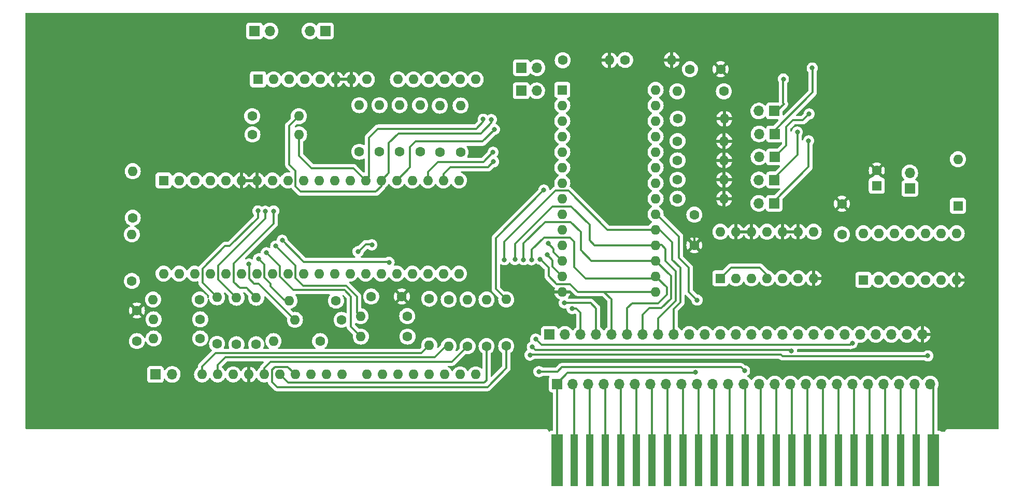
<source format=gbr>
G04 #@! TF.GenerationSoftware,KiCad,Pcbnew,(6.0.2)*
G04 #@! TF.CreationDate,2022-06-15T10:48:40-05:00*
G04 #@! TF.ProjectId,Apple2Card,4170706c-6532-4436-9172-642e6b696361,rev?*
G04 #@! TF.SameCoordinates,Original*
G04 #@! TF.FileFunction,Copper,L1,Top*
G04 #@! TF.FilePolarity,Positive*
%FSLAX46Y46*%
G04 Gerber Fmt 4.6, Leading zero omitted, Abs format (unit mm)*
G04 Created by KiCad (PCBNEW (6.0.2)) date 2022-06-15 10:48:40*
%MOMM*%
%LPD*%
G01*
G04 APERTURE LIST*
G04 #@! TA.AperFunction,ComponentPad*
%ADD10O,1.600000X1.600000*%
G04 #@! TD*
G04 #@! TA.AperFunction,ComponentPad*
%ADD11C,1.600000*%
G04 #@! TD*
G04 #@! TA.AperFunction,ComponentPad*
%ADD12R,1.700000X1.700000*%
G04 #@! TD*
G04 #@! TA.AperFunction,ComponentPad*
%ADD13O,1.700000X1.700000*%
G04 #@! TD*
G04 #@! TA.AperFunction,ComponentPad*
%ADD14R,1.600000X1.600000*%
G04 #@! TD*
G04 #@! TA.AperFunction,SMDPad,CuDef*
%ADD15R,1.900000X8.530000*%
G04 #@! TD*
G04 #@! TA.AperFunction,SMDPad,CuDef*
%ADD16R,1.270000X8.530000*%
G04 #@! TD*
G04 #@! TA.AperFunction,SMDPad,CuDef*
%ADD17R,1.910000X8.530000*%
G04 #@! TD*
G04 #@! TA.AperFunction,ViaPad*
%ADD18C,0.800000*%
G04 #@! TD*
G04 #@! TA.AperFunction,Conductor*
%ADD19C,0.350000*%
G04 #@! TD*
G04 APERTURE END LIST*
D10*
X50910000Y-62150000D03*
D11*
X50910000Y-69770000D03*
D10*
X51054000Y-51816000D03*
D11*
X51054000Y-59436000D03*
D12*
X54765000Y-85050000D03*
D13*
X57510000Y-85050000D03*
D14*
X185880000Y-57490000D03*
D10*
X185880000Y-49870000D03*
D11*
X131500000Y-33630000D03*
D10*
X139120000Y-33630000D03*
D12*
X178010000Y-54640000D03*
D13*
X178010000Y-52100000D03*
D11*
X142100000Y-35130000D03*
X147100000Y-35130000D03*
X142810000Y-58930000D03*
X142810000Y-63930000D03*
D12*
X114555000Y-34890000D03*
D13*
X117095000Y-34890000D03*
D11*
X140100000Y-43220000D03*
D10*
X147720000Y-43220000D03*
D12*
X155920000Y-45720000D03*
D13*
X153380000Y-45720000D03*
D10*
X62385000Y-85050000D03*
X64925000Y-85050000D03*
X67465000Y-85050000D03*
X70005000Y-85050000D03*
X72545000Y-85050000D03*
X75085000Y-85050000D03*
X77625000Y-85050000D03*
X80165000Y-85050000D03*
X82705000Y-85050000D03*
X85245000Y-85050000D03*
X89305000Y-85050000D03*
X91845000Y-85050000D03*
X94385000Y-85050000D03*
X96925000Y-85050000D03*
X99465000Y-85050000D03*
X102005000Y-85050000D03*
X104545000Y-85050000D03*
X107085000Y-85050000D03*
X107085000Y-36790000D03*
X104545000Y-36790000D03*
X102005000Y-36790000D03*
X99465000Y-36790000D03*
X96925000Y-36790000D03*
X94385000Y-36790000D03*
X89305000Y-36790000D03*
X86765000Y-36790000D03*
X84225000Y-36790000D03*
X81685000Y-36790000D03*
X79145000Y-36790000D03*
X76605000Y-36790000D03*
X74065000Y-36790000D03*
D14*
X71525000Y-36790000D03*
D11*
X140050000Y-56310000D03*
D10*
X147670000Y-56310000D03*
D15*
X120396000Y-99060000D03*
D16*
X123190000Y-99060000D03*
X125730000Y-99060000D03*
X128270000Y-99060000D03*
X130810000Y-99060000D03*
X133350000Y-99060000D03*
X135890000Y-99060000D03*
X138430000Y-99060000D03*
X140970000Y-99060000D03*
X143510000Y-99060000D03*
X146050000Y-99060000D03*
X148590000Y-99060000D03*
X151130000Y-99060000D03*
X153670000Y-99060000D03*
X156210000Y-99060000D03*
X158750000Y-99060000D03*
X161290000Y-99060000D03*
X163830000Y-99060000D03*
X166370000Y-99060000D03*
X168910000Y-99060000D03*
X171450000Y-99060000D03*
X173990000Y-99060000D03*
X176530000Y-99060000D03*
X179070000Y-99060000D03*
D17*
X181864000Y-99060000D03*
D12*
X155885000Y-41970000D03*
D13*
X153345000Y-41970000D03*
D12*
X120396000Y-86614000D03*
D13*
X122936000Y-86614000D03*
X125476000Y-86614000D03*
X128016000Y-86614000D03*
X130556000Y-86614000D03*
X133096000Y-86614000D03*
X135636000Y-86614000D03*
X138176000Y-86614000D03*
X140716000Y-86614000D03*
X143256000Y-86614000D03*
X145796000Y-86614000D03*
X148336000Y-86614000D03*
X150876000Y-86614000D03*
X153416000Y-86614000D03*
X155956000Y-86614000D03*
X158496000Y-86614000D03*
X161036000Y-86614000D03*
X163576000Y-86614000D03*
X166116000Y-86614000D03*
X168656000Y-86614000D03*
X171196000Y-86614000D03*
X173736000Y-86614000D03*
X176276000Y-86614000D03*
X178816000Y-86614000D03*
X181356000Y-86614000D03*
D12*
X119130000Y-78510000D03*
D13*
X121670000Y-78510000D03*
X124210000Y-78510000D03*
X126750000Y-78510000D03*
X129290000Y-78510000D03*
X131830000Y-78510000D03*
X134370000Y-78510000D03*
X136910000Y-78510000D03*
X139450000Y-78510000D03*
X141990000Y-78510000D03*
X144530000Y-78510000D03*
X147070000Y-78510000D03*
X149610000Y-78510000D03*
X152150000Y-78510000D03*
X154690000Y-78510000D03*
X157230000Y-78510000D03*
X159770000Y-78510000D03*
X162310000Y-78510000D03*
X164850000Y-78510000D03*
X167390000Y-78510000D03*
X169930000Y-78510000D03*
X172470000Y-78510000D03*
X175010000Y-78510000D03*
X177550000Y-78510000D03*
X180090000Y-78510000D03*
D12*
X155900000Y-53240000D03*
D13*
X153360000Y-53240000D03*
D11*
X140060000Y-50050000D03*
D10*
X147680000Y-50050000D03*
D11*
X121300000Y-33660000D03*
D10*
X128920000Y-33660000D03*
D14*
X147066000Y-69342000D03*
D10*
X149606000Y-69342000D03*
X152146000Y-69342000D03*
X154686000Y-69342000D03*
X157226000Y-69342000D03*
X159766000Y-69342000D03*
X162306000Y-69342000D03*
X162306000Y-61722000D03*
X159766000Y-61722000D03*
X157226000Y-61722000D03*
X154686000Y-61722000D03*
X152146000Y-61722000D03*
X149606000Y-61722000D03*
X147066000Y-61722000D03*
D14*
X170429000Y-69586000D03*
D10*
X172969000Y-69586000D03*
X175509000Y-69586000D03*
X178049000Y-69586000D03*
X180589000Y-69586000D03*
X183129000Y-69586000D03*
X185669000Y-69586000D03*
X185669000Y-61966000D03*
X183129000Y-61966000D03*
X180589000Y-61966000D03*
X178049000Y-61966000D03*
X175509000Y-61966000D03*
X172969000Y-61966000D03*
X170429000Y-61966000D03*
D11*
X140060000Y-46890000D03*
D10*
X147680000Y-46890000D03*
D11*
X140060000Y-53210000D03*
D10*
X147680000Y-53210000D03*
D12*
X155910000Y-49490000D03*
D13*
X153370000Y-49490000D03*
D11*
X147630000Y-38740000D03*
D10*
X140010000Y-38740000D03*
D14*
X121235000Y-38515000D03*
D10*
X121235000Y-41055000D03*
X121235000Y-43595000D03*
X121235000Y-46135000D03*
X121235000Y-48675000D03*
X121235000Y-51215000D03*
X121235000Y-53755000D03*
X121235000Y-56295000D03*
X121235000Y-58835000D03*
X121235000Y-61375000D03*
X121235000Y-63915000D03*
X121235000Y-66455000D03*
X121235000Y-68995000D03*
X121235000Y-71535000D03*
X136475000Y-71535000D03*
X136475000Y-68995000D03*
X136475000Y-66455000D03*
X136475000Y-63915000D03*
X136475000Y-61375000D03*
X136475000Y-58835000D03*
X136475000Y-56295000D03*
X136475000Y-53755000D03*
X136475000Y-51215000D03*
X136475000Y-48675000D03*
X136475000Y-46135000D03*
X136475000Y-43595000D03*
X136475000Y-41055000D03*
X136475000Y-38515000D03*
D12*
X114515000Y-38660000D03*
D13*
X117055000Y-38660000D03*
D12*
X155865000Y-57070000D03*
D13*
X153325000Y-57070000D03*
D11*
X166920000Y-62150000D03*
X166920000Y-57150000D03*
D14*
X172620000Y-54190000D03*
D11*
X172620000Y-51690000D03*
D12*
X70930000Y-28880000D03*
D13*
X73470000Y-28880000D03*
D11*
X98000000Y-48650000D03*
D10*
X98000000Y-41030000D03*
D11*
X94650000Y-48625000D03*
D10*
X94650000Y-41005000D03*
D11*
X68000000Y-80120000D03*
D10*
X68000000Y-72500000D03*
D11*
X95940000Y-78860000D03*
D10*
X88320000Y-78860000D03*
D12*
X82530000Y-28880000D03*
D13*
X79990000Y-28880000D03*
D11*
X112070000Y-80410000D03*
D10*
X112070000Y-72790000D03*
D11*
X108860000Y-80430000D03*
D10*
X108860000Y-72810000D03*
D11*
X88075000Y-48635000D03*
D10*
X88075000Y-41015000D03*
D11*
X71225000Y-80120000D03*
D10*
X71225000Y-72500000D03*
D11*
X104625000Y-48700000D03*
D10*
X104625000Y-41080000D03*
D11*
X99500000Y-72670000D03*
D10*
X99500000Y-80290000D03*
D11*
X51730000Y-79600000D03*
X51730000Y-74600000D03*
X105770000Y-80430000D03*
D10*
X105770000Y-72810000D03*
D11*
X81670000Y-79600000D03*
D10*
X74050000Y-79600000D03*
D11*
X62075000Y-76050000D03*
D10*
X54455000Y-76050000D03*
D14*
X56085000Y-53325000D03*
D10*
X58625000Y-53325000D03*
X61165000Y-53325000D03*
X63705000Y-53325000D03*
X66245000Y-53325000D03*
X68785000Y-53325000D03*
X71325000Y-53325000D03*
X73865000Y-53325000D03*
X76405000Y-53325000D03*
X78945000Y-53325000D03*
X81485000Y-53325000D03*
X84025000Y-53325000D03*
X86565000Y-53325000D03*
X89105000Y-53325000D03*
X91645000Y-53325000D03*
X94185000Y-53325000D03*
X96725000Y-53325000D03*
X99265000Y-53325000D03*
X101805000Y-53325000D03*
X104345000Y-53325000D03*
X104345000Y-68565000D03*
X101805000Y-68565000D03*
X99265000Y-68565000D03*
X96725000Y-68565000D03*
X94185000Y-68565000D03*
X91645000Y-68565000D03*
X89105000Y-68565000D03*
X86565000Y-68565000D03*
X84025000Y-68565000D03*
X81485000Y-68565000D03*
X78945000Y-68565000D03*
X76405000Y-68565000D03*
X73865000Y-68565000D03*
X71325000Y-68565000D03*
X68785000Y-68565000D03*
X66245000Y-68565000D03*
X63705000Y-68565000D03*
X61165000Y-68565000D03*
X58625000Y-68565000D03*
X56085000Y-68565000D03*
D11*
X62090000Y-79180000D03*
D10*
X54470000Y-79180000D03*
D11*
X85180000Y-76130000D03*
D10*
X77560000Y-76130000D03*
D11*
X64830000Y-80050000D03*
D10*
X64830000Y-72430000D03*
D11*
X84260000Y-73000000D03*
D10*
X76640000Y-73000000D03*
D11*
X62000000Y-72800000D03*
D10*
X54380000Y-72800000D03*
D11*
X70610000Y-45810000D03*
D10*
X78230000Y-45810000D03*
D11*
X95900000Y-75510000D03*
D10*
X88280000Y-75510000D03*
D11*
X91375000Y-48635000D03*
D10*
X91375000Y-41015000D03*
D11*
X101225000Y-48725000D03*
D10*
X101225000Y-41105000D03*
D11*
X70570000Y-42810000D03*
D10*
X78190000Y-42810000D03*
D11*
X90010000Y-72310000D03*
X95010000Y-72310000D03*
X102680000Y-72810000D03*
D10*
X102680000Y-80430000D03*
D18*
X143256000Y-72898000D03*
X143000000Y-84680000D03*
X180950000Y-82020000D03*
X115950000Y-81880000D03*
X111770000Y-66290000D03*
X113500000Y-66260000D03*
X114920000Y-66290000D03*
X116210000Y-66300000D03*
X117590000Y-66210000D03*
X121570000Y-73350000D03*
X118750000Y-65460000D03*
X118920000Y-63650000D03*
X122820000Y-74280000D03*
X168610000Y-79910000D03*
X116880000Y-79280000D03*
X87870000Y-64950000D03*
X90120000Y-63850000D03*
X108320000Y-43310000D03*
X162070000Y-34930000D03*
X161560000Y-42450000D03*
X109640000Y-43360000D03*
X74080000Y-58330000D03*
X159630000Y-45420000D03*
X109920000Y-48710000D03*
X72730000Y-58350000D03*
X110010000Y-50270000D03*
X71500000Y-58310000D03*
X157360000Y-36740000D03*
X118210000Y-54900000D03*
X110140000Y-44970000D03*
X161490000Y-46850000D03*
X151010000Y-84460000D03*
X92930000Y-66720000D03*
X117420000Y-84590000D03*
X75470000Y-63110000D03*
X158650000Y-81180000D03*
X116340000Y-80530000D03*
X72890000Y-65140000D03*
X70050000Y-66990000D03*
X74430000Y-64070000D03*
X71620000Y-66140000D03*
D19*
X158520000Y-81050000D02*
X158650000Y-81180000D01*
X116860000Y-81050000D02*
X158520000Y-81050000D01*
X116340000Y-80530000D02*
X116860000Y-81050000D01*
X180920000Y-82050000D02*
X180950000Y-82020000D01*
X157270000Y-82050000D02*
X180920000Y-82050000D01*
X157240000Y-82080000D02*
X157270000Y-82050000D01*
X115990000Y-81840000D02*
X157000000Y-81840000D01*
X157000000Y-81840000D02*
X157240000Y-82080000D01*
X115950000Y-81880000D02*
X115990000Y-81840000D01*
X142880000Y-84800000D02*
X122110000Y-84800000D01*
X143256000Y-72898000D02*
X141910000Y-71552000D01*
X140300000Y-62470000D02*
X136665000Y-58835000D01*
X141910000Y-67630000D02*
X140300000Y-66020000D01*
X140300000Y-66020000D02*
X140300000Y-62470000D01*
X143000000Y-84680000D02*
X142880000Y-84800000D01*
X120396000Y-86514000D02*
X120396000Y-86614000D01*
X122110000Y-84800000D02*
X120396000Y-86514000D01*
X141910000Y-71552000D02*
X141910000Y-67630000D01*
X136665000Y-58835000D02*
X136475000Y-58835000D01*
X120396000Y-99060000D02*
X120396000Y-86614000D01*
X123190000Y-86868000D02*
X122936000Y-86614000D01*
X123190000Y-99060000D02*
X123190000Y-86868000D01*
X125730000Y-86868000D02*
X125476000Y-86614000D01*
X125730000Y-99060000D02*
X125730000Y-86868000D01*
X128270000Y-86868000D02*
X128016000Y-86614000D01*
X128270000Y-99060000D02*
X128270000Y-86868000D01*
X130810000Y-99060000D02*
X130810000Y-86868000D01*
X130810000Y-86868000D02*
X130556000Y-86614000D01*
X133350000Y-99060000D02*
X133350000Y-86868000D01*
X133350000Y-86868000D02*
X133096000Y-86614000D01*
X135890000Y-99060000D02*
X135890000Y-86868000D01*
X135890000Y-86868000D02*
X135636000Y-86614000D01*
X138430000Y-99060000D02*
X138430000Y-86868000D01*
X138430000Y-86868000D02*
X138176000Y-86614000D01*
X140970000Y-99060000D02*
X140970000Y-86868000D01*
X140970000Y-86868000D02*
X140716000Y-86614000D01*
X143510000Y-99060000D02*
X143510000Y-86868000D01*
X143510000Y-86868000D02*
X143256000Y-86614000D01*
X146050000Y-86868000D02*
X145796000Y-86614000D01*
X146050000Y-99060000D02*
X146050000Y-86868000D01*
X148590000Y-86868000D02*
X148336000Y-86614000D01*
X148590000Y-99060000D02*
X148590000Y-86868000D01*
X151130000Y-86868000D02*
X150876000Y-86614000D01*
X151130000Y-99060000D02*
X151130000Y-86868000D01*
X153670000Y-86868000D02*
X153416000Y-86614000D01*
X153670000Y-99060000D02*
X153670000Y-86868000D01*
X156210000Y-86868000D02*
X155956000Y-86614000D01*
X156210000Y-99060000D02*
X156210000Y-86868000D01*
X158750000Y-99060000D02*
X158750000Y-86868000D01*
X158750000Y-86868000D02*
X158496000Y-86614000D01*
X161290000Y-86868000D02*
X161036000Y-86614000D01*
X161290000Y-99060000D02*
X161290000Y-86868000D01*
X163830000Y-99060000D02*
X163830000Y-86868000D01*
X163830000Y-86868000D02*
X163576000Y-86614000D01*
X166370000Y-86868000D02*
X166116000Y-86614000D01*
X166370000Y-99060000D02*
X166370000Y-86868000D01*
X168910000Y-99060000D02*
X168910000Y-86868000D01*
X168910000Y-86868000D02*
X168656000Y-86614000D01*
X171450000Y-99060000D02*
X171450000Y-86868000D01*
X171450000Y-86868000D02*
X171196000Y-86614000D01*
X173990000Y-99060000D02*
X173990000Y-86868000D01*
X173990000Y-86868000D02*
X173736000Y-86614000D01*
X176530000Y-86868000D02*
X176276000Y-86614000D01*
X176530000Y-99060000D02*
X176530000Y-86868000D01*
X179070000Y-86868000D02*
X178816000Y-86614000D01*
X179070000Y-99060000D02*
X179070000Y-86868000D01*
X181864000Y-87122000D02*
X181356000Y-86614000D01*
X181864000Y-99060000D02*
X181864000Y-87122000D01*
X142810000Y-62800000D02*
X142810000Y-63930000D01*
X138970000Y-58960000D02*
X142810000Y-62800000D01*
X153470000Y-67580000D02*
X154686000Y-68796000D01*
X154686000Y-68796000D02*
X154686000Y-69342000D01*
X147066000Y-69342000D02*
X148828000Y-67580000D01*
X148828000Y-67580000D02*
X153470000Y-67580000D01*
X111770000Y-63380000D02*
X120140000Y-55010000D01*
X139460000Y-74320000D02*
X139465000Y-74325000D01*
X122210000Y-55010000D02*
X128575000Y-61375000D01*
X139465000Y-74325000D02*
X139465000Y-78495000D01*
X139200000Y-63460000D02*
X139200000Y-66280000D01*
X140520000Y-73260000D02*
X139460000Y-74320000D01*
X139465000Y-78495000D02*
X139450000Y-78510000D01*
X128575000Y-61375000D02*
X136475000Y-61375000D01*
X111770000Y-66290000D02*
X111770000Y-63380000D01*
X136475000Y-61375000D02*
X137115000Y-61375000D01*
X139200000Y-66280000D02*
X140520000Y-67600000D01*
X140520000Y-67600000D02*
X140520000Y-73260000D01*
X137115000Y-61375000D02*
X139200000Y-63460000D01*
X120140000Y-55010000D02*
X122210000Y-55010000D01*
X126520000Y-63940000D02*
X126545000Y-63915000D01*
X125700000Y-63120000D02*
X126520000Y-63940000D01*
X136910000Y-78510000D02*
X136925000Y-78495000D01*
X138110000Y-66520000D02*
X138110000Y-64530000D01*
X138110000Y-64530000D02*
X137450000Y-63870000D01*
X119620000Y-57570000D02*
X122710000Y-57570000D01*
X137450000Y-63870000D02*
X136520000Y-63870000D01*
X113500000Y-66260000D02*
X113500000Y-63690000D01*
X126545000Y-63915000D02*
X136475000Y-63915000D01*
X139780000Y-68190000D02*
X138110000Y-66520000D01*
X136925000Y-75885000D02*
X139780000Y-73030000D01*
X125700000Y-60560000D02*
X125700000Y-63120000D01*
X122710000Y-57570000D02*
X125700000Y-60560000D01*
X136925000Y-78495000D02*
X136925000Y-75885000D01*
X136520000Y-63870000D02*
X136475000Y-63915000D01*
X113500000Y-63690000D02*
X119620000Y-57570000D01*
X139780000Y-73030000D02*
X139780000Y-68190000D01*
X134385000Y-75275000D02*
X134380000Y-75270000D01*
X118400000Y-60130000D02*
X122610000Y-60130000D01*
X124250000Y-61770000D02*
X124250000Y-64710000D01*
X114920000Y-63610000D02*
X118400000Y-60130000D01*
X134385000Y-78495000D02*
X134385000Y-75275000D01*
X125995000Y-66455000D02*
X136475000Y-66455000D01*
X137390000Y-74220000D02*
X138980000Y-72630000D01*
X138980000Y-68960000D02*
X136475000Y-66455000D01*
X134380000Y-75270000D02*
X135430000Y-74220000D01*
X122610000Y-60130000D02*
X124250000Y-61770000D01*
X114920000Y-66290000D02*
X114920000Y-63610000D01*
X135430000Y-74220000D02*
X137390000Y-74220000D01*
X134370000Y-78510000D02*
X134385000Y-78495000D01*
X138980000Y-72630000D02*
X138980000Y-68960000D01*
X124250000Y-64710000D02*
X125995000Y-66455000D01*
X125060000Y-69400000D02*
X136070000Y-69400000D01*
X131845000Y-78495000D02*
X131845000Y-74215000D01*
X131830000Y-78510000D02*
X131845000Y-78495000D01*
X136930000Y-73390000D02*
X138300000Y-72020000D01*
X138300000Y-70820000D02*
X136475000Y-68995000D01*
X131845000Y-74215000D02*
X132670000Y-73390000D01*
X116210000Y-66300000D02*
X116210000Y-64660000D01*
X118230000Y-62640000D02*
X122480000Y-62640000D01*
X136070000Y-69400000D02*
X136475000Y-68995000D01*
X132670000Y-73390000D02*
X136930000Y-73390000D01*
X122480000Y-62640000D02*
X123190000Y-63350000D01*
X123190000Y-63350000D02*
X123190000Y-67530000D01*
X116210000Y-64660000D02*
X118230000Y-62640000D01*
X123190000Y-67530000D02*
X125060000Y-69400000D01*
X138300000Y-72020000D02*
X138300000Y-70820000D01*
X129290000Y-78510000D02*
X129290000Y-72780000D01*
X120330000Y-70260000D02*
X122480000Y-70260000D01*
X123755000Y-71535000D02*
X128045000Y-71535000D01*
X117590000Y-66210000D02*
X117640000Y-66210000D01*
X128045000Y-71535000D02*
X136475000Y-71535000D01*
X119000000Y-68930000D02*
X120330000Y-70260000D01*
X122480000Y-70260000D02*
X123755000Y-71535000D01*
X129290000Y-72780000D02*
X128045000Y-71535000D01*
X119000000Y-67570000D02*
X119000000Y-68930000D01*
X117640000Y-66210000D02*
X119000000Y-67570000D01*
X119660000Y-67420000D02*
X121235000Y-68995000D01*
X119660000Y-66370000D02*
X119660000Y-67420000D01*
X126765000Y-78495000D02*
X126750000Y-78510000D01*
X118750000Y-65460000D02*
X119660000Y-66370000D01*
X121580000Y-73360000D02*
X125870000Y-73360000D01*
X121570000Y-73350000D02*
X121580000Y-73360000D01*
X126765000Y-74255000D02*
X126765000Y-78495000D01*
X125870000Y-73360000D02*
X126765000Y-74255000D01*
X119820000Y-65040000D02*
X121235000Y-66455000D01*
X118920000Y-63650000D02*
X119820000Y-64550000D01*
X122820000Y-74280000D02*
X123510000Y-74280000D01*
X123510000Y-74280000D02*
X124225000Y-74995000D01*
X124225000Y-78495000D02*
X124210000Y-78510000D01*
X119820000Y-64550000D02*
X119820000Y-65040000D01*
X124225000Y-74995000D02*
X124225000Y-78495000D01*
X87950000Y-64950000D02*
X87870000Y-64950000D01*
X90020000Y-63750000D02*
X89150000Y-63750000D01*
X117840000Y-80240000D02*
X168280000Y-80240000D01*
X116880000Y-79280000D02*
X117840000Y-80240000D01*
X89150000Y-63750000D02*
X87950000Y-64950000D01*
X90120000Y-63850000D02*
X90020000Y-63750000D01*
X168280000Y-80240000D02*
X168610000Y-79910000D01*
X91100000Y-44860000D02*
X107210000Y-44860000D01*
X107210000Y-44860000D02*
X108320000Y-43750000D01*
X89650000Y-46310000D02*
X91100000Y-44860000D01*
X89650000Y-52780000D02*
X89650000Y-46310000D01*
X89105000Y-53325000D02*
X87140000Y-51360000D01*
X87140000Y-51360000D02*
X80280000Y-51360000D01*
X78230000Y-49310000D02*
X78230000Y-45810000D01*
X89105000Y-53325000D02*
X89650000Y-52780000D01*
X155920000Y-45130000D02*
X155920000Y-45720000D01*
X162070000Y-34930000D02*
X162160000Y-35020000D01*
X162160000Y-35020000D02*
X162160000Y-38890000D01*
X162160000Y-38890000D02*
X155920000Y-45130000D01*
X80280000Y-51360000D02*
X78230000Y-49310000D01*
X108320000Y-43750000D02*
X108320000Y-43310000D01*
X94450000Y-45660000D02*
X92910000Y-47200000D01*
X107900000Y-45660000D02*
X94450000Y-45660000D01*
X91645000Y-54295000D02*
X90780000Y-55160000D01*
X160520000Y-43490000D02*
X158880000Y-43490000D01*
X109640000Y-43920000D02*
X107900000Y-45660000D01*
X76640000Y-50730000D02*
X76640000Y-44360000D01*
X77660000Y-54330000D02*
X77660000Y-51750000D01*
X91645000Y-53325000D02*
X91645000Y-54295000D01*
X76640000Y-44360000D02*
X78190000Y-42810000D01*
X90780000Y-55160000D02*
X78490000Y-55160000D01*
X158880000Y-43490000D02*
X157810000Y-44560000D01*
X157810000Y-47590000D02*
X155910000Y-49490000D01*
X78490000Y-55160000D02*
X77660000Y-54330000D01*
X161560000Y-42450000D02*
X160520000Y-43490000D01*
X77660000Y-51750000D02*
X76640000Y-50730000D01*
X92910000Y-52060000D02*
X91645000Y-53325000D01*
X92910000Y-47200000D02*
X92910000Y-52060000D01*
X109640000Y-43360000D02*
X109640000Y-43920000D01*
X157810000Y-44560000D02*
X157810000Y-47590000D01*
X67530000Y-66940000D02*
X74080000Y-60390000D01*
X74080000Y-60390000D02*
X74080000Y-58330000D01*
X99265000Y-51955000D02*
X99265000Y-53325000D01*
X155900000Y-52910000D02*
X155900000Y-53240000D01*
X159660000Y-49150000D02*
X155900000Y-52910000D01*
X67530000Y-69920000D02*
X68540000Y-70930000D01*
X159660000Y-45450000D02*
X159660000Y-49150000D01*
X159630000Y-45420000D02*
X159660000Y-45450000D01*
X71225000Y-72500000D02*
X69655000Y-70930000D01*
X109920000Y-48710000D02*
X108340000Y-50290000D01*
X100930000Y-50290000D02*
X99265000Y-51955000D01*
X108340000Y-50290000D02*
X100930000Y-50290000D01*
X67530000Y-69920000D02*
X67530000Y-66940000D01*
X68540000Y-70930000D02*
X69655000Y-70930000D01*
X109130000Y-51150000D02*
X102940000Y-51150000D01*
X110010000Y-50270000D02*
X109130000Y-51150000D01*
X72730000Y-59510000D02*
X72730000Y-58350000D01*
X68000000Y-72500000D02*
X65000000Y-69500000D01*
X65000000Y-67240000D02*
X72730000Y-59510000D01*
X101805000Y-52285000D02*
X101805000Y-53325000D01*
X102940000Y-51150000D02*
X101805000Y-52285000D01*
X65000000Y-69500000D02*
X65000000Y-67240000D01*
X157430000Y-40820000D02*
X156280000Y-41970000D01*
X62440000Y-70040000D02*
X62440000Y-67750000D01*
X64830000Y-72430000D02*
X62440000Y-70040000D01*
X71500000Y-59460000D02*
X71500000Y-58310000D01*
X157310000Y-36790000D02*
X157310000Y-40700000D01*
X157310000Y-40700000D02*
X157430000Y-40820000D01*
X157360000Y-36740000D02*
X157310000Y-36790000D01*
X66140000Y-64050000D02*
X66910000Y-64050000D01*
X62440000Y-67750000D02*
X66140000Y-64050000D01*
X66910000Y-64050000D02*
X71500000Y-59460000D01*
X156280000Y-41970000D02*
X155885000Y-41970000D01*
X110370000Y-71090000D02*
X112070000Y-72790000D01*
X118210000Y-54900000D02*
X110370000Y-62740000D01*
X110370000Y-62740000D02*
X110370000Y-71090000D01*
X155865000Y-56715000D02*
X155865000Y-57070000D01*
X96330000Y-51180000D02*
X94185000Y-53325000D01*
X161460000Y-51120000D02*
X155865000Y-56715000D01*
X161460000Y-46880000D02*
X161460000Y-51120000D01*
X96330000Y-47870000D02*
X96330000Y-51180000D01*
X161490000Y-46850000D02*
X161460000Y-46880000D01*
X110140000Y-44970000D02*
X110140000Y-45055500D01*
X110140000Y-45055500D02*
X108225500Y-46970000D01*
X108225500Y-46970000D02*
X97230000Y-46970000D01*
X97230000Y-46970000D02*
X96330000Y-47870000D01*
X75470000Y-63110000D02*
X78990000Y-66630000D01*
X150430000Y-83880000D02*
X151010000Y-84460000D01*
X92840000Y-66630000D02*
X92930000Y-66720000D01*
X117420000Y-84590000D02*
X120430000Y-84590000D01*
X120430000Y-84590000D02*
X121140000Y-83880000D01*
X78990000Y-66630000D02*
X92840000Y-66630000D01*
X121140000Y-83880000D02*
X150430000Y-83880000D01*
X73560000Y-82960000D02*
X72545000Y-83975000D01*
X72545000Y-83975000D02*
X72545000Y-85050000D01*
X105770000Y-80430000D02*
X103240000Y-82960000D01*
X103240000Y-82960000D02*
X73560000Y-82960000D01*
X76445000Y-86410000D02*
X75085000Y-85050000D01*
X108460000Y-86410000D02*
X76445000Y-86410000D01*
X108860000Y-80430000D02*
X108860000Y-86010000D01*
X108860000Y-86010000D02*
X108460000Y-86410000D01*
X109010000Y-87110000D02*
X74630000Y-87110000D01*
X112070000Y-84050000D02*
X109010000Y-87110000D01*
X73830000Y-86310000D02*
X73830000Y-84290000D01*
X74300000Y-83820000D02*
X76395000Y-83820000D01*
X74630000Y-87110000D02*
X73830000Y-86310000D01*
X112070000Y-80410000D02*
X112070000Y-84050000D01*
X76395000Y-83820000D02*
X77625000Y-85050000D01*
X73830000Y-84290000D02*
X74300000Y-83820000D01*
X64610000Y-81560000D02*
X62385000Y-83785000D01*
X99500000Y-80290000D02*
X98230000Y-81560000D01*
X98230000Y-81560000D02*
X64610000Y-81560000D01*
X62385000Y-83785000D02*
X62385000Y-85050000D01*
X66200000Y-82230000D02*
X64925000Y-83505000D01*
X102210000Y-80430000D02*
X100410000Y-82230000D01*
X64925000Y-83505000D02*
X64925000Y-85050000D01*
X102680000Y-80430000D02*
X102210000Y-80430000D01*
X100410000Y-82230000D02*
X66200000Y-82230000D01*
X75120000Y-67370000D02*
X75120000Y-69070000D01*
X85660000Y-71250000D02*
X86710000Y-72300000D01*
X77300000Y-71250000D02*
X85660000Y-71250000D01*
X86710000Y-72300000D02*
X86710000Y-77250000D01*
X75120000Y-69070000D02*
X77300000Y-71250000D01*
X86710000Y-77250000D02*
X88320000Y-78860000D01*
X72890000Y-65140000D02*
X75120000Y-67370000D01*
X70875000Y-70175000D02*
X71605000Y-70175000D01*
X71605000Y-70175000D02*
X77560000Y-76130000D01*
X70060000Y-67000000D02*
X70060000Y-69360000D01*
X70060000Y-69360000D02*
X70875000Y-70175000D01*
X70050000Y-66990000D02*
X70060000Y-67000000D01*
X85900000Y-70510000D02*
X87720000Y-72330000D01*
X77630000Y-69260000D02*
X78880000Y-70510000D01*
X87720000Y-74950000D02*
X88280000Y-75510000D01*
X77630000Y-67270000D02*
X77630000Y-69260000D01*
X74430000Y-64070000D02*
X77630000Y-67270000D01*
X78880000Y-70510000D02*
X85900000Y-70510000D01*
X87720000Y-72330000D02*
X87720000Y-74950000D01*
X71620000Y-66140000D02*
X72550000Y-67070000D01*
X75750000Y-72840000D02*
X76480000Y-72840000D01*
X73575000Y-70665000D02*
X75750000Y-72840000D01*
X72550000Y-67070000D02*
X72550000Y-69200000D01*
X76480000Y-72840000D02*
X76640000Y-73000000D01*
X73575000Y-70225000D02*
X73575000Y-70665000D01*
X72550000Y-69200000D02*
X73575000Y-70225000D01*
G04 #@! TA.AperFunction,Conductor*
G36*
X192474121Y-25928002D02*
G01*
X192520614Y-25981658D01*
X192532000Y-26034000D01*
X192532000Y-93854000D01*
X192511998Y-93922121D01*
X192458342Y-93968614D01*
X192406000Y-93980000D01*
X184285702Y-93980000D01*
X184284932Y-93979998D01*
X184284078Y-93979993D01*
X184207348Y-93979524D01*
X184198719Y-93981990D01*
X184198714Y-93981991D01*
X184178952Y-93987639D01*
X184162191Y-93991217D01*
X184141848Y-93994130D01*
X184141838Y-93994133D01*
X184132955Y-93995405D01*
X184109605Y-94006021D01*
X184092093Y-94012464D01*
X184084057Y-94014761D01*
X184067435Y-94019512D01*
X184042452Y-94035274D01*
X184027386Y-94043404D01*
X184000490Y-94055633D01*
X183981061Y-94072374D01*
X183966053Y-94083479D01*
X183944369Y-94097160D01*
X183938427Y-94103888D01*
X183924819Y-94119296D01*
X183912627Y-94131340D01*
X183890253Y-94150619D01*
X183885374Y-94158147D01*
X183885371Y-94158150D01*
X183876304Y-94172139D01*
X183865014Y-94187013D01*
X183848044Y-94206228D01*
X183835490Y-94232966D01*
X183827176Y-94247935D01*
X183811107Y-94272727D01*
X183808535Y-94281327D01*
X183803761Y-94297290D01*
X183797099Y-94314736D01*
X183786201Y-94337948D01*
X183784820Y-94346820D01*
X183782552Y-94361385D01*
X183752308Y-94425617D01*
X183692138Y-94463302D01*
X183658052Y-94468000D01*
X183268913Y-94468000D01*
X183200792Y-94447998D01*
X183184768Y-94435084D01*
X183182261Y-94431739D01*
X183065705Y-94344385D01*
X182929316Y-94293255D01*
X182867134Y-94286500D01*
X182673500Y-94286500D01*
X182605379Y-94266498D01*
X182558886Y-94212842D01*
X182547500Y-94160500D01*
X182547500Y-87298881D01*
X182560543Y-87243054D01*
X182621136Y-87120453D01*
X182621137Y-87120451D01*
X182623430Y-87115811D01*
X182688370Y-86902069D01*
X182717529Y-86680590D01*
X182718790Y-86628989D01*
X182719074Y-86617365D01*
X182719074Y-86617361D01*
X182719156Y-86614000D01*
X182700852Y-86391361D01*
X182646431Y-86174702D01*
X182557354Y-85969840D01*
X182436014Y-85782277D01*
X182285670Y-85617051D01*
X182281619Y-85613852D01*
X182281615Y-85613848D01*
X182114414Y-85481800D01*
X182114410Y-85481798D01*
X182110359Y-85478598D01*
X182105831Y-85476098D01*
X182058136Y-85449769D01*
X181914789Y-85370638D01*
X181909920Y-85368914D01*
X181909916Y-85368912D01*
X181709087Y-85297795D01*
X181709083Y-85297794D01*
X181704212Y-85296069D01*
X181699119Y-85295162D01*
X181699116Y-85295161D01*
X181489373Y-85257800D01*
X181489367Y-85257799D01*
X181484284Y-85256894D01*
X181410452Y-85255992D01*
X181266081Y-85254228D01*
X181266079Y-85254228D01*
X181260911Y-85254165D01*
X181040091Y-85287955D01*
X180827756Y-85357357D01*
X180789567Y-85377237D01*
X180700215Y-85423751D01*
X180629607Y-85460507D01*
X180625474Y-85463610D01*
X180625471Y-85463612D01*
X180455100Y-85591530D01*
X180450965Y-85594635D01*
X180296629Y-85756138D01*
X180189201Y-85913621D01*
X180134293Y-85958621D01*
X180063768Y-85966792D01*
X180000021Y-85935538D01*
X179979324Y-85911054D01*
X179898822Y-85786617D01*
X179898820Y-85786614D01*
X179896014Y-85782277D01*
X179745670Y-85617051D01*
X179741619Y-85613852D01*
X179741615Y-85613848D01*
X179574414Y-85481800D01*
X179574410Y-85481798D01*
X179570359Y-85478598D01*
X179565831Y-85476098D01*
X179518136Y-85449769D01*
X179374789Y-85370638D01*
X179369920Y-85368914D01*
X179369916Y-85368912D01*
X179169087Y-85297795D01*
X179169083Y-85297794D01*
X179164212Y-85296069D01*
X179159119Y-85295162D01*
X179159116Y-85295161D01*
X178949373Y-85257800D01*
X178949367Y-85257799D01*
X178944284Y-85256894D01*
X178870452Y-85255992D01*
X178726081Y-85254228D01*
X178726079Y-85254228D01*
X178720911Y-85254165D01*
X178500091Y-85287955D01*
X178287756Y-85357357D01*
X178249567Y-85377237D01*
X178160215Y-85423751D01*
X178089607Y-85460507D01*
X178085474Y-85463610D01*
X178085471Y-85463612D01*
X177915100Y-85591530D01*
X177910965Y-85594635D01*
X177756629Y-85756138D01*
X177649201Y-85913621D01*
X177594293Y-85958621D01*
X177523768Y-85966792D01*
X177460021Y-85935538D01*
X177439324Y-85911054D01*
X177358822Y-85786617D01*
X177358820Y-85786614D01*
X177356014Y-85782277D01*
X177205670Y-85617051D01*
X177201619Y-85613852D01*
X177201615Y-85613848D01*
X177034414Y-85481800D01*
X177034410Y-85481798D01*
X177030359Y-85478598D01*
X177025831Y-85476098D01*
X176978136Y-85449769D01*
X176834789Y-85370638D01*
X176829920Y-85368914D01*
X176829916Y-85368912D01*
X176629087Y-85297795D01*
X176629083Y-85297794D01*
X176624212Y-85296069D01*
X176619119Y-85295162D01*
X176619116Y-85295161D01*
X176409373Y-85257800D01*
X176409367Y-85257799D01*
X176404284Y-85256894D01*
X176330452Y-85255992D01*
X176186081Y-85254228D01*
X176186079Y-85254228D01*
X176180911Y-85254165D01*
X175960091Y-85287955D01*
X175747756Y-85357357D01*
X175709567Y-85377237D01*
X175620215Y-85423751D01*
X175549607Y-85460507D01*
X175545474Y-85463610D01*
X175545471Y-85463612D01*
X175375100Y-85591530D01*
X175370965Y-85594635D01*
X175216629Y-85756138D01*
X175109201Y-85913621D01*
X175054293Y-85958621D01*
X174983768Y-85966792D01*
X174920021Y-85935538D01*
X174899324Y-85911054D01*
X174818822Y-85786617D01*
X174818820Y-85786614D01*
X174816014Y-85782277D01*
X174665670Y-85617051D01*
X174661619Y-85613852D01*
X174661615Y-85613848D01*
X174494414Y-85481800D01*
X174494410Y-85481798D01*
X174490359Y-85478598D01*
X174485831Y-85476098D01*
X174438136Y-85449769D01*
X174294789Y-85370638D01*
X174289920Y-85368914D01*
X174289916Y-85368912D01*
X174089087Y-85297795D01*
X174089083Y-85297794D01*
X174084212Y-85296069D01*
X174079119Y-85295162D01*
X174079116Y-85295161D01*
X173869373Y-85257800D01*
X173869367Y-85257799D01*
X173864284Y-85256894D01*
X173790452Y-85255992D01*
X173646081Y-85254228D01*
X173646079Y-85254228D01*
X173640911Y-85254165D01*
X173420091Y-85287955D01*
X173207756Y-85357357D01*
X173169567Y-85377237D01*
X173080215Y-85423751D01*
X173009607Y-85460507D01*
X173005474Y-85463610D01*
X173005471Y-85463612D01*
X172835100Y-85591530D01*
X172830965Y-85594635D01*
X172676629Y-85756138D01*
X172569201Y-85913621D01*
X172514293Y-85958621D01*
X172443768Y-85966792D01*
X172380021Y-85935538D01*
X172359324Y-85911054D01*
X172278822Y-85786617D01*
X172278820Y-85786614D01*
X172276014Y-85782277D01*
X172125670Y-85617051D01*
X172121619Y-85613852D01*
X172121615Y-85613848D01*
X171954414Y-85481800D01*
X171954410Y-85481798D01*
X171950359Y-85478598D01*
X171945831Y-85476098D01*
X171898136Y-85449769D01*
X171754789Y-85370638D01*
X171749920Y-85368914D01*
X171749916Y-85368912D01*
X171549087Y-85297795D01*
X171549083Y-85297794D01*
X171544212Y-85296069D01*
X171539119Y-85295162D01*
X171539116Y-85295161D01*
X171329373Y-85257800D01*
X171329367Y-85257799D01*
X171324284Y-85256894D01*
X171250452Y-85255992D01*
X171106081Y-85254228D01*
X171106079Y-85254228D01*
X171100911Y-85254165D01*
X170880091Y-85287955D01*
X170667756Y-85357357D01*
X170629567Y-85377237D01*
X170540215Y-85423751D01*
X170469607Y-85460507D01*
X170465474Y-85463610D01*
X170465471Y-85463612D01*
X170295100Y-85591530D01*
X170290965Y-85594635D01*
X170136629Y-85756138D01*
X170029201Y-85913621D01*
X169974293Y-85958621D01*
X169903768Y-85966792D01*
X169840021Y-85935538D01*
X169819324Y-85911054D01*
X169738822Y-85786617D01*
X169738820Y-85786614D01*
X169736014Y-85782277D01*
X169585670Y-85617051D01*
X169581619Y-85613852D01*
X169581615Y-85613848D01*
X169414414Y-85481800D01*
X169414410Y-85481798D01*
X169410359Y-85478598D01*
X169405831Y-85476098D01*
X169358136Y-85449769D01*
X169214789Y-85370638D01*
X169209920Y-85368914D01*
X169209916Y-85368912D01*
X169009087Y-85297795D01*
X169009083Y-85297794D01*
X169004212Y-85296069D01*
X168999119Y-85295162D01*
X168999116Y-85295161D01*
X168789373Y-85257800D01*
X168789367Y-85257799D01*
X168784284Y-85256894D01*
X168710452Y-85255992D01*
X168566081Y-85254228D01*
X168566079Y-85254228D01*
X168560911Y-85254165D01*
X168340091Y-85287955D01*
X168127756Y-85357357D01*
X168089567Y-85377237D01*
X168000215Y-85423751D01*
X167929607Y-85460507D01*
X167925474Y-85463610D01*
X167925471Y-85463612D01*
X167755100Y-85591530D01*
X167750965Y-85594635D01*
X167596629Y-85756138D01*
X167489201Y-85913621D01*
X167434293Y-85958621D01*
X167363768Y-85966792D01*
X167300021Y-85935538D01*
X167279324Y-85911054D01*
X167198822Y-85786617D01*
X167198820Y-85786614D01*
X167196014Y-85782277D01*
X167045670Y-85617051D01*
X167041619Y-85613852D01*
X167041615Y-85613848D01*
X166874414Y-85481800D01*
X166874410Y-85481798D01*
X166870359Y-85478598D01*
X166865831Y-85476098D01*
X166818136Y-85449769D01*
X166674789Y-85370638D01*
X166669920Y-85368914D01*
X166669916Y-85368912D01*
X166469087Y-85297795D01*
X166469083Y-85297794D01*
X166464212Y-85296069D01*
X166459119Y-85295162D01*
X166459116Y-85295161D01*
X166249373Y-85257800D01*
X166249367Y-85257799D01*
X166244284Y-85256894D01*
X166170452Y-85255992D01*
X166026081Y-85254228D01*
X166026079Y-85254228D01*
X166020911Y-85254165D01*
X165800091Y-85287955D01*
X165587756Y-85357357D01*
X165549567Y-85377237D01*
X165460215Y-85423751D01*
X165389607Y-85460507D01*
X165385474Y-85463610D01*
X165385471Y-85463612D01*
X165215100Y-85591530D01*
X165210965Y-85594635D01*
X165056629Y-85756138D01*
X164949201Y-85913621D01*
X164894293Y-85958621D01*
X164823768Y-85966792D01*
X164760021Y-85935538D01*
X164739324Y-85911054D01*
X164658822Y-85786617D01*
X164658820Y-85786614D01*
X164656014Y-85782277D01*
X164505670Y-85617051D01*
X164501619Y-85613852D01*
X164501615Y-85613848D01*
X164334414Y-85481800D01*
X164334410Y-85481798D01*
X164330359Y-85478598D01*
X164325831Y-85476098D01*
X164278136Y-85449769D01*
X164134789Y-85370638D01*
X164129920Y-85368914D01*
X164129916Y-85368912D01*
X163929087Y-85297795D01*
X163929083Y-85297794D01*
X163924212Y-85296069D01*
X163919119Y-85295162D01*
X163919116Y-85295161D01*
X163709373Y-85257800D01*
X163709367Y-85257799D01*
X163704284Y-85256894D01*
X163630452Y-85255992D01*
X163486081Y-85254228D01*
X163486079Y-85254228D01*
X163480911Y-85254165D01*
X163260091Y-85287955D01*
X163047756Y-85357357D01*
X163009567Y-85377237D01*
X162920215Y-85423751D01*
X162849607Y-85460507D01*
X162845474Y-85463610D01*
X162845471Y-85463612D01*
X162675100Y-85591530D01*
X162670965Y-85594635D01*
X162516629Y-85756138D01*
X162409201Y-85913621D01*
X162354293Y-85958621D01*
X162283768Y-85966792D01*
X162220021Y-85935538D01*
X162199324Y-85911054D01*
X162118822Y-85786617D01*
X162118820Y-85786614D01*
X162116014Y-85782277D01*
X161965670Y-85617051D01*
X161961619Y-85613852D01*
X161961615Y-85613848D01*
X161794414Y-85481800D01*
X161794410Y-85481798D01*
X161790359Y-85478598D01*
X161785831Y-85476098D01*
X161738136Y-85449769D01*
X161594789Y-85370638D01*
X161589920Y-85368914D01*
X161589916Y-85368912D01*
X161389087Y-85297795D01*
X161389083Y-85297794D01*
X161384212Y-85296069D01*
X161379119Y-85295162D01*
X161379116Y-85295161D01*
X161169373Y-85257800D01*
X161169367Y-85257799D01*
X161164284Y-85256894D01*
X161090452Y-85255992D01*
X160946081Y-85254228D01*
X160946079Y-85254228D01*
X160940911Y-85254165D01*
X160720091Y-85287955D01*
X160507756Y-85357357D01*
X160469567Y-85377237D01*
X160380215Y-85423751D01*
X160309607Y-85460507D01*
X160305474Y-85463610D01*
X160305471Y-85463612D01*
X160135100Y-85591530D01*
X160130965Y-85594635D01*
X159976629Y-85756138D01*
X159869201Y-85913621D01*
X159814293Y-85958621D01*
X159743768Y-85966792D01*
X159680021Y-85935538D01*
X159659324Y-85911054D01*
X159578822Y-85786617D01*
X159578820Y-85786614D01*
X159576014Y-85782277D01*
X159425670Y-85617051D01*
X159421619Y-85613852D01*
X159421615Y-85613848D01*
X159254414Y-85481800D01*
X159254410Y-85481798D01*
X159250359Y-85478598D01*
X159245831Y-85476098D01*
X159198136Y-85449769D01*
X159054789Y-85370638D01*
X159049920Y-85368914D01*
X159049916Y-85368912D01*
X158849087Y-85297795D01*
X158849083Y-85297794D01*
X158844212Y-85296069D01*
X158839119Y-85295162D01*
X158839116Y-85295161D01*
X158629373Y-85257800D01*
X158629367Y-85257799D01*
X158624284Y-85256894D01*
X158550452Y-85255992D01*
X158406081Y-85254228D01*
X158406079Y-85254228D01*
X158400911Y-85254165D01*
X158180091Y-85287955D01*
X157967756Y-85357357D01*
X157929567Y-85377237D01*
X157840215Y-85423751D01*
X157769607Y-85460507D01*
X157765474Y-85463610D01*
X157765471Y-85463612D01*
X157595100Y-85591530D01*
X157590965Y-85594635D01*
X157436629Y-85756138D01*
X157329201Y-85913621D01*
X157274293Y-85958621D01*
X157203768Y-85966792D01*
X157140021Y-85935538D01*
X157119324Y-85911054D01*
X157038822Y-85786617D01*
X157038820Y-85786614D01*
X157036014Y-85782277D01*
X156885670Y-85617051D01*
X156881619Y-85613852D01*
X156881615Y-85613848D01*
X156714414Y-85481800D01*
X156714410Y-85481798D01*
X156710359Y-85478598D01*
X156705831Y-85476098D01*
X156658136Y-85449769D01*
X156514789Y-85370638D01*
X156509920Y-85368914D01*
X156509916Y-85368912D01*
X156309087Y-85297795D01*
X156309083Y-85297794D01*
X156304212Y-85296069D01*
X156299119Y-85295162D01*
X156299116Y-85295161D01*
X156089373Y-85257800D01*
X156089367Y-85257799D01*
X156084284Y-85256894D01*
X156010452Y-85255992D01*
X155866081Y-85254228D01*
X155866079Y-85254228D01*
X155860911Y-85254165D01*
X155640091Y-85287955D01*
X155427756Y-85357357D01*
X155389567Y-85377237D01*
X155300215Y-85423751D01*
X155229607Y-85460507D01*
X155225474Y-85463610D01*
X155225471Y-85463612D01*
X155055100Y-85591530D01*
X155050965Y-85594635D01*
X154896629Y-85756138D01*
X154789201Y-85913621D01*
X154734293Y-85958621D01*
X154663768Y-85966792D01*
X154600021Y-85935538D01*
X154579324Y-85911054D01*
X154498822Y-85786617D01*
X154498820Y-85786614D01*
X154496014Y-85782277D01*
X154345670Y-85617051D01*
X154341619Y-85613852D01*
X154341615Y-85613848D01*
X154174414Y-85481800D01*
X154174410Y-85481798D01*
X154170359Y-85478598D01*
X154165831Y-85476098D01*
X154118136Y-85449769D01*
X153974789Y-85370638D01*
X153969920Y-85368914D01*
X153969916Y-85368912D01*
X153769087Y-85297795D01*
X153769083Y-85297794D01*
X153764212Y-85296069D01*
X153759119Y-85295162D01*
X153759116Y-85295161D01*
X153549373Y-85257800D01*
X153549367Y-85257799D01*
X153544284Y-85256894D01*
X153470452Y-85255992D01*
X153326081Y-85254228D01*
X153326079Y-85254228D01*
X153320911Y-85254165D01*
X153100091Y-85287955D01*
X152887756Y-85357357D01*
X152849567Y-85377237D01*
X152760215Y-85423751D01*
X152689607Y-85460507D01*
X152685474Y-85463610D01*
X152685471Y-85463612D01*
X152515100Y-85591530D01*
X152510965Y-85594635D01*
X152356629Y-85756138D01*
X152249201Y-85913621D01*
X152194293Y-85958621D01*
X152123768Y-85966792D01*
X152060021Y-85935538D01*
X152039324Y-85911054D01*
X151958822Y-85786617D01*
X151958820Y-85786614D01*
X151956014Y-85782277D01*
X151805670Y-85617051D01*
X151801619Y-85613852D01*
X151801615Y-85613848D01*
X151634414Y-85481800D01*
X151634410Y-85481798D01*
X151630359Y-85478598D01*
X151625835Y-85476100D01*
X151625831Y-85476098D01*
X151532956Y-85424828D01*
X151482986Y-85374396D01*
X151468214Y-85304953D01*
X151493330Y-85238548D01*
X151519789Y-85212584D01*
X151615909Y-85142749D01*
X151615911Y-85142747D01*
X151621253Y-85138866D01*
X151625675Y-85133955D01*
X151744621Y-85001852D01*
X151744622Y-85001851D01*
X151749040Y-84996944D01*
X151844527Y-84831556D01*
X151903542Y-84649928D01*
X151907138Y-84615720D01*
X151922814Y-84466565D01*
X151923504Y-84460000D01*
X151916546Y-84393794D01*
X151904232Y-84276635D01*
X151904232Y-84276633D01*
X151903542Y-84270072D01*
X151844527Y-84088444D01*
X151840828Y-84082036D01*
X151771353Y-83961703D01*
X151749040Y-83923056D01*
X151744308Y-83917800D01*
X151625675Y-83786045D01*
X151625674Y-83786044D01*
X151621253Y-83781134D01*
X151496132Y-83690228D01*
X151472094Y-83672763D01*
X151472093Y-83672762D01*
X151466752Y-83668882D01*
X151460724Y-83666198D01*
X151460722Y-83666197D01*
X151298319Y-83593891D01*
X151298318Y-83593891D01*
X151292288Y-83591206D01*
X151167240Y-83564626D01*
X151111943Y-83552872D01*
X151111940Y-83552872D01*
X151105487Y-83551500D01*
X151105554Y-83551183D01*
X151043219Y-83525538D01*
X151032950Y-83516335D01*
X150933156Y-83416541D01*
X150927302Y-83410276D01*
X150925598Y-83408323D01*
X150890710Y-83368330D01*
X150840345Y-83332934D01*
X150835077Y-83329020D01*
X150812608Y-83311402D01*
X150786672Y-83291065D01*
X150779748Y-83287939D01*
X150775439Y-83285329D01*
X150766024Y-83279958D01*
X150761576Y-83277573D01*
X150755361Y-83273205D01*
X150698039Y-83250856D01*
X150691971Y-83248306D01*
X150635895Y-83222986D01*
X150628418Y-83221600D01*
X150623598Y-83220090D01*
X150613165Y-83217118D01*
X150608304Y-83215870D01*
X150601228Y-83213111D01*
X150540238Y-83205082D01*
X150533722Y-83204050D01*
X150480700Y-83194223D01*
X150473233Y-83192839D01*
X150465653Y-83193276D01*
X150465652Y-83193276D01*
X150413358Y-83196291D01*
X150406106Y-83196500D01*
X121168056Y-83196500D01*
X121159486Y-83196208D01*
X121158443Y-83196137D01*
X121103966Y-83192423D01*
X121096489Y-83193728D01*
X121096486Y-83193728D01*
X121043342Y-83203003D01*
X121036819Y-83203966D01*
X120983308Y-83210442D01*
X120983307Y-83210442D01*
X120975765Y-83211355D01*
X120968655Y-83214041D01*
X120963752Y-83215246D01*
X120953266Y-83218114D01*
X120948474Y-83219561D01*
X120940996Y-83220866D01*
X120934044Y-83223918D01*
X120934043Y-83223918D01*
X120884659Y-83245595D01*
X120878554Y-83248086D01*
X120828118Y-83267145D01*
X120828115Y-83267147D01*
X120821011Y-83269831D01*
X120814754Y-83274131D01*
X120810286Y-83276467D01*
X120800840Y-83281725D01*
X120796474Y-83284307D01*
X120789515Y-83287362D01*
X120740696Y-83324823D01*
X120735377Y-83328686D01*
X120696679Y-83355283D01*
X120684674Y-83363534D01*
X120679623Y-83369203D01*
X120644768Y-83408323D01*
X120639787Y-83413598D01*
X120183790Y-83869595D01*
X120121478Y-83903621D01*
X120094695Y-83906500D01*
X118065815Y-83906500D01*
X117997694Y-83886498D01*
X117991754Y-83882436D01*
X117882094Y-83802763D01*
X117882093Y-83802762D01*
X117876752Y-83798882D01*
X117870724Y-83796198D01*
X117870722Y-83796197D01*
X117708319Y-83723891D01*
X117708318Y-83723891D01*
X117702288Y-83721206D01*
X117590300Y-83697402D01*
X117521944Y-83682872D01*
X117521939Y-83682872D01*
X117515487Y-83681500D01*
X117324513Y-83681500D01*
X117318061Y-83682872D01*
X117318056Y-83682872D01*
X117249700Y-83697402D01*
X117137712Y-83721206D01*
X117131682Y-83723891D01*
X117131681Y-83723891D01*
X116969278Y-83796197D01*
X116969276Y-83796198D01*
X116963248Y-83798882D01*
X116957907Y-83802762D01*
X116957906Y-83802763D01*
X116941388Y-83814764D01*
X116808747Y-83911134D01*
X116804326Y-83916044D01*
X116804325Y-83916045D01*
X116763215Y-83961703D01*
X116680960Y-84053056D01*
X116585473Y-84218444D01*
X116526458Y-84400072D01*
X116525768Y-84406633D01*
X116525768Y-84406635D01*
X116515482Y-84504501D01*
X116506496Y-84590000D01*
X116526458Y-84779928D01*
X116585473Y-84961556D01*
X116680960Y-85126944D01*
X116685378Y-85131851D01*
X116685379Y-85131852D01*
X116782499Y-85239715D01*
X116808747Y-85268866D01*
X116870022Y-85313385D01*
X116948824Y-85370638D01*
X116963248Y-85381118D01*
X116969276Y-85383802D01*
X116969278Y-85383803D01*
X117070380Y-85428816D01*
X117137712Y-85458794D01*
X117219135Y-85476101D01*
X117318056Y-85497128D01*
X117318061Y-85497128D01*
X117324513Y-85498500D01*
X117515487Y-85498500D01*
X117521939Y-85497128D01*
X117521944Y-85497128D01*
X117620865Y-85476101D01*
X117702288Y-85458794D01*
X117769620Y-85428816D01*
X117870722Y-85383803D01*
X117870724Y-85383802D01*
X117876752Y-85381118D01*
X117891177Y-85370638D01*
X117991754Y-85297564D01*
X118058622Y-85273705D01*
X118065815Y-85273500D01*
X119026209Y-85273500D01*
X119094330Y-85293502D01*
X119140823Y-85347158D01*
X119150927Y-85417432D01*
X119127036Y-85475063D01*
X119095385Y-85517295D01*
X119044255Y-85653684D01*
X119037500Y-85715866D01*
X119037500Y-87512134D01*
X119044255Y-87574316D01*
X119095385Y-87710705D01*
X119182739Y-87827261D01*
X119299295Y-87914615D01*
X119435684Y-87965745D01*
X119497866Y-87972500D01*
X119586500Y-87972500D01*
X119654621Y-87992502D01*
X119701114Y-88046158D01*
X119712500Y-88098500D01*
X119712500Y-94160500D01*
X119692498Y-94228621D01*
X119638842Y-94275114D01*
X119586500Y-94286500D01*
X119397866Y-94286500D01*
X119335684Y-94293255D01*
X119199295Y-94344385D01*
X119192110Y-94349770D01*
X119192108Y-94349771D01*
X119163964Y-94370864D01*
X119097457Y-94395712D01*
X119028075Y-94380659D01*
X118977845Y-94330485D01*
X118973709Y-94322211D01*
X118972986Y-94320620D01*
X118966536Y-94303093D01*
X118961954Y-94287063D01*
X118959488Y-94278435D01*
X118943726Y-94253452D01*
X118935596Y-94238386D01*
X118923367Y-94211490D01*
X118906626Y-94192061D01*
X118895521Y-94177053D01*
X118886630Y-94162961D01*
X118881840Y-94155369D01*
X118859703Y-94135818D01*
X118847659Y-94123626D01*
X118834239Y-94108051D01*
X118834237Y-94108050D01*
X118828381Y-94101253D01*
X118820853Y-94096374D01*
X118820850Y-94096371D01*
X118806861Y-94087304D01*
X118791987Y-94076014D01*
X118779502Y-94064988D01*
X118772772Y-94059044D01*
X118764646Y-94055229D01*
X118764645Y-94055228D01*
X118758979Y-94052568D01*
X118746034Y-94046490D01*
X118731065Y-94038176D01*
X118706273Y-94022107D01*
X118681709Y-94014761D01*
X118664264Y-94008099D01*
X118659827Y-94006016D01*
X118641052Y-93997201D01*
X118611870Y-93992657D01*
X118595151Y-93988874D01*
X118575464Y-93982986D01*
X118575461Y-93982985D01*
X118566859Y-93980413D01*
X118557884Y-93980358D01*
X118557883Y-93980358D01*
X118551190Y-93980317D01*
X118532444Y-93980203D01*
X118531672Y-93980170D01*
X118530577Y-93980000D01*
X118499702Y-93980000D01*
X118498932Y-93979998D01*
X118425284Y-93979548D01*
X118425283Y-93979548D01*
X118421348Y-93979524D01*
X118420004Y-93979908D01*
X118418659Y-93980000D01*
X33654000Y-93980000D01*
X33585879Y-93959998D01*
X33539386Y-93906342D01*
X33528000Y-93854000D01*
X33528000Y-85948134D01*
X53406500Y-85948134D01*
X53413255Y-86010316D01*
X53464385Y-86146705D01*
X53551739Y-86263261D01*
X53668295Y-86350615D01*
X53804684Y-86401745D01*
X53866866Y-86408500D01*
X55663134Y-86408500D01*
X55725316Y-86401745D01*
X55861705Y-86350615D01*
X55978261Y-86263261D01*
X56065615Y-86146705D01*
X56116745Y-86010316D01*
X56123500Y-85948134D01*
X56123500Y-85834346D01*
X56143502Y-85766225D01*
X56197158Y-85719732D01*
X56267432Y-85709628D01*
X56332012Y-85739122D01*
X56356933Y-85768512D01*
X56407287Y-85850683D01*
X56407291Y-85850688D01*
X56409987Y-85855088D01*
X56556250Y-86023938D01*
X56728126Y-86166632D01*
X56921000Y-86279338D01*
X56925825Y-86281180D01*
X56925826Y-86281181D01*
X56939074Y-86286240D01*
X57129692Y-86359030D01*
X57134760Y-86360061D01*
X57134763Y-86360062D01*
X57242017Y-86381883D01*
X57348597Y-86403567D01*
X57353772Y-86403757D01*
X57353774Y-86403757D01*
X57566673Y-86411564D01*
X57566677Y-86411564D01*
X57571837Y-86411753D01*
X57576957Y-86411097D01*
X57576959Y-86411097D01*
X57788288Y-86384025D01*
X57788289Y-86384025D01*
X57793416Y-86383368D01*
X57859646Y-86363498D01*
X58002429Y-86320661D01*
X58002434Y-86320659D01*
X58007384Y-86319174D01*
X58207994Y-86220896D01*
X58389860Y-86091173D01*
X58421788Y-86059357D01*
X58533400Y-85948134D01*
X58548096Y-85933489D01*
X58579498Y-85889789D01*
X58675435Y-85756277D01*
X58678453Y-85752077D01*
X58693758Y-85721111D01*
X58775136Y-85556453D01*
X58775137Y-85556451D01*
X58777430Y-85551811D01*
X58831333Y-85374396D01*
X58840865Y-85343023D01*
X58840865Y-85343021D01*
X58842370Y-85338069D01*
X58871529Y-85116590D01*
X58873156Y-85050000D01*
X61071502Y-85050000D01*
X61091457Y-85278087D01*
X61092881Y-85283400D01*
X61092881Y-85283402D01*
X61146498Y-85483500D01*
X61150716Y-85499243D01*
X61153039Y-85504224D01*
X61153039Y-85504225D01*
X61245151Y-85701762D01*
X61245154Y-85701767D01*
X61247477Y-85706749D01*
X61303401Y-85786617D01*
X61354078Y-85858990D01*
X61378802Y-85894300D01*
X61540700Y-86056198D01*
X61545208Y-86059355D01*
X61545211Y-86059357D01*
X61585445Y-86087529D01*
X61728251Y-86187523D01*
X61733233Y-86189846D01*
X61733238Y-86189849D01*
X61929765Y-86281490D01*
X61935757Y-86284284D01*
X61941065Y-86285706D01*
X61941067Y-86285707D01*
X62151598Y-86342119D01*
X62151600Y-86342119D01*
X62156913Y-86343543D01*
X62385000Y-86363498D01*
X62613087Y-86343543D01*
X62618400Y-86342119D01*
X62618402Y-86342119D01*
X62828933Y-86285707D01*
X62828935Y-86285706D01*
X62834243Y-86284284D01*
X62840235Y-86281490D01*
X63036762Y-86189849D01*
X63036767Y-86189846D01*
X63041749Y-86187523D01*
X63184555Y-86087529D01*
X63224789Y-86059357D01*
X63224792Y-86059355D01*
X63229300Y-86056198D01*
X63391198Y-85894300D01*
X63415923Y-85858990D01*
X63466599Y-85786617D01*
X63522523Y-85706749D01*
X63524846Y-85701767D01*
X63524849Y-85701762D01*
X63540805Y-85667543D01*
X63587722Y-85614258D01*
X63655999Y-85594797D01*
X63723959Y-85615339D01*
X63769195Y-85667543D01*
X63785151Y-85701762D01*
X63785154Y-85701767D01*
X63787477Y-85706749D01*
X63843401Y-85786617D01*
X63894078Y-85858990D01*
X63918802Y-85894300D01*
X64080700Y-86056198D01*
X64085208Y-86059355D01*
X64085211Y-86059357D01*
X64125445Y-86087529D01*
X64268251Y-86187523D01*
X64273233Y-86189846D01*
X64273238Y-86189849D01*
X64469765Y-86281490D01*
X64475757Y-86284284D01*
X64481065Y-86285706D01*
X64481067Y-86285707D01*
X64691598Y-86342119D01*
X64691600Y-86342119D01*
X64696913Y-86343543D01*
X64925000Y-86363498D01*
X65153087Y-86343543D01*
X65158400Y-86342119D01*
X65158402Y-86342119D01*
X65368933Y-86285707D01*
X65368935Y-86285706D01*
X65374243Y-86284284D01*
X65380235Y-86281490D01*
X65576762Y-86189849D01*
X65576767Y-86189846D01*
X65581749Y-86187523D01*
X65724555Y-86087529D01*
X65764789Y-86059357D01*
X65764792Y-86059355D01*
X65769300Y-86056198D01*
X65931198Y-85894300D01*
X65955923Y-85858990D01*
X66006599Y-85786617D01*
X66062523Y-85706749D01*
X66064846Y-85701767D01*
X66064849Y-85701762D01*
X66080805Y-85667543D01*
X66127722Y-85614258D01*
X66195999Y-85594797D01*
X66263959Y-85615339D01*
X66309195Y-85667543D01*
X66325151Y-85701762D01*
X66325154Y-85701767D01*
X66327477Y-85706749D01*
X66383401Y-85786617D01*
X66434078Y-85858990D01*
X66458802Y-85894300D01*
X66620700Y-86056198D01*
X66625208Y-86059355D01*
X66625211Y-86059357D01*
X66665445Y-86087529D01*
X66808251Y-86187523D01*
X66813233Y-86189846D01*
X66813238Y-86189849D01*
X67009765Y-86281490D01*
X67015757Y-86284284D01*
X67021065Y-86285706D01*
X67021067Y-86285707D01*
X67231598Y-86342119D01*
X67231600Y-86342119D01*
X67236913Y-86343543D01*
X67465000Y-86363498D01*
X67693087Y-86343543D01*
X67698400Y-86342119D01*
X67698402Y-86342119D01*
X67908933Y-86285707D01*
X67908935Y-86285706D01*
X67914243Y-86284284D01*
X67920235Y-86281490D01*
X68116762Y-86189849D01*
X68116767Y-86189846D01*
X68121749Y-86187523D01*
X68264555Y-86087529D01*
X68304789Y-86059357D01*
X68304792Y-86059355D01*
X68309300Y-86056198D01*
X68471198Y-85894300D01*
X68495923Y-85858990D01*
X68546599Y-85786617D01*
X68602523Y-85706749D01*
X68604846Y-85701767D01*
X68604849Y-85701762D01*
X68621081Y-85666951D01*
X68667998Y-85613666D01*
X68736275Y-85594205D01*
X68804235Y-85614747D01*
X68849471Y-85666951D01*
X68865586Y-85701511D01*
X68871069Y-85711007D01*
X68996028Y-85889467D01*
X69003084Y-85897875D01*
X69157125Y-86051916D01*
X69165533Y-86058972D01*
X69343993Y-86183931D01*
X69353489Y-86189414D01*
X69550947Y-86281490D01*
X69561239Y-86285236D01*
X69733503Y-86331394D01*
X69747599Y-86331058D01*
X69751000Y-86323116D01*
X69751000Y-83782033D01*
X69747027Y-83768502D01*
X69738478Y-83767273D01*
X69561239Y-83814764D01*
X69550947Y-83818510D01*
X69353489Y-83910586D01*
X69343993Y-83916069D01*
X69165533Y-84041028D01*
X69157125Y-84048084D01*
X69003084Y-84202125D01*
X68996028Y-84210533D01*
X68871069Y-84388993D01*
X68865586Y-84398489D01*
X68849471Y-84433049D01*
X68802554Y-84486334D01*
X68734277Y-84505795D01*
X68666317Y-84485253D01*
X68621081Y-84433049D01*
X68604849Y-84398238D01*
X68604846Y-84398233D01*
X68602523Y-84393251D01*
X68506345Y-84255895D01*
X68474357Y-84210211D01*
X68474355Y-84210208D01*
X68471198Y-84205700D01*
X68309300Y-84043802D01*
X68304792Y-84040645D01*
X68304789Y-84040643D01*
X68169780Y-83946109D01*
X68121749Y-83912477D01*
X68116767Y-83910154D01*
X68116762Y-83910151D01*
X67919225Y-83818039D01*
X67919224Y-83818039D01*
X67914243Y-83815716D01*
X67908935Y-83814294D01*
X67908933Y-83814293D01*
X67698402Y-83757881D01*
X67698400Y-83757881D01*
X67693087Y-83756457D01*
X67465000Y-83736502D01*
X67236913Y-83756457D01*
X67231600Y-83757881D01*
X67231598Y-83757881D01*
X67021067Y-83814293D01*
X67021065Y-83814294D01*
X67015757Y-83815716D01*
X67010776Y-83818039D01*
X67010775Y-83818039D01*
X66813238Y-83910151D01*
X66813233Y-83910154D01*
X66808251Y-83912477D01*
X66760220Y-83946109D01*
X66625211Y-84040643D01*
X66625208Y-84040645D01*
X66620700Y-84043802D01*
X66458802Y-84205700D01*
X66455645Y-84210208D01*
X66455643Y-84210211D01*
X66423655Y-84255895D01*
X66327477Y-84393251D01*
X66325154Y-84398233D01*
X66325151Y-84398238D01*
X66309195Y-84432457D01*
X66262278Y-84485742D01*
X66194001Y-84505203D01*
X66126041Y-84484661D01*
X66080805Y-84432457D01*
X66064849Y-84398238D01*
X66064846Y-84398233D01*
X66062523Y-84393251D01*
X65966345Y-84255895D01*
X65934357Y-84210211D01*
X65934355Y-84210208D01*
X65931198Y-84205700D01*
X65769300Y-84043802D01*
X65746062Y-84027530D01*
X65662229Y-83968830D01*
X65617901Y-83913373D01*
X65608500Y-83865617D01*
X65608500Y-83840306D01*
X65628502Y-83772185D01*
X65645404Y-83751211D01*
X66446209Y-82950405D01*
X66508522Y-82916380D01*
X66535305Y-82913500D01*
X72335695Y-82913500D01*
X72403816Y-82933502D01*
X72450309Y-82987158D01*
X72460413Y-83057432D01*
X72430919Y-83122012D01*
X72424790Y-83128595D01*
X72081541Y-83471844D01*
X72075276Y-83477698D01*
X72033330Y-83514290D01*
X71997934Y-83564655D01*
X71994022Y-83569920D01*
X71956065Y-83618328D01*
X71952939Y-83625252D01*
X71950329Y-83629561D01*
X71944958Y-83638976D01*
X71942573Y-83643424D01*
X71938205Y-83649639D01*
X71921365Y-83692831D01*
X71915858Y-83706957D01*
X71913306Y-83713029D01*
X71887986Y-83769105D01*
X71886600Y-83776582D01*
X71885090Y-83781402D01*
X71882118Y-83791835D01*
X71880870Y-83796696D01*
X71878111Y-83803772D01*
X71870180Y-83864019D01*
X71870082Y-83864762D01*
X71869050Y-83871277D01*
X71866806Y-83883385D01*
X71834726Y-83946720D01*
X71815187Y-83963637D01*
X71705211Y-84040643D01*
X71705208Y-84040645D01*
X71700700Y-84043802D01*
X71538802Y-84205700D01*
X71535645Y-84210208D01*
X71535643Y-84210211D01*
X71503655Y-84255895D01*
X71407477Y-84393251D01*
X71405154Y-84398233D01*
X71405151Y-84398238D01*
X71388919Y-84433049D01*
X71342002Y-84486334D01*
X71273725Y-84505795D01*
X71205765Y-84485253D01*
X71160529Y-84433049D01*
X71144414Y-84398489D01*
X71138931Y-84388993D01*
X71013972Y-84210533D01*
X71006916Y-84202125D01*
X70852875Y-84048084D01*
X70844467Y-84041028D01*
X70666007Y-83916069D01*
X70656511Y-83910586D01*
X70459053Y-83818510D01*
X70448761Y-83814764D01*
X70276497Y-83768606D01*
X70262401Y-83768942D01*
X70259000Y-83776884D01*
X70259000Y-86317967D01*
X70262973Y-86331498D01*
X70271522Y-86332727D01*
X70448761Y-86285236D01*
X70459053Y-86281490D01*
X70656511Y-86189414D01*
X70666007Y-86183931D01*
X70844467Y-86058972D01*
X70852875Y-86051916D01*
X71006916Y-85897875D01*
X71013972Y-85889467D01*
X71138931Y-85711007D01*
X71144414Y-85701511D01*
X71160529Y-85666951D01*
X71207446Y-85613666D01*
X71275723Y-85594205D01*
X71343683Y-85614747D01*
X71388919Y-85666951D01*
X71405151Y-85701762D01*
X71405154Y-85701767D01*
X71407477Y-85706749D01*
X71463401Y-85786617D01*
X71514078Y-85858990D01*
X71538802Y-85894300D01*
X71700700Y-86056198D01*
X71705208Y-86059355D01*
X71705211Y-86059357D01*
X71745445Y-86087529D01*
X71888251Y-86187523D01*
X71893233Y-86189846D01*
X71893238Y-86189849D01*
X72089765Y-86281490D01*
X72095757Y-86284284D01*
X72101065Y-86285706D01*
X72101067Y-86285707D01*
X72311598Y-86342119D01*
X72311600Y-86342119D01*
X72316913Y-86343543D01*
X72545000Y-86363498D01*
X72773087Y-86343543D01*
X72778400Y-86342119D01*
X72778402Y-86342119D01*
X72992456Y-86284763D01*
X73063432Y-86286453D01*
X73122228Y-86326247D01*
X73149191Y-86384810D01*
X73153002Y-86406649D01*
X73153965Y-86413171D01*
X73161355Y-86474235D01*
X73164042Y-86481345D01*
X73165246Y-86486248D01*
X73168114Y-86496734D01*
X73169561Y-86501526D01*
X73170866Y-86509004D01*
X73173918Y-86515956D01*
X73173918Y-86515957D01*
X73195595Y-86565341D01*
X73198086Y-86571446D01*
X73217145Y-86621882D01*
X73219831Y-86628989D01*
X73224131Y-86635246D01*
X73226467Y-86639714D01*
X73231725Y-86649160D01*
X73234307Y-86653526D01*
X73237362Y-86660485D01*
X73274823Y-86709304D01*
X73278686Y-86714623D01*
X73305283Y-86753321D01*
X73313534Y-86765326D01*
X73319203Y-86770377D01*
X73358323Y-86805232D01*
X73363598Y-86810213D01*
X74126844Y-87573459D01*
X74132698Y-87579724D01*
X74169290Y-87621670D01*
X74219655Y-87657066D01*
X74224920Y-87660978D01*
X74273328Y-87698935D01*
X74280252Y-87702061D01*
X74284561Y-87704671D01*
X74293976Y-87710042D01*
X74298424Y-87712427D01*
X74304639Y-87716795D01*
X74346824Y-87733242D01*
X74361957Y-87739142D01*
X74368029Y-87741694D01*
X74424105Y-87767014D01*
X74431582Y-87768400D01*
X74436402Y-87769910D01*
X74446818Y-87772878D01*
X74451698Y-87774131D01*
X74458772Y-87776889D01*
X74466303Y-87777881D01*
X74466305Y-87777881D01*
X74519777Y-87784921D01*
X74526290Y-87785953D01*
X74579299Y-87795777D01*
X74579301Y-87795777D01*
X74586768Y-87797161D01*
X74594349Y-87796724D01*
X74594350Y-87796724D01*
X74646643Y-87793709D01*
X74653895Y-87793500D01*
X108981955Y-87793500D01*
X108990524Y-87793792D01*
X109038458Y-87797060D01*
X109038462Y-87797060D01*
X109046034Y-87797576D01*
X109053511Y-87796271D01*
X109053514Y-87796271D01*
X109106647Y-87786998D01*
X109113171Y-87786035D01*
X109166691Y-87779558D01*
X109174235Y-87778645D01*
X109181345Y-87775958D01*
X109186248Y-87774754D01*
X109196734Y-87771886D01*
X109201526Y-87770439D01*
X109209004Y-87769134D01*
X109215957Y-87766082D01*
X109265341Y-87744405D01*
X109271446Y-87741914D01*
X109321882Y-87722855D01*
X109321885Y-87722853D01*
X109328989Y-87720169D01*
X109335246Y-87715869D01*
X109339714Y-87713533D01*
X109349160Y-87708275D01*
X109353526Y-87705693D01*
X109360485Y-87702638D01*
X109409304Y-87665177D01*
X109414623Y-87661314D01*
X109459065Y-87630769D01*
X109465326Y-87626466D01*
X109505233Y-87581676D01*
X109510213Y-87576402D01*
X112533459Y-84553156D01*
X112539724Y-84547302D01*
X112581670Y-84510710D01*
X112617066Y-84460348D01*
X112620976Y-84455083D01*
X112638253Y-84433049D01*
X112658935Y-84406671D01*
X112662062Y-84399746D01*
X112664683Y-84395418D01*
X112670046Y-84386017D01*
X112672428Y-84381575D01*
X112676795Y-84375361D01*
X112699142Y-84318044D01*
X112701698Y-84311963D01*
X112723889Y-84262816D01*
X112727014Y-84255895D01*
X112728399Y-84248423D01*
X112729903Y-84243622D01*
X112732878Y-84233182D01*
X112734131Y-84228302D01*
X112736889Y-84221228D01*
X112738297Y-84210533D01*
X112744921Y-84160223D01*
X112745953Y-84153710D01*
X112755777Y-84100701D01*
X112755777Y-84100699D01*
X112757161Y-84093232D01*
X112753709Y-84033357D01*
X112753500Y-84026105D01*
X112753500Y-81594383D01*
X112773502Y-81526262D01*
X112807229Y-81491170D01*
X112825827Y-81478148D01*
X112891303Y-81432301D01*
X112909789Y-81419357D01*
X112909791Y-81419355D01*
X112914300Y-81416198D01*
X113076198Y-81254300D01*
X113091279Y-81232763D01*
X113168343Y-81122704D01*
X113207523Y-81066749D01*
X113209846Y-81061767D01*
X113209849Y-81061762D01*
X113301961Y-80864225D01*
X113301961Y-80864224D01*
X113304284Y-80859243D01*
X113306716Y-80850169D01*
X113362119Y-80643402D01*
X113362119Y-80643400D01*
X113363543Y-80638087D01*
X113383498Y-80410000D01*
X113363543Y-80181913D01*
X113358939Y-80164729D01*
X113305707Y-79966067D01*
X113305706Y-79966065D01*
X113304284Y-79960757D01*
X113270365Y-79888017D01*
X113209849Y-79758238D01*
X113209846Y-79758233D01*
X113207523Y-79753251D01*
X113123498Y-79633251D01*
X113079357Y-79570211D01*
X113079355Y-79570208D01*
X113076198Y-79565700D01*
X112914300Y-79403802D01*
X112909792Y-79400645D01*
X112909789Y-79400643D01*
X112793175Y-79318989D01*
X112726749Y-79272477D01*
X112721767Y-79270154D01*
X112721762Y-79270151D01*
X112524225Y-79178039D01*
X112524224Y-79178039D01*
X112519243Y-79175716D01*
X112513935Y-79174294D01*
X112513933Y-79174293D01*
X112303402Y-79117881D01*
X112303400Y-79117881D01*
X112298087Y-79116457D01*
X112070000Y-79096502D01*
X111841913Y-79116457D01*
X111836600Y-79117881D01*
X111836598Y-79117881D01*
X111626067Y-79174293D01*
X111626065Y-79174294D01*
X111620757Y-79175716D01*
X111615776Y-79178039D01*
X111615775Y-79178039D01*
X111418238Y-79270151D01*
X111418233Y-79270154D01*
X111413251Y-79272477D01*
X111346825Y-79318989D01*
X111230211Y-79400643D01*
X111230208Y-79400645D01*
X111225700Y-79403802D01*
X111063802Y-79565700D01*
X111060645Y-79570208D01*
X111060643Y-79570211D01*
X111016502Y-79633251D01*
X110932477Y-79753251D01*
X110930154Y-79758233D01*
X110930151Y-79758238D01*
X110869635Y-79888017D01*
X110835716Y-79960757D01*
X110834294Y-79966065D01*
X110834293Y-79966067D01*
X110781061Y-80164729D01*
X110776457Y-80181913D01*
X110756502Y-80410000D01*
X110776457Y-80638087D01*
X110777881Y-80643400D01*
X110777881Y-80643402D01*
X110833285Y-80850169D01*
X110835716Y-80859243D01*
X110838039Y-80864224D01*
X110838039Y-80864225D01*
X110930151Y-81061762D01*
X110930154Y-81061767D01*
X110932477Y-81066749D01*
X110971657Y-81122704D01*
X111048722Y-81232763D01*
X111063802Y-81254300D01*
X111225700Y-81416198D01*
X111230209Y-81419355D01*
X111230211Y-81419357D01*
X111248697Y-81432301D01*
X111314174Y-81478148D01*
X111332771Y-81491170D01*
X111377099Y-81546627D01*
X111386500Y-81594383D01*
X111386500Y-83714695D01*
X111366498Y-83782816D01*
X111349595Y-83803790D01*
X109758595Y-85394790D01*
X109696283Y-85428816D01*
X109625468Y-85423751D01*
X109568632Y-85381204D01*
X109543821Y-85314684D01*
X109543500Y-85305695D01*
X109543500Y-81614383D01*
X109563502Y-81546262D01*
X109597229Y-81511170D01*
X109601123Y-81508444D01*
X109704300Y-81436198D01*
X109866198Y-81274300D01*
X109877474Y-81258197D01*
X109936824Y-81173436D01*
X109997523Y-81086749D01*
X109999846Y-81081767D01*
X109999849Y-81081762D01*
X110091961Y-80884225D01*
X110091961Y-80884224D01*
X110094284Y-80879243D01*
X110095791Y-80873621D01*
X110152119Y-80663402D01*
X110152119Y-80663400D01*
X110153543Y-80658087D01*
X110173498Y-80430000D01*
X110153543Y-80201913D01*
X110150179Y-80189357D01*
X110095707Y-79986067D01*
X110095706Y-79986065D01*
X110094284Y-79980757D01*
X110051039Y-79888017D01*
X109999849Y-79778238D01*
X109999846Y-79778233D01*
X109997523Y-79773251D01*
X109873253Y-79595775D01*
X109869357Y-79590211D01*
X109869355Y-79590208D01*
X109866198Y-79585700D01*
X109704300Y-79423802D01*
X109699792Y-79420645D01*
X109699789Y-79420643D01*
X109554612Y-79318989D01*
X109516749Y-79292477D01*
X109511767Y-79290154D01*
X109511762Y-79290151D01*
X109314225Y-79198039D01*
X109314224Y-79198039D01*
X109309243Y-79195716D01*
X109303935Y-79194294D01*
X109303933Y-79194293D01*
X109093402Y-79137881D01*
X109093400Y-79137881D01*
X109088087Y-79136457D01*
X108860000Y-79116502D01*
X108631913Y-79136457D01*
X108626600Y-79137881D01*
X108626598Y-79137881D01*
X108416067Y-79194293D01*
X108416065Y-79194294D01*
X108410757Y-79195716D01*
X108405776Y-79198039D01*
X108405775Y-79198039D01*
X108208238Y-79290151D01*
X108208233Y-79290154D01*
X108203251Y-79292477D01*
X108165388Y-79318989D01*
X108020211Y-79420643D01*
X108020208Y-79420645D01*
X108015700Y-79423802D01*
X107853802Y-79585700D01*
X107850645Y-79590208D01*
X107850643Y-79590211D01*
X107846747Y-79595775D01*
X107722477Y-79773251D01*
X107720154Y-79778233D01*
X107720151Y-79778238D01*
X107668961Y-79888017D01*
X107625716Y-79980757D01*
X107624294Y-79986065D01*
X107624293Y-79986067D01*
X107569821Y-80189357D01*
X107566457Y-80201913D01*
X107546502Y-80430000D01*
X107566457Y-80658087D01*
X107567881Y-80663400D01*
X107567881Y-80663402D01*
X107624210Y-80873621D01*
X107625716Y-80879243D01*
X107628039Y-80884224D01*
X107628039Y-80884225D01*
X107720151Y-81081762D01*
X107720154Y-81081767D01*
X107722477Y-81086749D01*
X107783176Y-81173436D01*
X107842527Y-81258197D01*
X107853802Y-81274300D01*
X108015700Y-81436198D01*
X108118878Y-81508444D01*
X108122771Y-81511170D01*
X108167099Y-81566627D01*
X108176500Y-81614383D01*
X108176500Y-83986812D01*
X108156498Y-84054933D01*
X108102842Y-84101426D01*
X108032568Y-84111530D01*
X107967988Y-84082036D01*
X107961405Y-84075907D01*
X107929300Y-84043802D01*
X107924792Y-84040645D01*
X107924789Y-84040643D01*
X107789780Y-83946109D01*
X107741749Y-83912477D01*
X107736767Y-83910154D01*
X107736762Y-83910151D01*
X107539225Y-83818039D01*
X107539224Y-83818039D01*
X107534243Y-83815716D01*
X107528935Y-83814294D01*
X107528933Y-83814293D01*
X107318402Y-83757881D01*
X107318400Y-83757881D01*
X107313087Y-83756457D01*
X107085000Y-83736502D01*
X106856913Y-83756457D01*
X106851600Y-83757881D01*
X106851598Y-83757881D01*
X106641067Y-83814293D01*
X106641065Y-83814294D01*
X106635757Y-83815716D01*
X106630776Y-83818039D01*
X106630775Y-83818039D01*
X106433238Y-83910151D01*
X106433233Y-83910154D01*
X106428251Y-83912477D01*
X106380220Y-83946109D01*
X106245211Y-84040643D01*
X106245208Y-84040645D01*
X106240700Y-84043802D01*
X106078802Y-84205700D01*
X106075645Y-84210208D01*
X106075643Y-84210211D01*
X106043655Y-84255895D01*
X105947477Y-84393251D01*
X105945154Y-84398233D01*
X105945151Y-84398238D01*
X105929195Y-84432457D01*
X105882278Y-84485742D01*
X105814001Y-84505203D01*
X105746041Y-84484661D01*
X105700805Y-84432457D01*
X105684849Y-84398238D01*
X105684846Y-84398233D01*
X105682523Y-84393251D01*
X105586345Y-84255895D01*
X105554357Y-84210211D01*
X105554355Y-84210208D01*
X105551198Y-84205700D01*
X105389300Y-84043802D01*
X105384792Y-84040645D01*
X105384789Y-84040643D01*
X105249780Y-83946109D01*
X105201749Y-83912477D01*
X105196767Y-83910154D01*
X105196762Y-83910151D01*
X104999225Y-83818039D01*
X104999224Y-83818039D01*
X104994243Y-83815716D01*
X104988935Y-83814294D01*
X104988933Y-83814293D01*
X104778402Y-83757881D01*
X104778400Y-83757881D01*
X104773087Y-83756457D01*
X104545000Y-83736502D01*
X104316913Y-83756457D01*
X104311600Y-83757881D01*
X104311598Y-83757881D01*
X104101067Y-83814293D01*
X104101065Y-83814294D01*
X104095757Y-83815716D01*
X104090776Y-83818039D01*
X104090775Y-83818039D01*
X103893238Y-83910151D01*
X103893233Y-83910154D01*
X103888251Y-83912477D01*
X103840220Y-83946109D01*
X103705211Y-84040643D01*
X103705208Y-84040645D01*
X103700700Y-84043802D01*
X103538802Y-84205700D01*
X103535645Y-84210208D01*
X103535643Y-84210211D01*
X103503655Y-84255895D01*
X103407477Y-84393251D01*
X103405154Y-84398233D01*
X103405151Y-84398238D01*
X103389195Y-84432457D01*
X103342278Y-84485742D01*
X103274001Y-84505203D01*
X103206041Y-84484661D01*
X103160805Y-84432457D01*
X103144849Y-84398238D01*
X103144846Y-84398233D01*
X103142523Y-84393251D01*
X103046345Y-84255895D01*
X103014357Y-84210211D01*
X103014355Y-84210208D01*
X103011198Y-84205700D01*
X102849300Y-84043802D01*
X102844792Y-84040645D01*
X102844789Y-84040643D01*
X102709780Y-83946109D01*
X102661749Y-83912477D01*
X102656761Y-83910151D01*
X102656758Y-83910149D01*
X102600026Y-83883695D01*
X102546740Y-83836778D01*
X102527279Y-83768501D01*
X102547820Y-83700541D01*
X102601843Y-83654475D01*
X102653275Y-83643500D01*
X103211955Y-83643500D01*
X103220524Y-83643792D01*
X103268458Y-83647060D01*
X103268462Y-83647060D01*
X103276034Y-83647576D01*
X103283511Y-83646271D01*
X103283514Y-83646271D01*
X103336647Y-83636998D01*
X103343171Y-83636035D01*
X103396691Y-83629558D01*
X103404235Y-83628645D01*
X103411345Y-83625958D01*
X103416248Y-83624754D01*
X103426734Y-83621886D01*
X103431526Y-83620439D01*
X103439004Y-83619134D01*
X103445957Y-83616082D01*
X103495341Y-83594405D01*
X103501446Y-83591914D01*
X103551882Y-83572855D01*
X103551885Y-83572853D01*
X103558989Y-83570169D01*
X103565246Y-83565869D01*
X103569714Y-83563533D01*
X103579160Y-83558275D01*
X103583526Y-83555693D01*
X103590485Y-83552638D01*
X103639304Y-83515177D01*
X103644623Y-83511314D01*
X103689065Y-83480769D01*
X103695326Y-83476466D01*
X103708423Y-83461767D01*
X103735232Y-83431677D01*
X103740213Y-83426402D01*
X105412520Y-81754095D01*
X105474832Y-81720069D01*
X105531143Y-81721409D01*
X105531186Y-81721164D01*
X105532797Y-81721448D01*
X105534219Y-81721482D01*
X105536590Y-81722117D01*
X105536594Y-81722118D01*
X105541913Y-81723543D01*
X105770000Y-81743498D01*
X105998087Y-81723543D01*
X106003400Y-81722119D01*
X106003402Y-81722119D01*
X106213933Y-81665707D01*
X106213935Y-81665706D01*
X106219243Y-81664284D01*
X106239734Y-81654729D01*
X106421762Y-81569849D01*
X106421767Y-81569846D01*
X106426749Y-81567523D01*
X106547380Y-81483056D01*
X106609789Y-81439357D01*
X106609792Y-81439355D01*
X106614300Y-81436198D01*
X106776198Y-81274300D01*
X106787474Y-81258197D01*
X106846824Y-81173436D01*
X106907523Y-81086749D01*
X106909846Y-81081767D01*
X106909849Y-81081762D01*
X107001961Y-80884225D01*
X107001961Y-80884224D01*
X107004284Y-80879243D01*
X107005791Y-80873621D01*
X107062119Y-80663402D01*
X107062119Y-80663400D01*
X107063543Y-80658087D01*
X107083498Y-80430000D01*
X107063543Y-80201913D01*
X107060179Y-80189357D01*
X107005707Y-79986067D01*
X107005706Y-79986065D01*
X107004284Y-79980757D01*
X106961039Y-79888017D01*
X106909849Y-79778238D01*
X106909846Y-79778233D01*
X106907523Y-79773251D01*
X106783253Y-79595775D01*
X106779357Y-79590211D01*
X106779355Y-79590208D01*
X106776198Y-79585700D01*
X106614300Y-79423802D01*
X106609792Y-79420645D01*
X106609789Y-79420643D01*
X106464612Y-79318989D01*
X106426749Y-79292477D01*
X106421767Y-79290154D01*
X106421762Y-79290151D01*
X106224225Y-79198039D01*
X106224224Y-79198039D01*
X106219243Y-79195716D01*
X106213935Y-79194294D01*
X106213933Y-79194293D01*
X106003402Y-79137881D01*
X106003400Y-79137881D01*
X105998087Y-79136457D01*
X105770000Y-79116502D01*
X105541913Y-79136457D01*
X105536600Y-79137881D01*
X105536598Y-79137881D01*
X105326067Y-79194293D01*
X105326065Y-79194294D01*
X105320757Y-79195716D01*
X105315776Y-79198039D01*
X105315775Y-79198039D01*
X105118238Y-79290151D01*
X105118233Y-79290154D01*
X105113251Y-79292477D01*
X105075388Y-79318989D01*
X104930211Y-79420643D01*
X104930208Y-79420645D01*
X104925700Y-79423802D01*
X104763802Y-79585700D01*
X104760645Y-79590208D01*
X104760643Y-79590211D01*
X104756747Y-79595775D01*
X104632477Y-79773251D01*
X104630154Y-79778233D01*
X104630151Y-79778238D01*
X104578961Y-79888017D01*
X104535716Y-79980757D01*
X104534294Y-79986065D01*
X104534293Y-79986067D01*
X104479821Y-80189357D01*
X104476457Y-80201913D01*
X104456502Y-80430000D01*
X104476457Y-80658087D01*
X104477882Y-80663406D01*
X104477883Y-80663410D01*
X104478518Y-80665781D01*
X104478492Y-80666864D01*
X104478836Y-80668814D01*
X104478444Y-80668883D01*
X104476825Y-80736757D01*
X104445905Y-80787480D01*
X104035249Y-81198136D01*
X103972937Y-81232162D01*
X103902122Y-81227097D01*
X103845286Y-81184550D01*
X103820475Y-81118030D01*
X103831959Y-81055791D01*
X103911961Y-80884226D01*
X103911963Y-80884220D01*
X103914284Y-80879243D01*
X103915791Y-80873621D01*
X103972119Y-80663402D01*
X103972119Y-80663400D01*
X103973543Y-80658087D01*
X103993498Y-80430000D01*
X103973543Y-80201913D01*
X103970179Y-80189357D01*
X103915707Y-79986067D01*
X103915706Y-79986065D01*
X103914284Y-79980757D01*
X103871039Y-79888017D01*
X103819849Y-79778238D01*
X103819846Y-79778233D01*
X103817523Y-79773251D01*
X103693253Y-79595775D01*
X103689357Y-79590211D01*
X103689355Y-79590208D01*
X103686198Y-79585700D01*
X103524300Y-79423802D01*
X103519792Y-79420645D01*
X103519789Y-79420643D01*
X103374612Y-79318989D01*
X103336749Y-79292477D01*
X103331767Y-79290154D01*
X103331762Y-79290151D01*
X103134225Y-79198039D01*
X103134224Y-79198039D01*
X103129243Y-79195716D01*
X103123935Y-79194294D01*
X103123933Y-79194293D01*
X102913402Y-79137881D01*
X102913400Y-79137881D01*
X102908087Y-79136457D01*
X102680000Y-79116502D01*
X102451913Y-79136457D01*
X102446600Y-79137881D01*
X102446598Y-79137881D01*
X102236067Y-79194293D01*
X102236065Y-79194294D01*
X102230757Y-79195716D01*
X102225776Y-79198039D01*
X102225775Y-79198039D01*
X102028238Y-79290151D01*
X102028233Y-79290154D01*
X102023251Y-79292477D01*
X101985388Y-79318989D01*
X101840211Y-79420643D01*
X101840208Y-79420645D01*
X101835700Y-79423802D01*
X101673802Y-79585700D01*
X101670645Y-79590208D01*
X101670643Y-79590211D01*
X101666747Y-79595775D01*
X101542477Y-79773251D01*
X101540154Y-79778233D01*
X101540151Y-79778238D01*
X101488961Y-79888017D01*
X101445716Y-79980757D01*
X101444294Y-79986065D01*
X101444293Y-79986067D01*
X101389821Y-80189357D01*
X101386457Y-80201913D01*
X101385978Y-80207389D01*
X101385977Y-80207394D01*
X101382303Y-80249395D01*
X101356440Y-80315513D01*
X101345885Y-80327501D01*
X100993639Y-80679747D01*
X100931327Y-80713772D01*
X100860511Y-80708707D01*
X100803676Y-80666160D01*
X100778865Y-80599640D01*
X100782838Y-80558038D01*
X100792118Y-80523406D01*
X100792118Y-80523403D01*
X100793543Y-80518087D01*
X100813498Y-80290000D01*
X100793543Y-80061913D01*
X100747991Y-79891913D01*
X100735707Y-79846067D01*
X100735706Y-79846065D01*
X100734284Y-79840757D01*
X100728832Y-79829065D01*
X100639849Y-79638238D01*
X100639846Y-79638233D01*
X100637523Y-79633251D01*
X100527556Y-79476202D01*
X100509357Y-79450211D01*
X100509355Y-79450208D01*
X100506198Y-79445700D01*
X100344300Y-79283802D01*
X100339792Y-79280645D01*
X100339789Y-79280643D01*
X100261611Y-79225902D01*
X100156749Y-79152477D01*
X100151767Y-79150154D01*
X100151762Y-79150151D01*
X99954225Y-79058039D01*
X99954224Y-79058039D01*
X99949243Y-79055716D01*
X99943935Y-79054294D01*
X99943933Y-79054293D01*
X99733402Y-78997881D01*
X99733400Y-78997881D01*
X99728087Y-78996457D01*
X99500000Y-78976502D01*
X99271913Y-78996457D01*
X99266600Y-78997881D01*
X99266598Y-78997881D01*
X99056067Y-79054293D01*
X99056065Y-79054294D01*
X99050757Y-79055716D01*
X99045776Y-79058039D01*
X99045775Y-79058039D01*
X98848238Y-79150151D01*
X98848233Y-79150154D01*
X98843251Y-79152477D01*
X98738389Y-79225902D01*
X98660211Y-79280643D01*
X98660208Y-79280645D01*
X98655700Y-79283802D01*
X98493802Y-79445700D01*
X98490645Y-79450208D01*
X98490643Y-79450211D01*
X98472444Y-79476202D01*
X98362477Y-79633251D01*
X98360154Y-79638233D01*
X98360151Y-79638238D01*
X98271168Y-79829065D01*
X98265716Y-79840757D01*
X98264294Y-79846065D01*
X98264293Y-79846067D01*
X98252009Y-79891913D01*
X98206457Y-80061913D01*
X98186502Y-80290000D01*
X98206457Y-80518087D01*
X98207882Y-80523406D01*
X98207883Y-80523410D01*
X98208518Y-80525781D01*
X98208492Y-80526864D01*
X98208836Y-80528814D01*
X98208444Y-80528883D01*
X98206825Y-80596757D01*
X98175905Y-80647480D01*
X97983790Y-80839595D01*
X97921478Y-80873621D01*
X97894695Y-80876500D01*
X82527890Y-80876500D01*
X82459769Y-80856498D01*
X82413276Y-80802842D01*
X82403172Y-80732568D01*
X82432666Y-80667988D01*
X82455619Y-80647287D01*
X82509789Y-80609357D01*
X82509792Y-80609355D01*
X82514300Y-80606198D01*
X82676198Y-80444300D01*
X82682378Y-80435475D01*
X82767179Y-80314366D01*
X82807523Y-80256749D01*
X82809846Y-80251767D01*
X82809849Y-80251762D01*
X82901961Y-80054225D01*
X82901961Y-80054224D01*
X82904284Y-80049243D01*
X82918143Y-79997523D01*
X82962119Y-79833402D01*
X82962119Y-79833400D01*
X82963543Y-79828087D01*
X82983498Y-79600000D01*
X82963543Y-79371913D01*
X82948317Y-79315088D01*
X82905707Y-79156067D01*
X82905706Y-79156065D01*
X82904284Y-79150757D01*
X82897616Y-79136457D01*
X82809849Y-78948238D01*
X82809846Y-78948233D01*
X82807523Y-78943251D01*
X82717225Y-78814293D01*
X82679357Y-78760211D01*
X82679355Y-78760208D01*
X82676198Y-78755700D01*
X82514300Y-78593802D01*
X82509792Y-78590645D01*
X82509789Y-78590643D01*
X82407105Y-78518743D01*
X82326749Y-78462477D01*
X82321767Y-78460154D01*
X82321762Y-78460151D01*
X82124225Y-78368039D01*
X82124224Y-78368039D01*
X82119243Y-78365716D01*
X82113935Y-78364294D01*
X82113933Y-78364293D01*
X81903402Y-78307881D01*
X81903400Y-78307881D01*
X81898087Y-78306457D01*
X81670000Y-78286502D01*
X81441913Y-78306457D01*
X81436600Y-78307881D01*
X81436598Y-78307881D01*
X81226067Y-78364293D01*
X81226065Y-78364294D01*
X81220757Y-78365716D01*
X81215776Y-78368039D01*
X81215775Y-78368039D01*
X81018238Y-78460151D01*
X81018233Y-78460154D01*
X81013251Y-78462477D01*
X80932895Y-78518743D01*
X80830211Y-78590643D01*
X80830208Y-78590645D01*
X80825700Y-78593802D01*
X80663802Y-78755700D01*
X80660645Y-78760208D01*
X80660643Y-78760211D01*
X80622775Y-78814293D01*
X80532477Y-78943251D01*
X80530154Y-78948233D01*
X80530151Y-78948238D01*
X80442384Y-79136457D01*
X80435716Y-79150757D01*
X80434294Y-79156065D01*
X80434293Y-79156067D01*
X80391683Y-79315088D01*
X80376457Y-79371913D01*
X80356502Y-79600000D01*
X80376457Y-79828087D01*
X80377881Y-79833400D01*
X80377881Y-79833402D01*
X80421858Y-79997523D01*
X80435716Y-80049243D01*
X80438039Y-80054224D01*
X80438039Y-80054225D01*
X80530151Y-80251762D01*
X80530154Y-80251767D01*
X80532477Y-80256749D01*
X80572821Y-80314366D01*
X80657623Y-80435475D01*
X80663802Y-80444300D01*
X80825700Y-80606198D01*
X80830208Y-80609355D01*
X80830211Y-80609357D01*
X80884381Y-80647287D01*
X80928709Y-80702744D01*
X80936018Y-80773364D01*
X80903987Y-80836724D01*
X80842786Y-80872709D01*
X80812110Y-80876500D01*
X74907890Y-80876500D01*
X74839769Y-80856498D01*
X74793276Y-80802842D01*
X74783172Y-80732568D01*
X74812666Y-80667988D01*
X74835619Y-80647287D01*
X74889789Y-80609357D01*
X74889792Y-80609355D01*
X74894300Y-80606198D01*
X75056198Y-80444300D01*
X75062378Y-80435475D01*
X75147179Y-80314366D01*
X75187523Y-80256749D01*
X75189846Y-80251767D01*
X75189849Y-80251762D01*
X75281961Y-80054225D01*
X75281961Y-80054224D01*
X75284284Y-80049243D01*
X75298143Y-79997523D01*
X75342119Y-79833402D01*
X75342119Y-79833400D01*
X75343543Y-79828087D01*
X75363498Y-79600000D01*
X75343543Y-79371913D01*
X75328317Y-79315088D01*
X75285707Y-79156067D01*
X75285706Y-79156065D01*
X75284284Y-79150757D01*
X75277616Y-79136457D01*
X75189849Y-78948238D01*
X75189846Y-78948233D01*
X75187523Y-78943251D01*
X75097225Y-78814293D01*
X75059357Y-78760211D01*
X75059355Y-78760208D01*
X75056198Y-78755700D01*
X74894300Y-78593802D01*
X74889792Y-78590645D01*
X74889789Y-78590643D01*
X74787105Y-78518743D01*
X74706749Y-78462477D01*
X74701767Y-78460154D01*
X74701762Y-78460151D01*
X74504225Y-78368039D01*
X74504224Y-78368039D01*
X74499243Y-78365716D01*
X74493935Y-78364294D01*
X74493933Y-78364293D01*
X74283402Y-78307881D01*
X74283400Y-78307881D01*
X74278087Y-78306457D01*
X74050000Y-78286502D01*
X73821913Y-78306457D01*
X73816600Y-78307881D01*
X73816598Y-78307881D01*
X73606067Y-78364293D01*
X73606065Y-78364294D01*
X73600757Y-78365716D01*
X73595776Y-78368039D01*
X73595775Y-78368039D01*
X73398238Y-78460151D01*
X73398233Y-78460154D01*
X73393251Y-78462477D01*
X73312895Y-78518743D01*
X73210211Y-78590643D01*
X73210208Y-78590645D01*
X73205700Y-78593802D01*
X73043802Y-78755700D01*
X73040645Y-78760208D01*
X73040643Y-78760211D01*
X73002775Y-78814293D01*
X72912477Y-78943251D01*
X72910154Y-78948233D01*
X72910151Y-78948238D01*
X72822384Y-79136457D01*
X72815716Y-79150757D01*
X72814294Y-79156065D01*
X72814293Y-79156067D01*
X72771683Y-79315088D01*
X72756457Y-79371913D01*
X72736502Y-79600000D01*
X72751660Y-79773251D01*
X72754570Y-79806517D01*
X72748379Y-79837323D01*
X72763293Y-79856601D01*
X72767657Y-79869887D01*
X72815716Y-80049243D01*
X72818039Y-80054224D01*
X72818039Y-80054225D01*
X72910151Y-80251762D01*
X72910154Y-80251767D01*
X72912477Y-80256749D01*
X72952821Y-80314366D01*
X73037623Y-80435475D01*
X73043802Y-80444300D01*
X73205700Y-80606198D01*
X73210208Y-80609355D01*
X73210211Y-80609357D01*
X73264381Y-80647287D01*
X73308709Y-80702744D01*
X73316018Y-80773364D01*
X73283987Y-80836724D01*
X73222786Y-80872709D01*
X73192110Y-80876500D01*
X72513789Y-80876500D01*
X72445668Y-80856498D01*
X72399175Y-80802842D01*
X72389071Y-80732568D01*
X72399594Y-80697251D01*
X72456959Y-80574230D01*
X72456961Y-80574225D01*
X72459284Y-80569243D01*
X72462287Y-80558038D01*
X72517119Y-80353402D01*
X72517119Y-80353400D01*
X72518543Y-80348087D01*
X72538498Y-80120000D01*
X72520430Y-79913483D01*
X72526621Y-79882677D01*
X72511707Y-79863399D01*
X72507342Y-79850111D01*
X72506259Y-79846067D01*
X72459284Y-79670757D01*
X72455932Y-79663568D01*
X72364849Y-79468238D01*
X72364846Y-79468233D01*
X72362523Y-79463251D01*
X72261510Y-79318990D01*
X72234357Y-79280211D01*
X72234355Y-79280208D01*
X72231198Y-79275700D01*
X72069300Y-79113802D01*
X72064792Y-79110645D01*
X72064789Y-79110643D01*
X71964818Y-79040643D01*
X71881749Y-78982477D01*
X71876767Y-78980154D01*
X71876762Y-78980151D01*
X71679225Y-78888039D01*
X71679224Y-78888039D01*
X71674243Y-78885716D01*
X71668935Y-78884294D01*
X71668933Y-78884293D01*
X71458402Y-78827881D01*
X71458400Y-78827881D01*
X71453087Y-78826457D01*
X71225000Y-78806502D01*
X70996913Y-78826457D01*
X70991600Y-78827881D01*
X70991598Y-78827881D01*
X70781067Y-78884293D01*
X70781065Y-78884294D01*
X70775757Y-78885716D01*
X70770776Y-78888039D01*
X70770775Y-78888039D01*
X70573238Y-78980151D01*
X70573233Y-78980154D01*
X70568251Y-78982477D01*
X70485182Y-79040643D01*
X70385211Y-79110643D01*
X70385208Y-79110645D01*
X70380700Y-79113802D01*
X70218802Y-79275700D01*
X70215645Y-79280208D01*
X70215643Y-79280211D01*
X70188490Y-79318990D01*
X70087477Y-79463251D01*
X70085154Y-79468233D01*
X70085151Y-79468238D01*
X69994068Y-79663568D01*
X69990716Y-79670757D01*
X69989294Y-79676064D01*
X69989293Y-79676067D01*
X69936859Y-79871753D01*
X69931457Y-79891913D01*
X69911502Y-80120000D01*
X69931457Y-80348087D01*
X69932881Y-80353400D01*
X69932881Y-80353402D01*
X69987714Y-80558038D01*
X69990716Y-80569243D01*
X69993039Y-80574225D01*
X69993041Y-80574230D01*
X70050406Y-80697251D01*
X70061067Y-80767442D01*
X70032087Y-80832255D01*
X69972667Y-80871111D01*
X69936211Y-80876500D01*
X69288789Y-80876500D01*
X69220668Y-80856498D01*
X69174175Y-80802842D01*
X69164071Y-80732568D01*
X69174594Y-80697251D01*
X69231959Y-80574230D01*
X69231961Y-80574225D01*
X69234284Y-80569243D01*
X69237287Y-80558038D01*
X69292119Y-80353402D01*
X69292119Y-80353400D01*
X69293543Y-80348087D01*
X69313498Y-80120000D01*
X69293543Y-79891913D01*
X69288141Y-79871753D01*
X69235707Y-79676067D01*
X69235706Y-79676064D01*
X69234284Y-79670757D01*
X69230932Y-79663568D01*
X69139849Y-79468238D01*
X69139846Y-79468233D01*
X69137523Y-79463251D01*
X69036510Y-79318990D01*
X69009357Y-79280211D01*
X69009355Y-79280208D01*
X69006198Y-79275700D01*
X68844300Y-79113802D01*
X68839792Y-79110645D01*
X68839789Y-79110643D01*
X68739818Y-79040643D01*
X68656749Y-78982477D01*
X68651767Y-78980154D01*
X68651762Y-78980151D01*
X68454225Y-78888039D01*
X68454224Y-78888039D01*
X68449243Y-78885716D01*
X68443935Y-78884294D01*
X68443933Y-78884293D01*
X68233402Y-78827881D01*
X68233400Y-78827881D01*
X68228087Y-78826457D01*
X68000000Y-78806502D01*
X67771913Y-78826457D01*
X67766600Y-78827881D01*
X67766598Y-78827881D01*
X67556067Y-78884293D01*
X67556065Y-78884294D01*
X67550757Y-78885716D01*
X67545776Y-78888039D01*
X67545775Y-78888039D01*
X67348238Y-78980151D01*
X67348233Y-78980154D01*
X67343251Y-78982477D01*
X67260182Y-79040643D01*
X67160211Y-79110643D01*
X67160208Y-79110645D01*
X67155700Y-79113802D01*
X66993802Y-79275700D01*
X66990645Y-79280208D01*
X66990643Y-79280211D01*
X66963490Y-79318990D01*
X66862477Y-79463251D01*
X66860154Y-79468233D01*
X66860151Y-79468238D01*
X66769068Y-79663568D01*
X66765716Y-79670757D01*
X66764294Y-79676064D01*
X66764293Y-79676067D01*
X66711859Y-79871753D01*
X66706457Y-79891913D01*
X66686502Y-80120000D01*
X66706457Y-80348087D01*
X66707881Y-80353400D01*
X66707881Y-80353402D01*
X66762714Y-80558038D01*
X66765716Y-80569243D01*
X66768039Y-80574225D01*
X66768041Y-80574230D01*
X66825406Y-80697251D01*
X66836067Y-80767442D01*
X66807087Y-80832255D01*
X66747667Y-80871111D01*
X66711211Y-80876500D01*
X66086147Y-80876500D01*
X66018026Y-80856498D01*
X65971533Y-80802842D01*
X65961429Y-80732568D01*
X65971952Y-80697250D01*
X65986122Y-80666864D01*
X66064284Y-80499243D01*
X66065824Y-80493498D01*
X66122119Y-80283402D01*
X66122119Y-80283400D01*
X66123543Y-80278087D01*
X66143498Y-80050000D01*
X66123543Y-79821913D01*
X66118960Y-79804808D01*
X66065707Y-79606067D01*
X66065706Y-79606065D01*
X66064284Y-79600757D01*
X66025111Y-79516749D01*
X65969849Y-79398238D01*
X65969846Y-79398233D01*
X65967523Y-79393251D01*
X65885213Y-79275700D01*
X65839357Y-79210211D01*
X65839355Y-79210208D01*
X65836198Y-79205700D01*
X65674300Y-79043802D01*
X65669792Y-79040645D01*
X65669789Y-79040643D01*
X65550897Y-78957394D01*
X65486749Y-78912477D01*
X65481767Y-78910154D01*
X65481762Y-78910151D01*
X65284225Y-78818039D01*
X65284224Y-78818039D01*
X65279243Y-78815716D01*
X65273935Y-78814294D01*
X65273933Y-78814293D01*
X65063402Y-78757881D01*
X65063400Y-78757881D01*
X65058087Y-78756457D01*
X64830000Y-78736502D01*
X64601913Y-78756457D01*
X64596600Y-78757881D01*
X64596598Y-78757881D01*
X64386067Y-78814293D01*
X64386065Y-78814294D01*
X64380757Y-78815716D01*
X64375776Y-78818039D01*
X64375775Y-78818039D01*
X64178238Y-78910151D01*
X64178233Y-78910154D01*
X64173251Y-78912477D01*
X64109103Y-78957394D01*
X63990211Y-79040643D01*
X63990208Y-79040645D01*
X63985700Y-79043802D01*
X63823802Y-79205700D01*
X63820645Y-79210208D01*
X63820643Y-79210211D01*
X63774787Y-79275700D01*
X63692477Y-79393251D01*
X63690154Y-79398233D01*
X63690151Y-79398238D01*
X63634889Y-79516749D01*
X63595716Y-79600757D01*
X63594294Y-79606065D01*
X63594293Y-79606067D01*
X63541040Y-79804808D01*
X63536457Y-79821913D01*
X63516502Y-80050000D01*
X63536457Y-80278087D01*
X63537881Y-80283400D01*
X63537881Y-80283402D01*
X63594177Y-80493498D01*
X63595716Y-80499243D01*
X63598039Y-80504224D01*
X63598039Y-80504225D01*
X63690151Y-80701762D01*
X63690154Y-80701767D01*
X63692477Y-80706749D01*
X63741044Y-80776109D01*
X63808944Y-80873080D01*
X63823802Y-80894300D01*
X63977349Y-81047847D01*
X64011375Y-81110159D01*
X64006310Y-81180974D01*
X63977351Y-81226034D01*
X61921541Y-83281844D01*
X61915276Y-83287698D01*
X61873330Y-83324290D01*
X61837934Y-83374655D01*
X61834022Y-83379920D01*
X61796065Y-83428328D01*
X61792939Y-83435252D01*
X61790329Y-83439561D01*
X61784958Y-83448976D01*
X61782573Y-83453424D01*
X61778205Y-83459639D01*
X61755858Y-83516957D01*
X61753306Y-83523029D01*
X61727986Y-83579105D01*
X61726600Y-83586582D01*
X61725090Y-83591402D01*
X61722118Y-83601835D01*
X61720870Y-83606696D01*
X61718111Y-83613772D01*
X61714159Y-83643792D01*
X61710082Y-83674762D01*
X61709050Y-83681278D01*
X61707087Y-83691869D01*
X61697839Y-83741767D01*
X61698276Y-83749347D01*
X61698276Y-83749348D01*
X61701291Y-83801642D01*
X61701500Y-83808894D01*
X61701500Y-83865617D01*
X61681498Y-83933738D01*
X61647771Y-83968830D01*
X61563939Y-84027530D01*
X61540700Y-84043802D01*
X61378802Y-84205700D01*
X61375645Y-84210208D01*
X61375643Y-84210211D01*
X61343655Y-84255895D01*
X61247477Y-84393251D01*
X61245154Y-84398233D01*
X61245151Y-84398238D01*
X61168089Y-84563500D01*
X61150716Y-84600757D01*
X61149294Y-84606065D01*
X61149293Y-84606067D01*
X61092881Y-84816598D01*
X61091457Y-84821913D01*
X61071502Y-85050000D01*
X58873156Y-85050000D01*
X58854852Y-84827361D01*
X58800431Y-84610702D01*
X58711354Y-84405840D01*
X58640009Y-84295558D01*
X58592822Y-84222617D01*
X58592820Y-84222614D01*
X58590014Y-84218277D01*
X58439670Y-84053051D01*
X58435619Y-84049852D01*
X58435615Y-84049848D01*
X58268414Y-83917800D01*
X58268410Y-83917798D01*
X58264359Y-83914598D01*
X58257092Y-83910586D01*
X58208378Y-83883695D01*
X58068789Y-83806638D01*
X58063920Y-83804914D01*
X58063916Y-83804912D01*
X57863087Y-83733795D01*
X57863083Y-83733794D01*
X57858212Y-83732069D01*
X57853119Y-83731162D01*
X57853116Y-83731161D01*
X57643373Y-83693800D01*
X57643367Y-83693799D01*
X57638284Y-83692894D01*
X57564452Y-83691992D01*
X57420081Y-83690228D01*
X57420079Y-83690228D01*
X57414911Y-83690165D01*
X57194091Y-83723955D01*
X56981756Y-83793357D01*
X56951910Y-83808894D01*
X56808219Y-83883695D01*
X56783607Y-83896507D01*
X56779474Y-83899610D01*
X56779471Y-83899612D01*
X56610998Y-84026105D01*
X56604965Y-84030635D01*
X56450629Y-84192138D01*
X56447715Y-84196410D01*
X56447714Y-84196411D01*
X56401749Y-84263794D01*
X56366842Y-84314966D01*
X56353588Y-84334395D01*
X56298677Y-84379398D01*
X56228152Y-84387569D01*
X56164405Y-84356315D01*
X56127675Y-84295558D01*
X56123500Y-84263391D01*
X56123500Y-84151866D01*
X56116745Y-84089684D01*
X56065615Y-83953295D01*
X55978261Y-83836739D01*
X55861705Y-83749385D01*
X55725316Y-83698255D01*
X55663134Y-83691500D01*
X53866866Y-83691500D01*
X53804684Y-83698255D01*
X53668295Y-83749385D01*
X53551739Y-83836739D01*
X53464385Y-83953295D01*
X53413255Y-84089684D01*
X53406500Y-84151866D01*
X53406500Y-85948134D01*
X33528000Y-85948134D01*
X33528000Y-79600000D01*
X50416502Y-79600000D01*
X50436457Y-79828087D01*
X50437881Y-79833400D01*
X50437881Y-79833402D01*
X50481858Y-79997523D01*
X50495716Y-80049243D01*
X50498039Y-80054224D01*
X50498039Y-80054225D01*
X50590151Y-80251762D01*
X50590154Y-80251767D01*
X50592477Y-80256749D01*
X50632821Y-80314366D01*
X50717623Y-80435475D01*
X50723802Y-80444300D01*
X50885700Y-80606198D01*
X50890208Y-80609355D01*
X50890211Y-80609357D01*
X50951979Y-80652607D01*
X51073251Y-80737523D01*
X51078233Y-80739846D01*
X51078238Y-80739849D01*
X51275775Y-80831961D01*
X51280757Y-80834284D01*
X51286065Y-80835706D01*
X51286067Y-80835707D01*
X51496598Y-80892119D01*
X51496600Y-80892119D01*
X51501913Y-80893543D01*
X51730000Y-80913498D01*
X51958087Y-80893543D01*
X51963400Y-80892119D01*
X51963402Y-80892119D01*
X52173933Y-80835707D01*
X52173935Y-80835706D01*
X52179243Y-80834284D01*
X52184225Y-80831961D01*
X52381762Y-80739849D01*
X52381767Y-80739846D01*
X52386749Y-80737523D01*
X52508021Y-80652607D01*
X52569789Y-80609357D01*
X52569792Y-80609355D01*
X52574300Y-80606198D01*
X52736198Y-80444300D01*
X52742378Y-80435475D01*
X52827179Y-80314366D01*
X52867523Y-80256749D01*
X52869846Y-80251767D01*
X52869849Y-80251762D01*
X52961961Y-80054225D01*
X52961961Y-80054224D01*
X52964284Y-80049243D01*
X52978143Y-79997523D01*
X53022119Y-79833402D01*
X53022119Y-79833400D01*
X53023543Y-79828087D01*
X53024022Y-79822611D01*
X53024023Y-79822606D01*
X53030726Y-79745983D01*
X53056589Y-79679864D01*
X53114093Y-79638225D01*
X53184980Y-79634284D01*
X53246745Y-79669293D01*
X53270442Y-79703714D01*
X53330151Y-79831762D01*
X53330154Y-79831767D01*
X53332477Y-79836749D01*
X53374941Y-79897393D01*
X53441925Y-79993056D01*
X53463802Y-80024300D01*
X53625700Y-80186198D01*
X53630208Y-80189355D01*
X53630211Y-80189357D01*
X53655971Y-80207394D01*
X53813251Y-80317523D01*
X53818233Y-80319846D01*
X53818238Y-80319849D01*
X54011570Y-80410000D01*
X54020757Y-80414284D01*
X54026065Y-80415706D01*
X54026067Y-80415707D01*
X54236598Y-80472119D01*
X54236600Y-80472119D01*
X54241913Y-80473543D01*
X54470000Y-80493498D01*
X54698087Y-80473543D01*
X54703400Y-80472119D01*
X54703402Y-80472119D01*
X54913933Y-80415707D01*
X54913935Y-80415706D01*
X54919243Y-80414284D01*
X54928430Y-80410000D01*
X55121762Y-80319849D01*
X55121767Y-80319846D01*
X55126749Y-80317523D01*
X55284029Y-80207394D01*
X55309789Y-80189357D01*
X55309792Y-80189355D01*
X55314300Y-80186198D01*
X55476198Y-80024300D01*
X55498076Y-79993056D01*
X55565059Y-79897393D01*
X55607523Y-79836749D01*
X55609846Y-79831767D01*
X55609849Y-79831762D01*
X55701961Y-79634225D01*
X55701961Y-79634224D01*
X55704284Y-79629243D01*
X55705980Y-79622916D01*
X55762119Y-79413402D01*
X55762119Y-79413400D01*
X55763543Y-79408087D01*
X55783498Y-79180000D01*
X60776502Y-79180000D01*
X60796457Y-79408087D01*
X60797881Y-79413400D01*
X60797881Y-79413402D01*
X60854021Y-79622916D01*
X60855716Y-79629243D01*
X60858039Y-79634224D01*
X60858039Y-79634225D01*
X60950151Y-79831762D01*
X60950154Y-79831767D01*
X60952477Y-79836749D01*
X60994941Y-79897393D01*
X61061925Y-79993056D01*
X61083802Y-80024300D01*
X61245700Y-80186198D01*
X61250208Y-80189355D01*
X61250211Y-80189357D01*
X61275971Y-80207394D01*
X61433251Y-80317523D01*
X61438233Y-80319846D01*
X61438238Y-80319849D01*
X61631570Y-80410000D01*
X61640757Y-80414284D01*
X61646065Y-80415706D01*
X61646067Y-80415707D01*
X61856598Y-80472119D01*
X61856600Y-80472119D01*
X61861913Y-80473543D01*
X62090000Y-80493498D01*
X62318087Y-80473543D01*
X62323400Y-80472119D01*
X62323402Y-80472119D01*
X62533933Y-80415707D01*
X62533935Y-80415706D01*
X62539243Y-80414284D01*
X62548430Y-80410000D01*
X62741762Y-80319849D01*
X62741767Y-80319846D01*
X62746749Y-80317523D01*
X62904029Y-80207394D01*
X62929789Y-80189357D01*
X62929792Y-80189355D01*
X62934300Y-80186198D01*
X63096198Y-80024300D01*
X63118076Y-79993056D01*
X63185059Y-79897393D01*
X63227523Y-79836749D01*
X63229846Y-79831767D01*
X63229849Y-79831762D01*
X63321961Y-79634225D01*
X63321961Y-79634224D01*
X63324284Y-79629243D01*
X63325980Y-79622916D01*
X63382119Y-79413402D01*
X63382119Y-79413400D01*
X63383543Y-79408087D01*
X63403498Y-79180000D01*
X63383543Y-78951913D01*
X63372353Y-78910151D01*
X63325707Y-78736067D01*
X63325706Y-78736065D01*
X63324284Y-78730757D01*
X63314072Y-78708857D01*
X63229849Y-78528238D01*
X63229846Y-78528233D01*
X63227523Y-78523251D01*
X63118842Y-78368039D01*
X63099357Y-78340211D01*
X63099355Y-78340208D01*
X63096198Y-78335700D01*
X62934300Y-78173802D01*
X62929792Y-78170645D01*
X62929789Y-78170643D01*
X62780520Y-78066124D01*
X62746749Y-78042477D01*
X62741767Y-78040154D01*
X62741762Y-78040151D01*
X62544225Y-77948039D01*
X62544224Y-77948039D01*
X62539243Y-77945716D01*
X62533935Y-77944294D01*
X62533933Y-77944293D01*
X62323402Y-77887881D01*
X62323400Y-77887881D01*
X62318087Y-77886457D01*
X62090000Y-77866502D01*
X61861913Y-77886457D01*
X61856600Y-77887881D01*
X61856598Y-77887881D01*
X61646067Y-77944293D01*
X61646065Y-77944294D01*
X61640757Y-77945716D01*
X61635776Y-77948039D01*
X61635775Y-77948039D01*
X61438238Y-78040151D01*
X61438233Y-78040154D01*
X61433251Y-78042477D01*
X61399480Y-78066124D01*
X61250211Y-78170643D01*
X61250208Y-78170645D01*
X61245700Y-78173802D01*
X61083802Y-78335700D01*
X61080645Y-78340208D01*
X61080643Y-78340211D01*
X61061158Y-78368039D01*
X60952477Y-78523251D01*
X60950154Y-78528233D01*
X60950151Y-78528238D01*
X60865928Y-78708857D01*
X60855716Y-78730757D01*
X60854294Y-78736065D01*
X60854293Y-78736067D01*
X60807647Y-78910151D01*
X60796457Y-78951913D01*
X60776502Y-79180000D01*
X55783498Y-79180000D01*
X55763543Y-78951913D01*
X55752353Y-78910151D01*
X55705707Y-78736067D01*
X55705706Y-78736065D01*
X55704284Y-78730757D01*
X55694072Y-78708857D01*
X55609849Y-78528238D01*
X55609846Y-78528233D01*
X55607523Y-78523251D01*
X55498842Y-78368039D01*
X55479357Y-78340211D01*
X55479355Y-78340208D01*
X55476198Y-78335700D01*
X55314300Y-78173802D01*
X55309792Y-78170645D01*
X55309789Y-78170643D01*
X55160520Y-78066124D01*
X55126749Y-78042477D01*
X55121767Y-78040154D01*
X55121762Y-78040151D01*
X54924225Y-77948039D01*
X54924224Y-77948039D01*
X54919243Y-77945716D01*
X54913935Y-77944294D01*
X54913933Y-77944293D01*
X54703402Y-77887881D01*
X54703400Y-77887881D01*
X54698087Y-77886457D01*
X54470000Y-77866502D01*
X54241913Y-77886457D01*
X54236600Y-77887881D01*
X54236598Y-77887881D01*
X54026067Y-77944293D01*
X54026065Y-77944294D01*
X54020757Y-77945716D01*
X54015776Y-77948039D01*
X54015775Y-77948039D01*
X53818238Y-78040151D01*
X53818233Y-78040154D01*
X53813251Y-78042477D01*
X53779480Y-78066124D01*
X53630211Y-78170643D01*
X53630208Y-78170645D01*
X53625700Y-78173802D01*
X53463802Y-78335700D01*
X53460645Y-78340208D01*
X53460643Y-78340211D01*
X53441158Y-78368039D01*
X53332477Y-78523251D01*
X53330154Y-78528233D01*
X53330151Y-78528238D01*
X53245928Y-78708857D01*
X53235716Y-78730757D01*
X53234294Y-78736065D01*
X53234293Y-78736067D01*
X53187647Y-78910151D01*
X53176457Y-78951913D01*
X53175978Y-78957389D01*
X53175977Y-78957394D01*
X53169274Y-79034017D01*
X53143411Y-79100136D01*
X53085907Y-79141775D01*
X53015020Y-79145716D01*
X52953255Y-79110707D01*
X52929558Y-79076286D01*
X52869849Y-78948238D01*
X52869846Y-78948233D01*
X52867523Y-78943251D01*
X52777225Y-78814293D01*
X52739357Y-78760211D01*
X52739355Y-78760208D01*
X52736198Y-78755700D01*
X52574300Y-78593802D01*
X52569792Y-78590645D01*
X52569789Y-78590643D01*
X52467105Y-78518743D01*
X52386749Y-78462477D01*
X52381767Y-78460154D01*
X52381762Y-78460151D01*
X52184225Y-78368039D01*
X52184224Y-78368039D01*
X52179243Y-78365716D01*
X52173935Y-78364294D01*
X52173933Y-78364293D01*
X51963402Y-78307881D01*
X51963400Y-78307881D01*
X51958087Y-78306457D01*
X51730000Y-78286502D01*
X51501913Y-78306457D01*
X51496600Y-78307881D01*
X51496598Y-78307881D01*
X51286067Y-78364293D01*
X51286065Y-78364294D01*
X51280757Y-78365716D01*
X51275776Y-78368039D01*
X51275775Y-78368039D01*
X51078238Y-78460151D01*
X51078233Y-78460154D01*
X51073251Y-78462477D01*
X50992895Y-78518743D01*
X50890211Y-78590643D01*
X50890208Y-78590645D01*
X50885700Y-78593802D01*
X50723802Y-78755700D01*
X50720645Y-78760208D01*
X50720643Y-78760211D01*
X50682775Y-78814293D01*
X50592477Y-78943251D01*
X50590154Y-78948233D01*
X50590151Y-78948238D01*
X50502384Y-79136457D01*
X50495716Y-79150757D01*
X50494294Y-79156065D01*
X50494293Y-79156067D01*
X50451683Y-79315088D01*
X50436457Y-79371913D01*
X50416502Y-79600000D01*
X33528000Y-79600000D01*
X33528000Y-76050000D01*
X53141502Y-76050000D01*
X53161457Y-76278087D01*
X53162881Y-76283400D01*
X53162881Y-76283402D01*
X53213952Y-76473998D01*
X53220716Y-76499243D01*
X53223039Y-76504224D01*
X53223039Y-76504225D01*
X53315151Y-76701762D01*
X53315154Y-76701767D01*
X53317477Y-76706749D01*
X53448802Y-76894300D01*
X53610700Y-77056198D01*
X53615208Y-77059355D01*
X53615211Y-77059357D01*
X53693389Y-77114098D01*
X53798251Y-77187523D01*
X53803233Y-77189846D01*
X53803238Y-77189849D01*
X53976055Y-77270434D01*
X54005757Y-77284284D01*
X54011065Y-77285706D01*
X54011067Y-77285707D01*
X54221598Y-77342119D01*
X54221600Y-77342119D01*
X54226913Y-77343543D01*
X54455000Y-77363498D01*
X54683087Y-77343543D01*
X54688400Y-77342119D01*
X54688402Y-77342119D01*
X54898933Y-77285707D01*
X54898935Y-77285706D01*
X54904243Y-77284284D01*
X54933945Y-77270434D01*
X55106762Y-77189849D01*
X55106767Y-77189846D01*
X55111749Y-77187523D01*
X55216611Y-77114098D01*
X55294789Y-77059357D01*
X55294792Y-77059355D01*
X55299300Y-77056198D01*
X55461198Y-76894300D01*
X55592523Y-76706749D01*
X55594846Y-76701767D01*
X55594849Y-76701762D01*
X55686961Y-76504225D01*
X55686961Y-76504224D01*
X55689284Y-76499243D01*
X55696049Y-76473998D01*
X55747119Y-76283402D01*
X55747119Y-76283400D01*
X55748543Y-76278087D01*
X55768498Y-76050000D01*
X60761502Y-76050000D01*
X60781457Y-76278087D01*
X60782881Y-76283400D01*
X60782881Y-76283402D01*
X60833952Y-76473998D01*
X60840716Y-76499243D01*
X60843039Y-76504224D01*
X60843039Y-76504225D01*
X60935151Y-76701762D01*
X60935154Y-76701767D01*
X60937477Y-76706749D01*
X61068802Y-76894300D01*
X61230700Y-77056198D01*
X61235208Y-77059355D01*
X61235211Y-77059357D01*
X61313389Y-77114098D01*
X61418251Y-77187523D01*
X61423233Y-77189846D01*
X61423238Y-77189849D01*
X61596055Y-77270434D01*
X61625757Y-77284284D01*
X61631065Y-77285706D01*
X61631067Y-77285707D01*
X61841598Y-77342119D01*
X61841600Y-77342119D01*
X61846913Y-77343543D01*
X62075000Y-77363498D01*
X62303087Y-77343543D01*
X62308400Y-77342119D01*
X62308402Y-77342119D01*
X62518933Y-77285707D01*
X62518935Y-77285706D01*
X62524243Y-77284284D01*
X62553945Y-77270434D01*
X62726762Y-77189849D01*
X62726767Y-77189846D01*
X62731749Y-77187523D01*
X62836611Y-77114098D01*
X62914789Y-77059357D01*
X62914792Y-77059355D01*
X62919300Y-77056198D01*
X63081198Y-76894300D01*
X63212523Y-76706749D01*
X63214846Y-76701767D01*
X63214849Y-76701762D01*
X63306961Y-76504225D01*
X63306961Y-76504224D01*
X63309284Y-76499243D01*
X63316049Y-76473998D01*
X63367119Y-76283402D01*
X63367119Y-76283400D01*
X63368543Y-76278087D01*
X63388498Y-76050000D01*
X63368543Y-75821913D01*
X63344968Y-75733931D01*
X63310707Y-75606067D01*
X63310706Y-75606065D01*
X63309284Y-75600757D01*
X63293411Y-75566716D01*
X63214849Y-75398238D01*
X63214846Y-75398233D01*
X63212523Y-75393251D01*
X63081198Y-75205700D01*
X62919300Y-75043802D01*
X62914792Y-75040645D01*
X62914789Y-75040643D01*
X62812172Y-74968790D01*
X62731749Y-74912477D01*
X62726767Y-74910154D01*
X62726762Y-74910151D01*
X62529225Y-74818039D01*
X62529224Y-74818039D01*
X62524243Y-74815716D01*
X62518935Y-74814294D01*
X62518933Y-74814293D01*
X62308402Y-74757881D01*
X62308400Y-74757881D01*
X62303087Y-74756457D01*
X62075000Y-74736502D01*
X61846913Y-74756457D01*
X61841600Y-74757881D01*
X61841598Y-74757881D01*
X61631067Y-74814293D01*
X61631065Y-74814294D01*
X61625757Y-74815716D01*
X61620776Y-74818039D01*
X61620775Y-74818039D01*
X61423238Y-74910151D01*
X61423233Y-74910154D01*
X61418251Y-74912477D01*
X61337828Y-74968790D01*
X61235211Y-75040643D01*
X61235208Y-75040645D01*
X61230700Y-75043802D01*
X61068802Y-75205700D01*
X60937477Y-75393251D01*
X60935154Y-75398233D01*
X60935151Y-75398238D01*
X60856589Y-75566716D01*
X60840716Y-75600757D01*
X60839294Y-75606065D01*
X60839293Y-75606067D01*
X60805032Y-75733931D01*
X60781457Y-75821913D01*
X60761502Y-76050000D01*
X55768498Y-76050000D01*
X55748543Y-75821913D01*
X55724968Y-75733931D01*
X55690707Y-75606067D01*
X55690706Y-75606065D01*
X55689284Y-75600757D01*
X55673411Y-75566716D01*
X55594849Y-75398238D01*
X55594846Y-75398233D01*
X55592523Y-75393251D01*
X55461198Y-75205700D01*
X55299300Y-75043802D01*
X55294792Y-75040645D01*
X55294789Y-75040643D01*
X55192172Y-74968790D01*
X55111749Y-74912477D01*
X55106767Y-74910154D01*
X55106762Y-74910151D01*
X54909225Y-74818039D01*
X54909224Y-74818039D01*
X54904243Y-74815716D01*
X54898935Y-74814294D01*
X54898933Y-74814293D01*
X54688402Y-74757881D01*
X54688400Y-74757881D01*
X54683087Y-74756457D01*
X54455000Y-74736502D01*
X54226913Y-74756457D01*
X54221600Y-74757881D01*
X54221598Y-74757881D01*
X54011067Y-74814293D01*
X54011065Y-74814294D01*
X54005757Y-74815716D01*
X54000776Y-74818039D01*
X54000775Y-74818039D01*
X53803238Y-74910151D01*
X53803233Y-74910154D01*
X53798251Y-74912477D01*
X53717828Y-74968790D01*
X53615211Y-75040643D01*
X53615208Y-75040645D01*
X53610700Y-75043802D01*
X53448802Y-75205700D01*
X53317477Y-75393251D01*
X53315154Y-75398233D01*
X53315151Y-75398238D01*
X53236589Y-75566716D01*
X53220716Y-75600757D01*
X53219294Y-75606065D01*
X53219293Y-75606067D01*
X53185032Y-75733931D01*
X53161457Y-75821913D01*
X53141502Y-76050000D01*
X33528000Y-76050000D01*
X33528000Y-75686062D01*
X51008493Y-75686062D01*
X51017789Y-75698077D01*
X51068994Y-75733931D01*
X51078489Y-75739414D01*
X51275947Y-75831490D01*
X51286239Y-75835236D01*
X51496688Y-75891625D01*
X51507481Y-75893528D01*
X51724525Y-75912517D01*
X51735475Y-75912517D01*
X51952519Y-75893528D01*
X51963312Y-75891625D01*
X52173761Y-75835236D01*
X52184053Y-75831490D01*
X52381511Y-75739414D01*
X52391006Y-75733931D01*
X52443048Y-75697491D01*
X52451424Y-75687012D01*
X52444356Y-75673566D01*
X51742812Y-74972022D01*
X51728868Y-74964408D01*
X51727035Y-74964539D01*
X51720420Y-74968790D01*
X51014923Y-75674287D01*
X51008493Y-75686062D01*
X33528000Y-75686062D01*
X33528000Y-74605475D01*
X50417483Y-74605475D01*
X50436472Y-74822519D01*
X50438375Y-74833312D01*
X50494764Y-75043761D01*
X50498510Y-75054053D01*
X50590586Y-75251511D01*
X50596069Y-75261006D01*
X50632509Y-75313048D01*
X50642988Y-75321424D01*
X50656434Y-75314356D01*
X51357978Y-74612812D01*
X51364356Y-74601132D01*
X52094408Y-74601132D01*
X52094539Y-74602965D01*
X52098790Y-74609580D01*
X52804287Y-75315077D01*
X52816062Y-75321507D01*
X52828077Y-75312211D01*
X52863931Y-75261006D01*
X52869414Y-75251511D01*
X52961490Y-75054053D01*
X52965236Y-75043761D01*
X53021625Y-74833312D01*
X53023528Y-74822519D01*
X53042517Y-74605475D01*
X53042517Y-74594525D01*
X53023528Y-74377481D01*
X53021625Y-74366688D01*
X52965236Y-74156239D01*
X52961490Y-74145947D01*
X52869414Y-73948489D01*
X52863931Y-73938994D01*
X52827491Y-73886952D01*
X52817012Y-73878576D01*
X52803566Y-73885644D01*
X52102022Y-74587188D01*
X52094408Y-74601132D01*
X51364356Y-74601132D01*
X51365592Y-74598868D01*
X51365461Y-74597035D01*
X51361210Y-74590420D01*
X50655713Y-73884923D01*
X50643938Y-73878493D01*
X50631923Y-73887789D01*
X50596069Y-73938994D01*
X50590586Y-73948489D01*
X50498510Y-74145947D01*
X50494764Y-74156239D01*
X50438375Y-74366688D01*
X50436472Y-74377481D01*
X50417483Y-74594525D01*
X50417483Y-74605475D01*
X33528000Y-74605475D01*
X33528000Y-73512988D01*
X51008576Y-73512988D01*
X51015644Y-73526434D01*
X51717188Y-74227978D01*
X51731132Y-74235592D01*
X51732965Y-74235461D01*
X51739580Y-74231210D01*
X52445077Y-73525713D01*
X52451507Y-73513938D01*
X52442211Y-73501923D01*
X52391006Y-73466069D01*
X52381511Y-73460586D01*
X52184053Y-73368510D01*
X52173761Y-73364764D01*
X51963312Y-73308375D01*
X51952519Y-73306472D01*
X51735475Y-73287483D01*
X51724525Y-73287483D01*
X51507481Y-73306472D01*
X51496688Y-73308375D01*
X51286239Y-73364764D01*
X51275947Y-73368510D01*
X51078489Y-73460586D01*
X51068994Y-73466069D01*
X51016952Y-73502509D01*
X51008576Y-73512988D01*
X33528000Y-73512988D01*
X33528000Y-72800000D01*
X53066502Y-72800000D01*
X53086457Y-73028087D01*
X53087881Y-73033400D01*
X53087881Y-73033402D01*
X53141614Y-73233933D01*
X53145716Y-73249243D01*
X53148039Y-73254224D01*
X53148039Y-73254225D01*
X53240151Y-73451762D01*
X53240154Y-73451767D01*
X53242477Y-73456749D01*
X53304766Y-73545707D01*
X53369529Y-73638197D01*
X53373802Y-73644300D01*
X53535700Y-73806198D01*
X53540208Y-73809355D01*
X53540211Y-73809357D01*
X53610149Y-73858328D01*
X53723251Y-73937523D01*
X53728233Y-73939846D01*
X53728238Y-73939849D01*
X53919138Y-74028866D01*
X53930757Y-74034284D01*
X53936065Y-74035706D01*
X53936067Y-74035707D01*
X54146598Y-74092119D01*
X54146600Y-74092119D01*
X54151913Y-74093543D01*
X54380000Y-74113498D01*
X54608087Y-74093543D01*
X54613400Y-74092119D01*
X54613402Y-74092119D01*
X54823933Y-74035707D01*
X54823935Y-74035706D01*
X54829243Y-74034284D01*
X54840862Y-74028866D01*
X55031762Y-73939849D01*
X55031767Y-73939846D01*
X55036749Y-73937523D01*
X55149851Y-73858328D01*
X55219789Y-73809357D01*
X55219792Y-73809355D01*
X55224300Y-73806198D01*
X55386198Y-73644300D01*
X55390472Y-73638197D01*
X55455234Y-73545707D01*
X55517523Y-73456749D01*
X55519846Y-73451767D01*
X55519849Y-73451762D01*
X55611961Y-73254225D01*
X55611961Y-73254224D01*
X55614284Y-73249243D01*
X55618387Y-73233933D01*
X55672119Y-73033402D01*
X55672119Y-73033400D01*
X55673543Y-73028087D01*
X55693498Y-72800000D01*
X55673543Y-72571913D01*
X55670915Y-72562104D01*
X55615707Y-72356067D01*
X55615706Y-72356065D01*
X55614284Y-72350757D01*
X55607298Y-72335775D01*
X55519849Y-72148238D01*
X55519846Y-72148233D01*
X55517523Y-72143251D01*
X55422347Y-72007326D01*
X55389357Y-71960211D01*
X55389355Y-71960208D01*
X55386198Y-71955700D01*
X55224300Y-71793802D01*
X55219792Y-71790645D01*
X55219789Y-71790643D01*
X55101592Y-71707881D01*
X55036749Y-71662477D01*
X55031767Y-71660154D01*
X55031762Y-71660151D01*
X54834225Y-71568039D01*
X54834224Y-71568039D01*
X54829243Y-71565716D01*
X54823935Y-71564294D01*
X54823933Y-71564293D01*
X54613402Y-71507881D01*
X54613400Y-71507881D01*
X54608087Y-71506457D01*
X54380000Y-71486502D01*
X54151913Y-71506457D01*
X54146600Y-71507881D01*
X54146598Y-71507881D01*
X53936067Y-71564293D01*
X53936065Y-71564294D01*
X53930757Y-71565716D01*
X53925776Y-71568039D01*
X53925775Y-71568039D01*
X53728238Y-71660151D01*
X53728233Y-71660154D01*
X53723251Y-71662477D01*
X53658408Y-71707881D01*
X53540211Y-71790643D01*
X53540208Y-71790645D01*
X53535700Y-71793802D01*
X53373802Y-71955700D01*
X53370645Y-71960208D01*
X53370643Y-71960211D01*
X53337653Y-72007326D01*
X53242477Y-72143251D01*
X53240154Y-72148233D01*
X53240151Y-72148238D01*
X53152702Y-72335775D01*
X53145716Y-72350757D01*
X53144294Y-72356065D01*
X53144293Y-72356067D01*
X53089085Y-72562104D01*
X53086457Y-72571913D01*
X53066502Y-72800000D01*
X33528000Y-72800000D01*
X33528000Y-69770000D01*
X49596502Y-69770000D01*
X49616457Y-69998087D01*
X49617881Y-70003400D01*
X49617881Y-70003402D01*
X49671695Y-70204235D01*
X49675716Y-70219243D01*
X49678039Y-70224224D01*
X49678039Y-70224225D01*
X49770151Y-70421762D01*
X49770154Y-70421767D01*
X49772477Y-70426749D01*
X49822424Y-70498081D01*
X49885328Y-70587916D01*
X49903802Y-70614300D01*
X50065700Y-70776198D01*
X50070208Y-70779355D01*
X50070211Y-70779357D01*
X50128661Y-70820284D01*
X50253251Y-70907523D01*
X50258233Y-70909846D01*
X50258238Y-70909849D01*
X50446172Y-70997483D01*
X50460757Y-71004284D01*
X50466065Y-71005706D01*
X50466067Y-71005707D01*
X50676598Y-71062119D01*
X50676600Y-71062119D01*
X50681913Y-71063543D01*
X50910000Y-71083498D01*
X51138087Y-71063543D01*
X51143400Y-71062119D01*
X51143402Y-71062119D01*
X51353933Y-71005707D01*
X51353935Y-71005706D01*
X51359243Y-71004284D01*
X51373828Y-70997483D01*
X51561762Y-70909849D01*
X51561767Y-70909846D01*
X51566749Y-70907523D01*
X51691339Y-70820284D01*
X51749789Y-70779357D01*
X51749792Y-70779355D01*
X51754300Y-70776198D01*
X51916198Y-70614300D01*
X51934673Y-70587916D01*
X51997576Y-70498081D01*
X52047523Y-70426749D01*
X52049846Y-70421767D01*
X52049849Y-70421762D01*
X52141961Y-70224225D01*
X52141961Y-70224224D01*
X52144284Y-70219243D01*
X52148306Y-70204235D01*
X52202119Y-70003402D01*
X52202119Y-70003400D01*
X52203543Y-69998087D01*
X52223498Y-69770000D01*
X52203543Y-69541913D01*
X52172278Y-69425232D01*
X52145707Y-69326067D01*
X52145706Y-69326065D01*
X52144284Y-69320757D01*
X52117776Y-69263910D01*
X52049849Y-69118238D01*
X52049846Y-69118233D01*
X52047523Y-69113251D01*
X51949678Y-68973514D01*
X51919357Y-68930211D01*
X51919355Y-68930208D01*
X51916198Y-68925700D01*
X51754300Y-68763802D01*
X51749792Y-68760645D01*
X51749789Y-68760643D01*
X51617888Y-68668285D01*
X51566749Y-68632477D01*
X51561767Y-68630154D01*
X51561762Y-68630151D01*
X51422044Y-68565000D01*
X54771502Y-68565000D01*
X54791457Y-68793087D01*
X54792881Y-68798400D01*
X54792881Y-68798402D01*
X54839803Y-68973514D01*
X54850716Y-69014243D01*
X54853039Y-69019224D01*
X54853039Y-69019225D01*
X54945151Y-69216762D01*
X54945154Y-69216767D01*
X54947477Y-69221749D01*
X55078802Y-69409300D01*
X55240700Y-69571198D01*
X55245208Y-69574355D01*
X55245211Y-69574357D01*
X55307523Y-69617988D01*
X55428251Y-69702523D01*
X55433233Y-69704846D01*
X55433238Y-69704849D01*
X55630771Y-69796959D01*
X55635757Y-69799284D01*
X55641065Y-69800706D01*
X55641067Y-69800707D01*
X55851598Y-69857119D01*
X55851600Y-69857119D01*
X55856913Y-69858543D01*
X56085000Y-69878498D01*
X56313087Y-69858543D01*
X56318400Y-69857119D01*
X56318402Y-69857119D01*
X56528933Y-69800707D01*
X56528935Y-69800706D01*
X56534243Y-69799284D01*
X56539229Y-69796959D01*
X56736762Y-69704849D01*
X56736767Y-69704846D01*
X56741749Y-69702523D01*
X56862477Y-69617988D01*
X56924789Y-69574357D01*
X56924792Y-69574355D01*
X56929300Y-69571198D01*
X57091198Y-69409300D01*
X57222523Y-69221749D01*
X57224846Y-69216767D01*
X57224849Y-69216762D01*
X57240805Y-69182543D01*
X57287722Y-69129258D01*
X57355999Y-69109797D01*
X57423959Y-69130339D01*
X57469195Y-69182543D01*
X57485151Y-69216762D01*
X57485154Y-69216767D01*
X57487477Y-69221749D01*
X57618802Y-69409300D01*
X57780700Y-69571198D01*
X57785208Y-69574355D01*
X57785211Y-69574357D01*
X57847523Y-69617988D01*
X57968251Y-69702523D01*
X57973233Y-69704846D01*
X57973238Y-69704849D01*
X58170771Y-69796959D01*
X58175757Y-69799284D01*
X58181065Y-69800706D01*
X58181067Y-69800707D01*
X58391598Y-69857119D01*
X58391600Y-69857119D01*
X58396913Y-69858543D01*
X58625000Y-69878498D01*
X58853087Y-69858543D01*
X58858400Y-69857119D01*
X58858402Y-69857119D01*
X59068933Y-69800707D01*
X59068935Y-69800706D01*
X59074243Y-69799284D01*
X59079229Y-69796959D01*
X59276762Y-69704849D01*
X59276767Y-69704846D01*
X59281749Y-69702523D01*
X59402477Y-69617988D01*
X59464789Y-69574357D01*
X59464792Y-69574355D01*
X59469300Y-69571198D01*
X59631198Y-69409300D01*
X59762523Y-69221749D01*
X59764846Y-69216767D01*
X59764849Y-69216762D01*
X59780805Y-69182543D01*
X59827722Y-69129258D01*
X59895999Y-69109797D01*
X59963959Y-69130339D01*
X60009195Y-69182543D01*
X60025151Y-69216762D01*
X60025154Y-69216767D01*
X60027477Y-69221749D01*
X60158802Y-69409300D01*
X60320700Y-69571198D01*
X60325208Y-69574355D01*
X60325211Y-69574357D01*
X60387523Y-69617988D01*
X60508251Y-69702523D01*
X60513233Y-69704846D01*
X60513238Y-69704849D01*
X60710771Y-69796959D01*
X60715757Y-69799284D01*
X60721065Y-69800706D01*
X60721067Y-69800707D01*
X60931598Y-69857119D01*
X60931600Y-69857119D01*
X60936913Y-69858543D01*
X61165000Y-69878498D01*
X61393087Y-69858543D01*
X61398400Y-69857119D01*
X61398402Y-69857119D01*
X61587320Y-69806498D01*
X61597889Y-69803666D01*
X61668865Y-69805356D01*
X61727661Y-69845150D01*
X61755609Y-69910414D01*
X61756500Y-69925373D01*
X61756500Y-70011955D01*
X61756208Y-70020524D01*
X61752951Y-70068308D01*
X61752424Y-70076034D01*
X61753729Y-70083511D01*
X61753729Y-70083514D01*
X61763002Y-70136647D01*
X61763965Y-70143171D01*
X61769656Y-70190197D01*
X61771355Y-70204235D01*
X61774042Y-70211345D01*
X61775246Y-70216248D01*
X61778114Y-70226734D01*
X61779561Y-70231526D01*
X61780866Y-70239004D01*
X61783918Y-70245956D01*
X61783918Y-70245957D01*
X61805595Y-70295341D01*
X61808086Y-70301446D01*
X61826947Y-70351357D01*
X61829831Y-70358989D01*
X61834131Y-70365246D01*
X61836467Y-70369714D01*
X61841725Y-70379160D01*
X61844307Y-70383526D01*
X61847362Y-70390485D01*
X61884823Y-70439304D01*
X61888686Y-70444623D01*
X61910204Y-70475931D01*
X61923534Y-70495326D01*
X61929203Y-70500377D01*
X61968323Y-70535232D01*
X61973598Y-70540213D01*
X63505905Y-72072520D01*
X63539931Y-72134832D01*
X63538591Y-72191143D01*
X63538836Y-72191186D01*
X63538552Y-72192797D01*
X63538518Y-72194219D01*
X63537883Y-72196590D01*
X63536457Y-72201913D01*
X63516502Y-72430000D01*
X63516981Y-72435475D01*
X63516981Y-72435483D01*
X63517508Y-72441509D01*
X63503516Y-72511114D01*
X63454115Y-72562104D01*
X63384988Y-72578291D01*
X63318084Y-72554537D01*
X63274643Y-72498381D01*
X63270283Y-72485106D01*
X63234284Y-72350757D01*
X63227298Y-72335775D01*
X63139849Y-72148238D01*
X63139846Y-72148233D01*
X63137523Y-72143251D01*
X63042347Y-72007326D01*
X63009357Y-71960211D01*
X63009355Y-71960208D01*
X63006198Y-71955700D01*
X62844300Y-71793802D01*
X62839792Y-71790645D01*
X62839789Y-71790643D01*
X62721592Y-71707881D01*
X62656749Y-71662477D01*
X62651767Y-71660154D01*
X62651762Y-71660151D01*
X62454225Y-71568039D01*
X62454224Y-71568039D01*
X62449243Y-71565716D01*
X62443935Y-71564294D01*
X62443933Y-71564293D01*
X62233402Y-71507881D01*
X62233400Y-71507881D01*
X62228087Y-71506457D01*
X62000000Y-71486502D01*
X61771913Y-71506457D01*
X61766600Y-71507881D01*
X61766598Y-71507881D01*
X61556067Y-71564293D01*
X61556065Y-71564294D01*
X61550757Y-71565716D01*
X61545776Y-71568039D01*
X61545775Y-71568039D01*
X61348238Y-71660151D01*
X61348233Y-71660154D01*
X61343251Y-71662477D01*
X61278408Y-71707881D01*
X61160211Y-71790643D01*
X61160208Y-71790645D01*
X61155700Y-71793802D01*
X60993802Y-71955700D01*
X60990645Y-71960208D01*
X60990643Y-71960211D01*
X60957653Y-72007326D01*
X60862477Y-72143251D01*
X60860154Y-72148233D01*
X60860151Y-72148238D01*
X60772702Y-72335775D01*
X60765716Y-72350757D01*
X60764294Y-72356065D01*
X60764293Y-72356067D01*
X60709085Y-72562104D01*
X60706457Y-72571913D01*
X60686502Y-72800000D01*
X60706457Y-73028087D01*
X60707881Y-73033400D01*
X60707881Y-73033402D01*
X60761614Y-73233933D01*
X60765716Y-73249243D01*
X60768039Y-73254224D01*
X60768039Y-73254225D01*
X60860151Y-73451762D01*
X60860154Y-73451767D01*
X60862477Y-73456749D01*
X60924766Y-73545707D01*
X60989529Y-73638197D01*
X60993802Y-73644300D01*
X61155700Y-73806198D01*
X61160208Y-73809355D01*
X61160211Y-73809357D01*
X61230149Y-73858328D01*
X61343251Y-73937523D01*
X61348233Y-73939846D01*
X61348238Y-73939849D01*
X61539138Y-74028866D01*
X61550757Y-74034284D01*
X61556065Y-74035706D01*
X61556067Y-74035707D01*
X61766598Y-74092119D01*
X61766600Y-74092119D01*
X61771913Y-74093543D01*
X62000000Y-74113498D01*
X62228087Y-74093543D01*
X62233400Y-74092119D01*
X62233402Y-74092119D01*
X62443933Y-74035707D01*
X62443935Y-74035706D01*
X62449243Y-74034284D01*
X62460862Y-74028866D01*
X62651762Y-73939849D01*
X62651767Y-73939846D01*
X62656749Y-73937523D01*
X62769851Y-73858328D01*
X62839789Y-73809357D01*
X62839792Y-73809355D01*
X62844300Y-73806198D01*
X63006198Y-73644300D01*
X63010472Y-73638197D01*
X63075234Y-73545707D01*
X63137523Y-73456749D01*
X63139846Y-73451767D01*
X63139849Y-73451762D01*
X63231961Y-73254225D01*
X63231961Y-73254224D01*
X63234284Y-73249243D01*
X63238387Y-73233933D01*
X63292119Y-73033402D01*
X63292119Y-73033400D01*
X63293543Y-73028087D01*
X63313498Y-72800000D01*
X63313019Y-72794525D01*
X63313019Y-72794517D01*
X63312492Y-72788491D01*
X63326484Y-72718886D01*
X63375885Y-72667896D01*
X63445012Y-72651709D01*
X63511916Y-72675463D01*
X63555357Y-72731619D01*
X63559717Y-72744894D01*
X63595716Y-72879243D01*
X63598039Y-72884224D01*
X63598039Y-72884225D01*
X63690151Y-73081762D01*
X63690154Y-73081767D01*
X63692477Y-73086749D01*
X63744648Y-73161257D01*
X63802539Y-73243933D01*
X63823802Y-73274300D01*
X63985700Y-73436198D01*
X63990208Y-73439355D01*
X63990211Y-73439357D01*
X64021488Y-73461257D01*
X64173251Y-73567523D01*
X64178233Y-73569846D01*
X64178238Y-73569849D01*
X64375775Y-73661961D01*
X64380757Y-73664284D01*
X64386065Y-73665706D01*
X64386067Y-73665707D01*
X64596598Y-73722119D01*
X64596600Y-73722119D01*
X64601913Y-73723543D01*
X64830000Y-73743498D01*
X65058087Y-73723543D01*
X65063400Y-73722119D01*
X65063402Y-73722119D01*
X65273933Y-73665707D01*
X65273935Y-73665706D01*
X65279243Y-73664284D01*
X65284225Y-73661961D01*
X65481762Y-73569849D01*
X65481767Y-73569846D01*
X65486749Y-73567523D01*
X65638512Y-73461257D01*
X65669789Y-73439357D01*
X65669792Y-73439355D01*
X65674300Y-73436198D01*
X65836198Y-73274300D01*
X65857462Y-73243933D01*
X65915352Y-73161257D01*
X65967523Y-73086749D01*
X65969846Y-73081767D01*
X65969849Y-73081762D01*
X66061961Y-72884225D01*
X66061961Y-72884224D01*
X66064284Y-72879243D01*
X66083101Y-72809020D01*
X66122119Y-72663402D01*
X66122119Y-72663400D01*
X66123543Y-72658087D01*
X66143498Y-72430000D01*
X66123543Y-72201913D01*
X66122117Y-72196590D01*
X66065707Y-71986067D01*
X66065706Y-71986065D01*
X66064284Y-71980757D01*
X65973221Y-71785470D01*
X65962560Y-71715279D01*
X65991540Y-71650466D01*
X66050960Y-71611610D01*
X66121954Y-71611047D01*
X66176511Y-71643126D01*
X66675905Y-72142520D01*
X66709931Y-72204832D01*
X66708591Y-72261143D01*
X66708836Y-72261186D01*
X66708552Y-72262797D01*
X66708518Y-72264219D01*
X66707986Y-72266206D01*
X66706457Y-72271913D01*
X66686502Y-72500000D01*
X66706457Y-72728087D01*
X66707881Y-72733400D01*
X66707881Y-72733402D01*
X66758154Y-72921020D01*
X66765716Y-72949243D01*
X66768039Y-72954224D01*
X66768039Y-72954225D01*
X66860151Y-73151762D01*
X66860154Y-73151767D01*
X66862477Y-73156749D01*
X66912429Y-73228087D01*
X66981513Y-73326749D01*
X66993802Y-73344300D01*
X67155700Y-73506198D01*
X67160208Y-73509355D01*
X67160211Y-73509357D01*
X67212837Y-73546206D01*
X67343251Y-73637523D01*
X67348233Y-73639846D01*
X67348238Y-73639849D01*
X67545775Y-73731961D01*
X67550757Y-73734284D01*
X67556065Y-73735706D01*
X67556067Y-73735707D01*
X67766598Y-73792119D01*
X67766600Y-73792119D01*
X67771913Y-73793543D01*
X68000000Y-73813498D01*
X68228087Y-73793543D01*
X68233400Y-73792119D01*
X68233402Y-73792119D01*
X68443933Y-73735707D01*
X68443935Y-73735706D01*
X68449243Y-73734284D01*
X68454225Y-73731961D01*
X68651762Y-73639849D01*
X68651767Y-73639846D01*
X68656749Y-73637523D01*
X68787163Y-73546206D01*
X68839789Y-73509357D01*
X68839792Y-73509355D01*
X68844300Y-73506198D01*
X69006198Y-73344300D01*
X69018488Y-73326749D01*
X69087571Y-73228087D01*
X69137523Y-73156749D01*
X69139846Y-73151767D01*
X69139849Y-73151762D01*
X69231961Y-72954225D01*
X69231961Y-72954224D01*
X69234284Y-72949243D01*
X69241847Y-72921020D01*
X69292119Y-72733402D01*
X69292119Y-72733400D01*
X69293543Y-72728087D01*
X69313498Y-72500000D01*
X69293543Y-72271913D01*
X69292014Y-72266206D01*
X69235707Y-72056067D01*
X69235706Y-72056065D01*
X69234284Y-72050757D01*
X69223409Y-72027436D01*
X69139849Y-71848238D01*
X69139846Y-71848233D01*
X69137523Y-71843251D01*
X69115481Y-71811772D01*
X69092792Y-71744498D01*
X69110076Y-71675637D01*
X69161846Y-71627053D01*
X69218693Y-71613500D01*
X69319694Y-71613500D01*
X69387815Y-71633502D01*
X69408789Y-71650404D01*
X69660871Y-71902485D01*
X69900905Y-72142519D01*
X69934930Y-72204832D01*
X69933589Y-72261137D01*
X69933836Y-72261181D01*
X69933549Y-72262809D01*
X69933515Y-72264232D01*
X69931457Y-72271913D01*
X69911502Y-72500000D01*
X69931457Y-72728087D01*
X69932881Y-72733400D01*
X69932881Y-72733402D01*
X69983154Y-72921020D01*
X69990716Y-72949243D01*
X69993039Y-72954224D01*
X69993039Y-72954225D01*
X70085151Y-73151762D01*
X70085154Y-73151767D01*
X70087477Y-73156749D01*
X70137429Y-73228087D01*
X70206513Y-73326749D01*
X70218802Y-73344300D01*
X70380700Y-73506198D01*
X70385208Y-73509355D01*
X70385211Y-73509357D01*
X70437837Y-73546206D01*
X70568251Y-73637523D01*
X70573233Y-73639846D01*
X70573238Y-73639849D01*
X70770775Y-73731961D01*
X70775757Y-73734284D01*
X70781065Y-73735706D01*
X70781067Y-73735707D01*
X70991598Y-73792119D01*
X70991600Y-73792119D01*
X70996913Y-73793543D01*
X71225000Y-73813498D01*
X71453087Y-73793543D01*
X71458400Y-73792119D01*
X71458402Y-73792119D01*
X71668933Y-73735707D01*
X71668935Y-73735706D01*
X71674243Y-73734284D01*
X71679225Y-73731961D01*
X71876762Y-73639849D01*
X71876767Y-73639846D01*
X71881749Y-73637523D01*
X72012163Y-73546206D01*
X72064789Y-73509357D01*
X72064792Y-73509355D01*
X72069300Y-73506198D01*
X72231198Y-73344300D01*
X72243488Y-73326749D01*
X72312571Y-73228087D01*
X72362523Y-73156749D01*
X72364846Y-73151767D01*
X72364849Y-73151762D01*
X72456961Y-72954225D01*
X72456961Y-72954224D01*
X72459284Y-72949243D01*
X72466847Y-72921020D01*
X72517119Y-72733402D01*
X72517119Y-72733400D01*
X72518543Y-72728087D01*
X72538498Y-72500000D01*
X72534149Y-72450286D01*
X72527933Y-72379241D01*
X72541922Y-72309636D01*
X72591322Y-72258643D01*
X72660448Y-72242453D01*
X72727353Y-72266206D01*
X72742549Y-72279164D01*
X76235905Y-75772520D01*
X76269931Y-75834832D01*
X76268591Y-75891143D01*
X76268836Y-75891186D01*
X76268552Y-75892797D01*
X76268518Y-75894219D01*
X76267883Y-75896590D01*
X76266457Y-75901913D01*
X76246502Y-76130000D01*
X76266457Y-76358087D01*
X76325716Y-76579243D01*
X76328039Y-76584224D01*
X76328039Y-76584225D01*
X76420151Y-76781762D01*
X76420154Y-76781767D01*
X76422477Y-76786749D01*
X76434572Y-76804022D01*
X76530820Y-76941478D01*
X76553802Y-76974300D01*
X76715700Y-77136198D01*
X76720208Y-77139355D01*
X76720211Y-77139357D01*
X76783904Y-77183955D01*
X76903251Y-77267523D01*
X76908233Y-77269846D01*
X76908238Y-77269849D01*
X77100740Y-77359613D01*
X77110757Y-77364284D01*
X77116065Y-77365706D01*
X77116067Y-77365707D01*
X77326598Y-77422119D01*
X77326600Y-77422119D01*
X77331913Y-77423543D01*
X77560000Y-77443498D01*
X77788087Y-77423543D01*
X77793400Y-77422119D01*
X77793402Y-77422119D01*
X78003933Y-77365707D01*
X78003935Y-77365706D01*
X78009243Y-77364284D01*
X78019260Y-77359613D01*
X78211762Y-77269849D01*
X78211767Y-77269846D01*
X78216749Y-77267523D01*
X78336096Y-77183955D01*
X78399789Y-77139357D01*
X78399792Y-77139355D01*
X78404300Y-77136198D01*
X78566198Y-76974300D01*
X78589181Y-76941478D01*
X78685428Y-76804022D01*
X78697523Y-76786749D01*
X78699846Y-76781767D01*
X78699849Y-76781762D01*
X78791961Y-76584225D01*
X78791961Y-76584224D01*
X78794284Y-76579243D01*
X78853543Y-76358087D01*
X78873498Y-76130000D01*
X78853543Y-75901913D01*
X78852117Y-75896590D01*
X78795707Y-75686067D01*
X78795705Y-75686062D01*
X78794284Y-75680757D01*
X78790285Y-75672180D01*
X78699849Y-75478238D01*
X78699846Y-75478233D01*
X78697523Y-75473251D01*
X78615381Y-75355940D01*
X78569357Y-75290211D01*
X78569355Y-75290208D01*
X78566198Y-75285700D01*
X78404300Y-75123802D01*
X78399792Y-75120645D01*
X78399789Y-75120643D01*
X78295614Y-75047699D01*
X78216749Y-74992477D01*
X78211765Y-74990153D01*
X78211762Y-74990151D01*
X78014225Y-74898039D01*
X78014224Y-74898039D01*
X78009243Y-74895716D01*
X78003935Y-74894294D01*
X78003933Y-74894293D01*
X77793402Y-74837881D01*
X77793400Y-74837881D01*
X77788087Y-74836457D01*
X77560000Y-74816502D01*
X77331913Y-74836457D01*
X77326594Y-74837882D01*
X77326590Y-74837883D01*
X77324219Y-74838518D01*
X77323136Y-74838492D01*
X77321186Y-74838836D01*
X77321117Y-74838444D01*
X77253243Y-74836825D01*
X77202520Y-74805905D01*
X76882077Y-74485462D01*
X76848051Y-74423150D01*
X76853116Y-74352335D01*
X76895663Y-74295499D01*
X76938560Y-74274661D01*
X77083925Y-74235710D01*
X77083936Y-74235706D01*
X77089243Y-74234284D01*
X77094909Y-74231642D01*
X77291762Y-74139849D01*
X77291767Y-74139846D01*
X77296749Y-74137523D01*
X77423111Y-74049043D01*
X77479789Y-74009357D01*
X77479792Y-74009355D01*
X77484300Y-74006198D01*
X77646198Y-73844300D01*
X77663664Y-73819357D01*
X77712721Y-73749296D01*
X77777523Y-73656749D01*
X77779846Y-73651767D01*
X77779849Y-73651762D01*
X77871961Y-73454225D01*
X77871961Y-73454224D01*
X77874284Y-73449243D01*
X77875708Y-73443931D01*
X77932119Y-73233402D01*
X77932119Y-73233400D01*
X77933543Y-73228087D01*
X77953498Y-73000000D01*
X77933543Y-72771913D01*
X77922746Y-72731619D01*
X77875707Y-72556067D01*
X77875706Y-72556065D01*
X77874284Y-72550757D01*
X77867830Y-72536916D01*
X77779849Y-72348238D01*
X77779846Y-72348233D01*
X77777523Y-72343251D01*
X77674830Y-72196590D01*
X77649357Y-72160211D01*
X77649355Y-72160208D01*
X77646198Y-72155700D01*
X77639093Y-72148595D01*
X77605067Y-72086283D01*
X77610132Y-72015468D01*
X77652679Y-71958632D01*
X77719199Y-71933821D01*
X77728188Y-71933500D01*
X83171812Y-71933500D01*
X83239933Y-71953502D01*
X83286426Y-72007158D01*
X83296530Y-72077432D01*
X83267036Y-72142012D01*
X83260907Y-72148595D01*
X83253802Y-72155700D01*
X83250645Y-72160208D01*
X83250643Y-72160211D01*
X83225170Y-72196590D01*
X83122477Y-72343251D01*
X83120154Y-72348233D01*
X83120151Y-72348238D01*
X83032170Y-72536916D01*
X83025716Y-72550757D01*
X83024294Y-72556065D01*
X83024293Y-72556067D01*
X82977254Y-72731619D01*
X82966457Y-72771913D01*
X82946502Y-73000000D01*
X82966457Y-73228087D01*
X82967881Y-73233400D01*
X82967881Y-73233402D01*
X83024293Y-73443931D01*
X83025716Y-73449243D01*
X83028039Y-73454224D01*
X83028039Y-73454225D01*
X83120151Y-73651762D01*
X83120154Y-73651767D01*
X83122477Y-73656749D01*
X83187279Y-73749296D01*
X83236337Y-73819357D01*
X83253802Y-73844300D01*
X83415700Y-74006198D01*
X83420208Y-74009355D01*
X83420211Y-74009357D01*
X83476889Y-74049043D01*
X83603251Y-74137523D01*
X83608233Y-74139846D01*
X83608238Y-74139849D01*
X83805091Y-74231642D01*
X83810757Y-74234284D01*
X83816065Y-74235706D01*
X83816067Y-74235707D01*
X84026598Y-74292119D01*
X84026600Y-74292119D01*
X84031913Y-74293543D01*
X84260000Y-74313498D01*
X84488087Y-74293543D01*
X84493400Y-74292119D01*
X84493402Y-74292119D01*
X84703933Y-74235707D01*
X84703935Y-74235706D01*
X84709243Y-74234284D01*
X84714909Y-74231642D01*
X84911762Y-74139849D01*
X84911767Y-74139846D01*
X84916749Y-74137523D01*
X85043111Y-74049043D01*
X85099789Y-74009357D01*
X85099792Y-74009355D01*
X85104300Y-74006198D01*
X85266198Y-73844300D01*
X85283664Y-73819357D01*
X85332721Y-73749296D01*
X85397523Y-73656749D01*
X85399846Y-73651767D01*
X85399849Y-73651762D01*
X85491961Y-73454225D01*
X85491961Y-73454224D01*
X85494284Y-73449243D01*
X85495708Y-73443931D01*
X85552119Y-73233402D01*
X85552119Y-73233400D01*
X85553543Y-73228087D01*
X85573498Y-73000000D01*
X85553543Y-72771913D01*
X85542746Y-72731619D01*
X85495707Y-72556067D01*
X85495706Y-72556065D01*
X85494284Y-72550757D01*
X85487830Y-72536916D01*
X85399849Y-72348238D01*
X85399846Y-72348233D01*
X85397523Y-72343251D01*
X85314749Y-72225038D01*
X85292061Y-72157764D01*
X85309346Y-72088904D01*
X85361116Y-72040319D01*
X85430933Y-72027436D01*
X85496633Y-72054345D01*
X85507057Y-72063672D01*
X85989595Y-72546210D01*
X86023621Y-72608522D01*
X86026500Y-72635305D01*
X86026500Y-74884345D01*
X86006498Y-74952466D01*
X85952842Y-74998959D01*
X85882568Y-75009063D01*
X85838801Y-74993914D01*
X85836749Y-74992477D01*
X85688831Y-74923502D01*
X85634225Y-74898039D01*
X85634224Y-74898039D01*
X85629243Y-74895716D01*
X85623935Y-74894294D01*
X85623933Y-74894293D01*
X85413402Y-74837881D01*
X85413400Y-74837881D01*
X85408087Y-74836457D01*
X85180000Y-74816502D01*
X84951913Y-74836457D01*
X84946600Y-74837881D01*
X84946598Y-74837881D01*
X84736067Y-74894293D01*
X84736065Y-74894294D01*
X84730757Y-74895716D01*
X84725776Y-74898039D01*
X84725775Y-74898039D01*
X84528238Y-74990151D01*
X84528235Y-74990153D01*
X84523251Y-74992477D01*
X84444386Y-75047699D01*
X84340211Y-75120643D01*
X84340208Y-75120645D01*
X84335700Y-75123802D01*
X84173802Y-75285700D01*
X84170645Y-75290208D01*
X84170643Y-75290211D01*
X84124619Y-75355940D01*
X84042477Y-75473251D01*
X84040154Y-75478233D01*
X84040151Y-75478238D01*
X83949715Y-75672180D01*
X83945716Y-75680757D01*
X83944295Y-75686062D01*
X83944293Y-75686067D01*
X83887883Y-75896590D01*
X83886457Y-75901913D01*
X83866502Y-76130000D01*
X83886457Y-76358087D01*
X83945716Y-76579243D01*
X83948039Y-76584224D01*
X83948039Y-76584225D01*
X84040151Y-76781762D01*
X84040154Y-76781767D01*
X84042477Y-76786749D01*
X84054572Y-76804022D01*
X84150820Y-76941478D01*
X84173802Y-76974300D01*
X84335700Y-77136198D01*
X84340208Y-77139355D01*
X84340211Y-77139357D01*
X84403904Y-77183955D01*
X84523251Y-77267523D01*
X84528233Y-77269846D01*
X84528238Y-77269849D01*
X84720740Y-77359613D01*
X84730757Y-77364284D01*
X84736065Y-77365706D01*
X84736067Y-77365707D01*
X84946598Y-77422119D01*
X84946600Y-77422119D01*
X84951913Y-77423543D01*
X85180000Y-77443498D01*
X85408087Y-77423543D01*
X85413400Y-77422119D01*
X85413402Y-77422119D01*
X85623933Y-77365707D01*
X85623935Y-77365706D01*
X85629243Y-77364284D01*
X85639260Y-77359613D01*
X85831762Y-77269849D01*
X85831767Y-77269846D01*
X85836749Y-77267523D01*
X85841258Y-77264366D01*
X85846019Y-77261617D01*
X85847336Y-77263898D01*
X85904181Y-77244736D01*
X85973039Y-77262031D01*
X86021616Y-77313807D01*
X86034247Y-77355500D01*
X86040372Y-77406109D01*
X86041355Y-77414235D01*
X86044041Y-77421345D01*
X86045246Y-77426248D01*
X86048114Y-77436734D01*
X86049561Y-77441526D01*
X86050866Y-77449004D01*
X86053918Y-77455956D01*
X86053918Y-77455957D01*
X86075595Y-77505341D01*
X86078086Y-77511446D01*
X86097145Y-77561882D01*
X86099831Y-77568989D01*
X86104131Y-77575246D01*
X86106467Y-77579714D01*
X86111725Y-77589160D01*
X86114307Y-77593526D01*
X86117362Y-77600485D01*
X86154823Y-77649304D01*
X86158686Y-77654623D01*
X86177926Y-77682617D01*
X86193534Y-77705326D01*
X86199203Y-77710377D01*
X86238323Y-77745232D01*
X86243598Y-77750213D01*
X86995905Y-78502520D01*
X87029931Y-78564832D01*
X87028591Y-78621143D01*
X87028836Y-78621186D01*
X87028552Y-78622797D01*
X87028518Y-78624219D01*
X87027883Y-78626590D01*
X87026457Y-78631913D01*
X87006502Y-78860000D01*
X87026457Y-79088087D01*
X87027881Y-79093400D01*
X87027881Y-79093402D01*
X87081224Y-79292477D01*
X87085716Y-79309243D01*
X87088039Y-79314224D01*
X87088039Y-79314225D01*
X87180151Y-79511762D01*
X87180154Y-79511767D01*
X87182477Y-79516749D01*
X87237812Y-79595775D01*
X87302819Y-79688614D01*
X87313802Y-79704300D01*
X87475700Y-79866198D01*
X87480208Y-79869355D01*
X87480211Y-79869357D01*
X87543230Y-79913483D01*
X87663251Y-79997523D01*
X87668233Y-79999846D01*
X87668238Y-79999849D01*
X87865775Y-80091961D01*
X87870757Y-80094284D01*
X87876065Y-80095706D01*
X87876067Y-80095707D01*
X88086598Y-80152119D01*
X88086600Y-80152119D01*
X88091913Y-80153543D01*
X88320000Y-80173498D01*
X88548087Y-80153543D01*
X88553400Y-80152119D01*
X88553402Y-80152119D01*
X88763933Y-80095707D01*
X88763935Y-80095706D01*
X88769243Y-80094284D01*
X88774225Y-80091961D01*
X88971762Y-79999849D01*
X88971767Y-79999846D01*
X88976749Y-79997523D01*
X89096770Y-79913483D01*
X89159789Y-79869357D01*
X89159792Y-79869355D01*
X89164300Y-79866198D01*
X89326198Y-79704300D01*
X89337182Y-79688614D01*
X89402188Y-79595775D01*
X89457523Y-79516749D01*
X89459846Y-79511767D01*
X89459849Y-79511762D01*
X89551961Y-79314225D01*
X89551961Y-79314224D01*
X89554284Y-79309243D01*
X89558777Y-79292477D01*
X89612119Y-79093402D01*
X89612119Y-79093400D01*
X89613543Y-79088087D01*
X89633498Y-78860000D01*
X94626502Y-78860000D01*
X94646457Y-79088087D01*
X94647881Y-79093400D01*
X94647881Y-79093402D01*
X94701224Y-79292477D01*
X94705716Y-79309243D01*
X94708039Y-79314224D01*
X94708039Y-79314225D01*
X94800151Y-79511762D01*
X94800154Y-79511767D01*
X94802477Y-79516749D01*
X94857812Y-79595775D01*
X94922819Y-79688614D01*
X94933802Y-79704300D01*
X95095700Y-79866198D01*
X95100208Y-79869355D01*
X95100211Y-79869357D01*
X95163230Y-79913483D01*
X95283251Y-79997523D01*
X95288233Y-79999846D01*
X95288238Y-79999849D01*
X95485775Y-80091961D01*
X95490757Y-80094284D01*
X95496065Y-80095706D01*
X95496067Y-80095707D01*
X95706598Y-80152119D01*
X95706600Y-80152119D01*
X95711913Y-80153543D01*
X95940000Y-80173498D01*
X96168087Y-80153543D01*
X96173400Y-80152119D01*
X96173402Y-80152119D01*
X96383933Y-80095707D01*
X96383935Y-80095706D01*
X96389243Y-80094284D01*
X96394225Y-80091961D01*
X96591762Y-79999849D01*
X96591767Y-79999846D01*
X96596749Y-79997523D01*
X96716770Y-79913483D01*
X96779789Y-79869357D01*
X96779792Y-79869355D01*
X96784300Y-79866198D01*
X96946198Y-79704300D01*
X96957182Y-79688614D01*
X97022188Y-79595775D01*
X97077523Y-79516749D01*
X97079846Y-79511767D01*
X97079849Y-79511762D01*
X97171961Y-79314225D01*
X97171961Y-79314224D01*
X97174284Y-79309243D01*
X97178777Y-79292477D01*
X97232119Y-79093402D01*
X97232119Y-79093400D01*
X97233543Y-79088087D01*
X97253498Y-78860000D01*
X97233543Y-78631913D01*
X97232117Y-78626590D01*
X97175707Y-78416067D01*
X97175706Y-78416065D01*
X97174284Y-78410757D01*
X97155978Y-78371500D01*
X97079849Y-78208238D01*
X97079846Y-78208233D01*
X97077523Y-78203251D01*
X96984711Y-78070702D01*
X96949357Y-78020211D01*
X96949355Y-78020208D01*
X96946198Y-78015700D01*
X96784300Y-77853802D01*
X96779792Y-77850645D01*
X96779789Y-77850643D01*
X96629246Y-77745232D01*
X96596749Y-77722477D01*
X96591767Y-77720154D01*
X96591762Y-77720151D01*
X96394225Y-77628039D01*
X96394224Y-77628039D01*
X96389243Y-77625716D01*
X96383935Y-77624294D01*
X96383933Y-77624293D01*
X96173402Y-77567881D01*
X96173400Y-77567881D01*
X96168087Y-77566457D01*
X95940000Y-77546502D01*
X95711913Y-77566457D01*
X95706600Y-77567881D01*
X95706598Y-77567881D01*
X95496067Y-77624293D01*
X95496065Y-77624294D01*
X95490757Y-77625716D01*
X95485776Y-77628039D01*
X95485775Y-77628039D01*
X95288238Y-77720151D01*
X95288233Y-77720154D01*
X95283251Y-77722477D01*
X95250754Y-77745232D01*
X95100211Y-77850643D01*
X95100208Y-77850645D01*
X95095700Y-77853802D01*
X94933802Y-78015700D01*
X94930645Y-78020208D01*
X94930643Y-78020211D01*
X94895289Y-78070702D01*
X94802477Y-78203251D01*
X94800154Y-78208233D01*
X94800151Y-78208238D01*
X94724022Y-78371500D01*
X94705716Y-78410757D01*
X94704294Y-78416065D01*
X94704293Y-78416067D01*
X94647883Y-78626590D01*
X94646457Y-78631913D01*
X94626502Y-78860000D01*
X89633498Y-78860000D01*
X89613543Y-78631913D01*
X89612117Y-78626590D01*
X89555707Y-78416067D01*
X89555706Y-78416065D01*
X89554284Y-78410757D01*
X89535978Y-78371500D01*
X89459849Y-78208238D01*
X89459846Y-78208233D01*
X89457523Y-78203251D01*
X89364711Y-78070702D01*
X89329357Y-78020211D01*
X89329355Y-78020208D01*
X89326198Y-78015700D01*
X89164300Y-77853802D01*
X89159792Y-77850645D01*
X89159789Y-77850643D01*
X89009246Y-77745232D01*
X88976749Y-77722477D01*
X88971767Y-77720154D01*
X88971762Y-77720151D01*
X88774225Y-77628039D01*
X88774224Y-77628039D01*
X88769243Y-77625716D01*
X88763935Y-77624294D01*
X88763933Y-77624293D01*
X88553402Y-77567881D01*
X88553400Y-77567881D01*
X88548087Y-77566457D01*
X88320000Y-77546502D01*
X88091913Y-77566457D01*
X88086594Y-77567882D01*
X88086590Y-77567883D01*
X88084219Y-77568518D01*
X88083136Y-77568492D01*
X88081186Y-77568836D01*
X88081117Y-77568444D01*
X88013243Y-77566825D01*
X87962520Y-77535905D01*
X87430405Y-77003790D01*
X87396379Y-76941478D01*
X87393500Y-76914695D01*
X87393500Y-76728693D01*
X87413502Y-76660572D01*
X87467158Y-76614079D01*
X87537432Y-76603975D01*
X87591772Y-76625481D01*
X87623251Y-76647523D01*
X87628233Y-76649846D01*
X87628238Y-76649849D01*
X87825775Y-76741961D01*
X87830757Y-76744284D01*
X87836065Y-76745706D01*
X87836067Y-76745707D01*
X88046598Y-76802119D01*
X88046600Y-76802119D01*
X88051913Y-76803543D01*
X88280000Y-76823498D01*
X88508087Y-76803543D01*
X88513400Y-76802119D01*
X88513402Y-76802119D01*
X88723933Y-76745707D01*
X88723935Y-76745706D01*
X88729243Y-76744284D01*
X88734225Y-76741961D01*
X88931762Y-76649849D01*
X88931767Y-76649846D01*
X88936749Y-76647523D01*
X89041846Y-76573933D01*
X89119789Y-76519357D01*
X89119792Y-76519355D01*
X89124300Y-76516198D01*
X89286198Y-76354300D01*
X89335842Y-76283402D01*
X89344098Y-76271611D01*
X89417523Y-76166749D01*
X89419846Y-76161767D01*
X89419849Y-76161762D01*
X89511961Y-75964225D01*
X89511961Y-75964224D01*
X89514284Y-75959243D01*
X89531893Y-75893528D01*
X89572119Y-75743402D01*
X89572119Y-75743400D01*
X89573543Y-75738087D01*
X89593498Y-75510000D01*
X94586502Y-75510000D01*
X94606457Y-75738087D01*
X94607881Y-75743400D01*
X94607881Y-75743402D01*
X94648108Y-75893528D01*
X94665716Y-75959243D01*
X94668039Y-75964224D01*
X94668039Y-75964225D01*
X94760151Y-76161762D01*
X94760154Y-76161767D01*
X94762477Y-76166749D01*
X94835902Y-76271611D01*
X94844159Y-76283402D01*
X94893802Y-76354300D01*
X95055700Y-76516198D01*
X95060208Y-76519355D01*
X95060211Y-76519357D01*
X95138154Y-76573933D01*
X95243251Y-76647523D01*
X95248233Y-76649846D01*
X95248238Y-76649849D01*
X95445775Y-76741961D01*
X95450757Y-76744284D01*
X95456065Y-76745706D01*
X95456067Y-76745707D01*
X95666598Y-76802119D01*
X95666600Y-76802119D01*
X95671913Y-76803543D01*
X95900000Y-76823498D01*
X96128087Y-76803543D01*
X96133400Y-76802119D01*
X96133402Y-76802119D01*
X96343933Y-76745707D01*
X96343935Y-76745706D01*
X96349243Y-76744284D01*
X96354225Y-76741961D01*
X96551762Y-76649849D01*
X96551767Y-76649846D01*
X96556749Y-76647523D01*
X96661846Y-76573933D01*
X96739789Y-76519357D01*
X96739792Y-76519355D01*
X96744300Y-76516198D01*
X96906198Y-76354300D01*
X96955842Y-76283402D01*
X96964098Y-76271611D01*
X97037523Y-76166749D01*
X97039846Y-76161767D01*
X97039849Y-76161762D01*
X97131961Y-75964225D01*
X97131961Y-75964224D01*
X97134284Y-75959243D01*
X97151893Y-75893528D01*
X97192119Y-75743402D01*
X97192119Y-75743400D01*
X97193543Y-75738087D01*
X97213498Y-75510000D01*
X97193543Y-75281913D01*
X97187941Y-75261006D01*
X97135707Y-75066067D01*
X97135706Y-75066065D01*
X97134284Y-75060757D01*
X97128195Y-75047699D01*
X97039849Y-74858238D01*
X97039846Y-74858233D01*
X97037523Y-74853251D01*
X96953710Y-74733554D01*
X96909357Y-74670211D01*
X96909355Y-74670208D01*
X96906198Y-74665700D01*
X96744300Y-74503802D01*
X96739792Y-74500645D01*
X96739789Y-74500643D01*
X96563895Y-74377481D01*
X96556749Y-74372477D01*
X96551767Y-74370154D01*
X96551762Y-74370151D01*
X96354225Y-74278039D01*
X96354224Y-74278039D01*
X96349243Y-74275716D01*
X96343935Y-74274294D01*
X96343933Y-74274293D01*
X96133402Y-74217881D01*
X96133400Y-74217881D01*
X96128087Y-74216457D01*
X95900000Y-74196502D01*
X95671913Y-74216457D01*
X95666600Y-74217881D01*
X95666598Y-74217881D01*
X95456067Y-74274293D01*
X95456065Y-74274294D01*
X95450757Y-74275716D01*
X95445776Y-74278039D01*
X95445775Y-74278039D01*
X95248238Y-74370151D01*
X95248233Y-74370154D01*
X95243251Y-74372477D01*
X95236105Y-74377481D01*
X95060211Y-74500643D01*
X95060208Y-74500645D01*
X95055700Y-74503802D01*
X94893802Y-74665700D01*
X94890645Y-74670208D01*
X94890643Y-74670211D01*
X94846290Y-74733554D01*
X94762477Y-74853251D01*
X94760154Y-74858233D01*
X94760151Y-74858238D01*
X94671805Y-75047699D01*
X94665716Y-75060757D01*
X94664294Y-75066065D01*
X94664293Y-75066067D01*
X94612059Y-75261006D01*
X94606457Y-75281913D01*
X94586502Y-75510000D01*
X89593498Y-75510000D01*
X89573543Y-75281913D01*
X89567941Y-75261006D01*
X89515707Y-75066067D01*
X89515706Y-75066065D01*
X89514284Y-75060757D01*
X89508195Y-75047699D01*
X89419849Y-74858238D01*
X89419846Y-74858233D01*
X89417523Y-74853251D01*
X89333710Y-74733554D01*
X89289357Y-74670211D01*
X89289355Y-74670208D01*
X89286198Y-74665700D01*
X89124300Y-74503802D01*
X89119792Y-74500645D01*
X89119789Y-74500643D01*
X88943895Y-74377481D01*
X88936749Y-74372477D01*
X88931767Y-74370154D01*
X88931762Y-74370151D01*
X88734225Y-74278039D01*
X88734224Y-74278039D01*
X88729243Y-74275716D01*
X88723935Y-74274294D01*
X88723933Y-74274293D01*
X88588322Y-74237956D01*
X88508087Y-74216457D01*
X88506527Y-74216320D01*
X88444004Y-74185330D01*
X88407537Y-74124414D01*
X88403500Y-74092775D01*
X88403500Y-72358056D01*
X88403792Y-72349486D01*
X88404727Y-72335775D01*
X88406484Y-72310000D01*
X88696502Y-72310000D01*
X88716457Y-72538087D01*
X88717881Y-72543400D01*
X88717881Y-72543402D01*
X88773653Y-72751542D01*
X88775716Y-72759243D01*
X88778039Y-72764224D01*
X88778039Y-72764225D01*
X88870151Y-72961762D01*
X88870154Y-72961767D01*
X88872477Y-72966749D01*
X88919148Y-73033402D01*
X88975537Y-73113933D01*
X89003802Y-73154300D01*
X89165700Y-73316198D01*
X89170208Y-73319355D01*
X89170211Y-73319357D01*
X89211399Y-73348197D01*
X89353251Y-73447523D01*
X89358233Y-73449846D01*
X89358238Y-73449849D01*
X89537341Y-73533365D01*
X89560757Y-73544284D01*
X89566065Y-73545706D01*
X89566067Y-73545707D01*
X89776598Y-73602119D01*
X89776600Y-73602119D01*
X89781913Y-73603543D01*
X90010000Y-73623498D01*
X90238087Y-73603543D01*
X90243400Y-73602119D01*
X90243402Y-73602119D01*
X90453933Y-73545707D01*
X90453935Y-73545706D01*
X90459243Y-73544284D01*
X90482659Y-73533365D01*
X90661762Y-73449849D01*
X90661767Y-73449846D01*
X90666749Y-73447523D01*
X90740243Y-73396062D01*
X94288493Y-73396062D01*
X94297789Y-73408077D01*
X94348994Y-73443931D01*
X94358489Y-73449414D01*
X94555947Y-73541490D01*
X94566239Y-73545236D01*
X94776688Y-73601625D01*
X94787481Y-73603528D01*
X95004525Y-73622517D01*
X95015475Y-73622517D01*
X95232519Y-73603528D01*
X95243312Y-73601625D01*
X95453761Y-73545236D01*
X95464053Y-73541490D01*
X95661511Y-73449414D01*
X95671006Y-73443931D01*
X95723048Y-73407491D01*
X95731424Y-73397012D01*
X95724356Y-73383566D01*
X95022812Y-72682022D01*
X95008868Y-72674408D01*
X95007035Y-72674539D01*
X95000420Y-72678790D01*
X94294923Y-73384287D01*
X94288493Y-73396062D01*
X90740243Y-73396062D01*
X90808601Y-73348197D01*
X90849789Y-73319357D01*
X90849792Y-73319355D01*
X90854300Y-73316198D01*
X91016198Y-73154300D01*
X91044464Y-73113933D01*
X91100852Y-73033402D01*
X91147523Y-72966749D01*
X91149846Y-72961767D01*
X91149849Y-72961762D01*
X91241961Y-72764225D01*
X91241961Y-72764224D01*
X91244284Y-72759243D01*
X91246348Y-72751542D01*
X91302119Y-72543402D01*
X91302119Y-72543400D01*
X91303543Y-72538087D01*
X91323019Y-72315475D01*
X93697483Y-72315475D01*
X93716472Y-72532519D01*
X93718375Y-72543312D01*
X93774764Y-72753761D01*
X93778510Y-72764053D01*
X93870586Y-72961511D01*
X93876069Y-72971006D01*
X93912509Y-73023048D01*
X93922988Y-73031424D01*
X93936434Y-73024356D01*
X94637978Y-72322812D01*
X94644356Y-72311132D01*
X95374408Y-72311132D01*
X95374539Y-72312965D01*
X95378790Y-72319580D01*
X96084287Y-73025077D01*
X96096062Y-73031507D01*
X96108077Y-73022211D01*
X96143931Y-72971006D01*
X96149414Y-72961511D01*
X96241490Y-72764053D01*
X96245236Y-72753761D01*
X96267679Y-72670000D01*
X98186502Y-72670000D01*
X98206457Y-72898087D01*
X98207881Y-72903400D01*
X98207881Y-72903402D01*
X98255567Y-73081365D01*
X98265716Y-73119243D01*
X98268039Y-73124224D01*
X98268039Y-73124225D01*
X98360151Y-73321762D01*
X98360154Y-73321767D01*
X98362477Y-73326749D01*
X98402261Y-73383566D01*
X98485136Y-73501923D01*
X98493802Y-73514300D01*
X98655700Y-73676198D01*
X98660208Y-73679355D01*
X98660211Y-73679357D01*
X98726402Y-73725704D01*
X98843251Y-73807523D01*
X98848233Y-73809846D01*
X98848238Y-73809849D01*
X99010783Y-73885644D01*
X99050757Y-73904284D01*
X99056065Y-73905706D01*
X99056067Y-73905707D01*
X99266598Y-73962119D01*
X99266600Y-73962119D01*
X99271913Y-73963543D01*
X99500000Y-73983498D01*
X99728087Y-73963543D01*
X99733400Y-73962119D01*
X99733402Y-73962119D01*
X99943933Y-73905707D01*
X99943935Y-73905706D01*
X99949243Y-73904284D01*
X99989217Y-73885644D01*
X100151762Y-73809849D01*
X100151767Y-73809846D01*
X100156749Y-73807523D01*
X100273598Y-73725704D01*
X100339789Y-73679357D01*
X100339792Y-73679355D01*
X100344300Y-73676198D01*
X100506198Y-73514300D01*
X100514865Y-73501923D01*
X100597739Y-73383566D01*
X100637523Y-73326749D01*
X100639846Y-73321767D01*
X100639849Y-73321762D01*
X100731961Y-73124225D01*
X100731961Y-73124224D01*
X100734284Y-73119243D01*
X100744434Y-73081365D01*
X100792119Y-72903402D01*
X100792119Y-72903400D01*
X100793543Y-72898087D01*
X100801250Y-72810000D01*
X101366502Y-72810000D01*
X101386457Y-73038087D01*
X101387881Y-73043400D01*
X101387881Y-73043402D01*
X101441614Y-73243933D01*
X101445716Y-73259243D01*
X101448039Y-73264224D01*
X101448039Y-73264225D01*
X101540151Y-73461762D01*
X101540154Y-73461767D01*
X101542477Y-73466749D01*
X101583246Y-73524973D01*
X101669529Y-73648197D01*
X101673802Y-73654300D01*
X101835700Y-73816198D01*
X101840208Y-73819355D01*
X101840211Y-73819357D01*
X101888387Y-73853090D01*
X102023251Y-73947523D01*
X102092253Y-73979699D01*
X102193490Y-74026906D01*
X102230757Y-74044284D01*
X102236065Y-74045706D01*
X102236067Y-74045707D01*
X102446598Y-74102119D01*
X102446600Y-74102119D01*
X102451913Y-74103543D01*
X102680000Y-74123498D01*
X102908087Y-74103543D01*
X102913400Y-74102119D01*
X102913402Y-74102119D01*
X103123933Y-74045707D01*
X103123935Y-74045706D01*
X103129243Y-74044284D01*
X103166511Y-74026906D01*
X103267747Y-73979699D01*
X103336749Y-73947523D01*
X103471613Y-73853090D01*
X103519789Y-73819357D01*
X103519792Y-73819355D01*
X103524300Y-73816198D01*
X103686198Y-73654300D01*
X103690472Y-73648197D01*
X103776754Y-73524973D01*
X103817523Y-73466749D01*
X103819846Y-73461767D01*
X103819849Y-73461762D01*
X103911961Y-73264225D01*
X103911961Y-73264224D01*
X103914284Y-73259243D01*
X103918387Y-73243933D01*
X103972119Y-73043402D01*
X103972119Y-73043400D01*
X103973543Y-73038087D01*
X103993498Y-72810000D01*
X104456502Y-72810000D01*
X104476457Y-73038087D01*
X104477881Y-73043400D01*
X104477881Y-73043402D01*
X104531614Y-73243933D01*
X104535716Y-73259243D01*
X104538039Y-73264224D01*
X104538039Y-73264225D01*
X104630151Y-73461762D01*
X104630154Y-73461767D01*
X104632477Y-73466749D01*
X104673246Y-73524973D01*
X104759529Y-73648197D01*
X104763802Y-73654300D01*
X104925700Y-73816198D01*
X104930208Y-73819355D01*
X104930211Y-73819357D01*
X104978387Y-73853090D01*
X105113251Y-73947523D01*
X105182253Y-73979699D01*
X105283490Y-74026906D01*
X105320757Y-74044284D01*
X105326065Y-74045706D01*
X105326067Y-74045707D01*
X105536598Y-74102119D01*
X105536600Y-74102119D01*
X105541913Y-74103543D01*
X105770000Y-74123498D01*
X105998087Y-74103543D01*
X106003400Y-74102119D01*
X106003402Y-74102119D01*
X106213933Y-74045707D01*
X106213935Y-74045706D01*
X106219243Y-74044284D01*
X106256511Y-74026906D01*
X106357747Y-73979699D01*
X106426749Y-73947523D01*
X106561613Y-73853090D01*
X106609789Y-73819357D01*
X106609792Y-73819355D01*
X106614300Y-73816198D01*
X106776198Y-73654300D01*
X106780472Y-73648197D01*
X106866754Y-73524973D01*
X106907523Y-73466749D01*
X106909846Y-73461767D01*
X106909849Y-73461762D01*
X107001961Y-73264225D01*
X107001961Y-73264224D01*
X107004284Y-73259243D01*
X107008387Y-73243933D01*
X107062119Y-73043402D01*
X107062119Y-73043400D01*
X107063543Y-73038087D01*
X107083498Y-72810000D01*
X107546502Y-72810000D01*
X107566457Y-73038087D01*
X107567881Y-73043400D01*
X107567881Y-73043402D01*
X107621614Y-73243933D01*
X107625716Y-73259243D01*
X107628039Y-73264224D01*
X107628039Y-73264225D01*
X107720151Y-73461762D01*
X107720154Y-73461767D01*
X107722477Y-73466749D01*
X107763246Y-73524973D01*
X107849529Y-73648197D01*
X107853802Y-73654300D01*
X108015700Y-73816198D01*
X108020208Y-73819355D01*
X108020211Y-73819357D01*
X108068387Y-73853090D01*
X108203251Y-73947523D01*
X108272253Y-73979699D01*
X108373490Y-74026906D01*
X108410757Y-74044284D01*
X108416065Y-74045706D01*
X108416067Y-74045707D01*
X108626598Y-74102119D01*
X108626600Y-74102119D01*
X108631913Y-74103543D01*
X108860000Y-74123498D01*
X109088087Y-74103543D01*
X109093400Y-74102119D01*
X109093402Y-74102119D01*
X109303933Y-74045707D01*
X109303935Y-74045706D01*
X109309243Y-74044284D01*
X109346511Y-74026906D01*
X109447747Y-73979699D01*
X109516749Y-73947523D01*
X109651613Y-73853090D01*
X109699789Y-73819357D01*
X109699792Y-73819355D01*
X109704300Y-73816198D01*
X109866198Y-73654300D01*
X109870472Y-73648197D01*
X109956754Y-73524973D01*
X109997523Y-73466749D01*
X109999846Y-73461767D01*
X109999849Y-73461762D01*
X110091961Y-73264225D01*
X110091961Y-73264224D01*
X110094284Y-73259243D01*
X110098387Y-73243933D01*
X110152119Y-73043402D01*
X110152119Y-73043400D01*
X110153543Y-73038087D01*
X110173498Y-72810000D01*
X110153543Y-72581913D01*
X110151434Y-72574043D01*
X110095707Y-72366067D01*
X110095706Y-72366065D01*
X110094284Y-72360757D01*
X110091591Y-72354981D01*
X109999849Y-72158238D01*
X109999846Y-72158233D01*
X109997523Y-72153251D01*
X109895227Y-72007158D01*
X109869357Y-71970211D01*
X109869355Y-71970208D01*
X109866198Y-71965700D01*
X109704300Y-71803802D01*
X109699792Y-71800645D01*
X109699789Y-71800643D01*
X109603423Y-71733167D01*
X109516749Y-71672477D01*
X109511767Y-71670154D01*
X109511762Y-71670151D01*
X109314225Y-71578039D01*
X109314224Y-71578039D01*
X109309243Y-71575716D01*
X109303935Y-71574294D01*
X109303933Y-71574293D01*
X109093402Y-71517881D01*
X109093400Y-71517881D01*
X109088087Y-71516457D01*
X108860000Y-71496502D01*
X108631913Y-71516457D01*
X108626600Y-71517881D01*
X108626598Y-71517881D01*
X108416067Y-71574293D01*
X108416065Y-71574294D01*
X108410757Y-71575716D01*
X108405776Y-71578039D01*
X108405775Y-71578039D01*
X108208238Y-71670151D01*
X108208233Y-71670154D01*
X108203251Y-71672477D01*
X108116577Y-71733167D01*
X108020211Y-71800643D01*
X108020208Y-71800645D01*
X108015700Y-71803802D01*
X107853802Y-71965700D01*
X107850645Y-71970208D01*
X107850643Y-71970211D01*
X107824773Y-72007158D01*
X107722477Y-72153251D01*
X107720154Y-72158233D01*
X107720151Y-72158238D01*
X107628409Y-72354981D01*
X107625716Y-72360757D01*
X107624294Y-72366065D01*
X107624293Y-72366067D01*
X107568566Y-72574043D01*
X107566457Y-72581913D01*
X107546502Y-72810000D01*
X107083498Y-72810000D01*
X107063543Y-72581913D01*
X107061434Y-72574043D01*
X107005707Y-72366067D01*
X107005706Y-72366065D01*
X107004284Y-72360757D01*
X107001591Y-72354981D01*
X106909849Y-72158238D01*
X106909846Y-72158233D01*
X106907523Y-72153251D01*
X106805227Y-72007158D01*
X106779357Y-71970211D01*
X106779355Y-71970208D01*
X106776198Y-71965700D01*
X106614300Y-71803802D01*
X106609792Y-71800645D01*
X106609789Y-71800643D01*
X106513423Y-71733167D01*
X106426749Y-71672477D01*
X106421767Y-71670154D01*
X106421762Y-71670151D01*
X106224225Y-71578039D01*
X106224224Y-71578039D01*
X106219243Y-71575716D01*
X106213935Y-71574294D01*
X106213933Y-71574293D01*
X106003402Y-71517881D01*
X106003400Y-71517881D01*
X105998087Y-71516457D01*
X105770000Y-71496502D01*
X105541913Y-71516457D01*
X105536600Y-71517881D01*
X105536598Y-71517881D01*
X105326067Y-71574293D01*
X105326065Y-71574294D01*
X105320757Y-71575716D01*
X105315776Y-71578039D01*
X105315775Y-71578039D01*
X105118238Y-71670151D01*
X105118233Y-71670154D01*
X105113251Y-71672477D01*
X105026577Y-71733167D01*
X104930211Y-71800643D01*
X104930208Y-71800645D01*
X104925700Y-71803802D01*
X104763802Y-71965700D01*
X104760645Y-71970208D01*
X104760643Y-71970211D01*
X104734773Y-72007158D01*
X104632477Y-72153251D01*
X104630154Y-72158233D01*
X104630151Y-72158238D01*
X104538409Y-72354981D01*
X104535716Y-72360757D01*
X104534294Y-72366065D01*
X104534293Y-72366067D01*
X104478566Y-72574043D01*
X104476457Y-72581913D01*
X104456502Y-72810000D01*
X103993498Y-72810000D01*
X103973543Y-72581913D01*
X103971434Y-72574043D01*
X103915707Y-72366067D01*
X103915706Y-72366065D01*
X103914284Y-72360757D01*
X103911591Y-72354981D01*
X103819849Y-72158238D01*
X103819846Y-72158233D01*
X103817523Y-72153251D01*
X103715227Y-72007158D01*
X103689357Y-71970211D01*
X103689355Y-71970208D01*
X103686198Y-71965700D01*
X103524300Y-71803802D01*
X103519792Y-71800645D01*
X103519789Y-71800643D01*
X103423423Y-71733167D01*
X103336749Y-71672477D01*
X103331767Y-71670154D01*
X103331762Y-71670151D01*
X103134225Y-71578039D01*
X103134224Y-71578039D01*
X103129243Y-71575716D01*
X103123935Y-71574294D01*
X103123933Y-71574293D01*
X102913402Y-71517881D01*
X102913400Y-71517881D01*
X102908087Y-71516457D01*
X102680000Y-71496502D01*
X102451913Y-71516457D01*
X102446600Y-71517881D01*
X102446598Y-71517881D01*
X102236067Y-71574293D01*
X102236065Y-71574294D01*
X102230757Y-71575716D01*
X102225776Y-71578039D01*
X102225775Y-71578039D01*
X102028238Y-71670151D01*
X102028233Y-71670154D01*
X102023251Y-71672477D01*
X101936577Y-71733167D01*
X101840211Y-71800643D01*
X101840208Y-71800645D01*
X101835700Y-71803802D01*
X101673802Y-71965700D01*
X101670645Y-71970208D01*
X101670643Y-71970211D01*
X101644773Y-72007158D01*
X101542477Y-72153251D01*
X101540154Y-72158233D01*
X101540151Y-72158238D01*
X101448409Y-72354981D01*
X101445716Y-72360757D01*
X101444294Y-72366065D01*
X101444293Y-72366067D01*
X101388566Y-72574043D01*
X101386457Y-72581913D01*
X101366502Y-72810000D01*
X100801250Y-72810000D01*
X100813498Y-72670000D01*
X100793543Y-72441913D01*
X100788606Y-72423488D01*
X100735707Y-72226067D01*
X100735706Y-72226065D01*
X100734284Y-72220757D01*
X100731717Y-72215251D01*
X100639849Y-72018238D01*
X100639846Y-72018233D01*
X100637523Y-72013251D01*
X100534584Y-71866239D01*
X100509357Y-71830211D01*
X100509355Y-71830208D01*
X100506198Y-71825700D01*
X100344300Y-71663802D01*
X100339792Y-71660645D01*
X100339789Y-71660643D01*
X100250024Y-71597789D01*
X100156749Y-71532477D01*
X100151767Y-71530154D01*
X100151762Y-71530151D01*
X99954225Y-71438039D01*
X99954224Y-71438039D01*
X99949243Y-71435716D01*
X99943935Y-71434294D01*
X99943933Y-71434293D01*
X99733402Y-71377881D01*
X99733400Y-71377881D01*
X99728087Y-71376457D01*
X99500000Y-71356502D01*
X99271913Y-71376457D01*
X99266600Y-71377881D01*
X99266598Y-71377881D01*
X99056067Y-71434293D01*
X99056065Y-71434294D01*
X99050757Y-71435716D01*
X99045776Y-71438039D01*
X99045775Y-71438039D01*
X98848238Y-71530151D01*
X98848233Y-71530154D01*
X98843251Y-71532477D01*
X98749976Y-71597789D01*
X98660211Y-71660643D01*
X98660208Y-71660645D01*
X98655700Y-71663802D01*
X98493802Y-71825700D01*
X98490645Y-71830208D01*
X98490643Y-71830211D01*
X98465416Y-71866239D01*
X98362477Y-72013251D01*
X98360154Y-72018233D01*
X98360151Y-72018238D01*
X98268283Y-72215251D01*
X98265716Y-72220757D01*
X98264294Y-72226065D01*
X98264293Y-72226067D01*
X98211394Y-72423488D01*
X98206457Y-72441913D01*
X98186502Y-72670000D01*
X96267679Y-72670000D01*
X96301625Y-72543312D01*
X96303528Y-72532519D01*
X96322517Y-72315475D01*
X96322517Y-72304525D01*
X96303528Y-72087481D01*
X96301625Y-72076688D01*
X96245236Y-71866239D01*
X96241490Y-71855947D01*
X96149414Y-71658489D01*
X96143931Y-71648994D01*
X96107491Y-71596952D01*
X96097012Y-71588576D01*
X96083566Y-71595644D01*
X95382022Y-72297188D01*
X95374408Y-72311132D01*
X94644356Y-72311132D01*
X94645592Y-72308868D01*
X94645461Y-72307035D01*
X94641210Y-72300420D01*
X93935713Y-71594923D01*
X93923938Y-71588493D01*
X93911923Y-71597789D01*
X93876069Y-71648994D01*
X93870586Y-71658489D01*
X93778510Y-71855947D01*
X93774764Y-71866239D01*
X93718375Y-72076688D01*
X93716472Y-72087481D01*
X93697483Y-72304525D01*
X93697483Y-72315475D01*
X91323019Y-72315475D01*
X91323498Y-72310000D01*
X91303543Y-72081913D01*
X91300791Y-72071643D01*
X91245707Y-71866067D01*
X91245706Y-71866065D01*
X91244284Y-71860757D01*
X91219543Y-71807699D01*
X91149849Y-71658238D01*
X91149846Y-71658233D01*
X91147523Y-71653251D01*
X91067569Y-71539065D01*
X91019357Y-71470211D01*
X91019355Y-71470208D01*
X91016198Y-71465700D01*
X90854300Y-71303802D01*
X90849792Y-71300645D01*
X90849789Y-71300643D01*
X90738886Y-71222988D01*
X94288576Y-71222988D01*
X94295644Y-71236434D01*
X94997188Y-71937978D01*
X95011132Y-71945592D01*
X95012965Y-71945461D01*
X95019580Y-71941210D01*
X95725077Y-71235713D01*
X95731507Y-71223938D01*
X95722211Y-71211923D01*
X95671006Y-71176069D01*
X95661511Y-71170586D01*
X95565969Y-71126034D01*
X109682424Y-71126034D01*
X109683729Y-71133511D01*
X109683729Y-71133514D01*
X109693002Y-71186647D01*
X109693965Y-71193171D01*
X109699201Y-71236434D01*
X109701355Y-71254235D01*
X109704042Y-71261345D01*
X109705246Y-71266248D01*
X109708114Y-71276734D01*
X109709561Y-71281526D01*
X109710866Y-71289004D01*
X109713918Y-71295956D01*
X109713918Y-71295957D01*
X109735595Y-71345341D01*
X109738086Y-71351446D01*
X109757145Y-71401882D01*
X109759831Y-71408989D01*
X109764131Y-71415246D01*
X109766467Y-71419714D01*
X109771725Y-71429160D01*
X109774307Y-71433526D01*
X109777362Y-71440485D01*
X109814823Y-71489304D01*
X109818686Y-71494623D01*
X109833693Y-71516457D01*
X109853534Y-71545326D01*
X109859203Y-71550377D01*
X109898323Y-71585232D01*
X109903598Y-71590213D01*
X110745905Y-72432520D01*
X110779931Y-72494832D01*
X110778591Y-72551143D01*
X110778836Y-72551186D01*
X110778552Y-72552797D01*
X110778518Y-72554219D01*
X110778433Y-72554537D01*
X110776457Y-72561913D01*
X110756502Y-72790000D01*
X110776457Y-73018087D01*
X110777881Y-73023400D01*
X110777881Y-73023402D01*
X110816261Y-73166635D01*
X110835716Y-73239243D01*
X110838039Y-73244224D01*
X110838039Y-73244225D01*
X110930151Y-73441762D01*
X110930154Y-73441767D01*
X110932477Y-73446749D01*
X110979777Y-73514300D01*
X111055642Y-73622646D01*
X111063802Y-73634300D01*
X111225700Y-73796198D01*
X111230208Y-73799355D01*
X111230211Y-73799357D01*
X111299962Y-73848197D01*
X111413251Y-73927523D01*
X111418233Y-73929846D01*
X111418238Y-73929849D01*
X111614576Y-74021402D01*
X111620757Y-74024284D01*
X111626065Y-74025706D01*
X111626067Y-74025707D01*
X111836598Y-74082119D01*
X111836600Y-74082119D01*
X111841913Y-74083543D01*
X112070000Y-74103498D01*
X112298087Y-74083543D01*
X112303400Y-74082119D01*
X112303402Y-74082119D01*
X112513933Y-74025707D01*
X112513935Y-74025706D01*
X112519243Y-74024284D01*
X112525424Y-74021402D01*
X112721762Y-73929849D01*
X112721767Y-73929846D01*
X112726749Y-73927523D01*
X112840038Y-73848197D01*
X112909789Y-73799357D01*
X112909792Y-73799355D01*
X112914300Y-73796198D01*
X113076198Y-73634300D01*
X113084359Y-73622646D01*
X113160223Y-73514300D01*
X113207523Y-73446749D01*
X113209846Y-73441767D01*
X113209849Y-73441762D01*
X113301961Y-73244225D01*
X113301961Y-73244224D01*
X113304284Y-73239243D01*
X113323740Y-73166635D01*
X113362119Y-73023402D01*
X113362119Y-73023400D01*
X113363543Y-73018087D01*
X113383498Y-72790000D01*
X113363543Y-72561913D01*
X113361567Y-72554537D01*
X113305707Y-72346067D01*
X113305706Y-72346065D01*
X113304284Y-72340757D01*
X113301961Y-72335775D01*
X113209849Y-72138238D01*
X113209846Y-72138233D01*
X113207523Y-72133251D01*
X113119349Y-72007326D01*
X113079357Y-71950211D01*
X113079355Y-71950208D01*
X113076198Y-71945700D01*
X112914300Y-71783802D01*
X112909792Y-71780645D01*
X112909789Y-71780643D01*
X112803155Y-71705977D01*
X112726749Y-71652477D01*
X112721767Y-71650154D01*
X112721762Y-71650151D01*
X112524225Y-71558039D01*
X112524224Y-71558039D01*
X112519243Y-71555716D01*
X112513935Y-71554294D01*
X112513933Y-71554293D01*
X112303402Y-71497881D01*
X112303400Y-71497881D01*
X112298087Y-71496457D01*
X112070000Y-71476502D01*
X111841913Y-71496457D01*
X111836594Y-71497882D01*
X111836590Y-71497883D01*
X111834219Y-71498518D01*
X111833136Y-71498492D01*
X111831186Y-71498836D01*
X111831117Y-71498444D01*
X111763243Y-71496825D01*
X111712520Y-71465905D01*
X111090405Y-70843790D01*
X111056379Y-70781478D01*
X111053500Y-70754695D01*
X111053500Y-67139689D01*
X111073502Y-67071568D01*
X111127158Y-67025075D01*
X111197432Y-67014971D01*
X111253561Y-67037753D01*
X111307906Y-67077237D01*
X111313248Y-67081118D01*
X111319276Y-67083802D01*
X111319278Y-67083803D01*
X111472708Y-67152114D01*
X111487712Y-67158794D01*
X111581112Y-67178647D01*
X111668056Y-67197128D01*
X111668061Y-67197128D01*
X111674513Y-67198500D01*
X111865487Y-67198500D01*
X111871939Y-67197128D01*
X111871944Y-67197128D01*
X111958888Y-67178647D01*
X112052288Y-67158794D01*
X112067292Y-67152114D01*
X112220722Y-67083803D01*
X112220724Y-67083802D01*
X112226752Y-67081118D01*
X112233647Y-67076109D01*
X112329991Y-67006110D01*
X112381253Y-66968866D01*
X112385730Y-66963894D01*
X112504621Y-66831852D01*
X112504622Y-66831851D01*
X112509040Y-66826944D01*
X112534541Y-66782775D01*
X112585923Y-66733782D01*
X112655637Y-66720346D01*
X112721548Y-66746732D01*
X112752777Y-66782772D01*
X112757656Y-66791223D01*
X112757661Y-66791230D01*
X112760960Y-66796944D01*
X112765378Y-66801851D01*
X112765379Y-66801852D01*
X112876126Y-66924849D01*
X112888747Y-66938866D01*
X112974429Y-67001118D01*
X113023975Y-67037115D01*
X113043248Y-67051118D01*
X113049276Y-67053802D01*
X113049278Y-67053803D01*
X113193194Y-67117878D01*
X113217712Y-67128794D01*
X113301040Y-67146506D01*
X113398056Y-67167128D01*
X113398061Y-67167128D01*
X113404513Y-67168500D01*
X113595487Y-67168500D01*
X113601939Y-67167128D01*
X113601944Y-67167128D01*
X113698960Y-67146506D01*
X113782288Y-67128794D01*
X113806806Y-67117878D01*
X113950722Y-67053803D01*
X113950724Y-67053802D01*
X113956752Y-67051118D01*
X113976026Y-67037115D01*
X114025571Y-67001118D01*
X114111253Y-66938866D01*
X114112762Y-66937190D01*
X114175313Y-66907172D01*
X114245767Y-66915935D01*
X114289250Y-66947213D01*
X114308747Y-66968866D01*
X114360009Y-67006110D01*
X114456354Y-67076109D01*
X114463248Y-67081118D01*
X114469276Y-67083802D01*
X114469278Y-67083803D01*
X114622708Y-67152114D01*
X114637712Y-67158794D01*
X114731112Y-67178647D01*
X114818056Y-67197128D01*
X114818061Y-67197128D01*
X114824513Y-67198500D01*
X115015487Y-67198500D01*
X115021939Y-67197128D01*
X115021944Y-67197128D01*
X115108888Y-67178647D01*
X115202288Y-67158794D01*
X115217292Y-67152114D01*
X115370722Y-67083803D01*
X115370724Y-67083802D01*
X115376752Y-67081118D01*
X115383647Y-67076109D01*
X115482968Y-67003947D01*
X115484057Y-67003156D01*
X115550925Y-66979298D01*
X115620076Y-66995378D01*
X115632179Y-67003156D01*
X115741168Y-67082341D01*
X115753248Y-67091118D01*
X115759276Y-67093802D01*
X115759278Y-67093803D01*
X115917041Y-67164043D01*
X115927712Y-67168794D01*
X116010518Y-67186395D01*
X116108056Y-67207128D01*
X116108061Y-67207128D01*
X116114513Y-67208500D01*
X116305487Y-67208500D01*
X116311939Y-67207128D01*
X116311944Y-67207128D01*
X116409482Y-67186395D01*
X116492288Y-67168794D01*
X116502959Y-67164043D01*
X116660722Y-67093803D01*
X116660724Y-67093802D01*
X116666752Y-67091118D01*
X116676820Y-67083803D01*
X116815909Y-66982749D01*
X116815911Y-66982747D01*
X116821253Y-66978866D01*
X116832234Y-66966670D01*
X116856613Y-66939595D01*
X116917059Y-66902356D01*
X116988043Y-66903708D01*
X117024310Y-66921970D01*
X117125862Y-66995752D01*
X117133248Y-67001118D01*
X117139276Y-67003802D01*
X117139278Y-67003803D01*
X117284209Y-67068330D01*
X117307712Y-67078794D01*
X117391031Y-67096504D01*
X117488056Y-67117128D01*
X117488061Y-67117128D01*
X117494513Y-67118500D01*
X117529695Y-67118500D01*
X117597816Y-67138502D01*
X117618790Y-67155405D01*
X118279595Y-67816210D01*
X118313621Y-67878522D01*
X118316500Y-67905305D01*
X118316500Y-68901955D01*
X118316208Y-68910524D01*
X118313716Y-68947087D01*
X118312424Y-68966034D01*
X118313729Y-68973511D01*
X118313729Y-68973514D01*
X118323002Y-69026647D01*
X118323965Y-69033171D01*
X118331355Y-69094235D01*
X118334042Y-69101345D01*
X118335246Y-69106248D01*
X118338114Y-69116734D01*
X118339561Y-69121526D01*
X118340866Y-69129004D01*
X118343918Y-69135956D01*
X118343918Y-69135957D01*
X118365595Y-69185341D01*
X118368086Y-69191446D01*
X118387145Y-69241882D01*
X118389831Y-69248989D01*
X118394131Y-69255246D01*
X118396467Y-69259714D01*
X118401725Y-69269160D01*
X118404307Y-69273526D01*
X118407362Y-69280485D01*
X118444823Y-69329304D01*
X118448686Y-69334623D01*
X118460959Y-69352480D01*
X118483534Y-69385326D01*
X118489203Y-69390377D01*
X118528323Y-69425232D01*
X118533598Y-69430213D01*
X119826844Y-70723459D01*
X119832698Y-70729724D01*
X119869290Y-70771670D01*
X119919655Y-70807066D01*
X119924923Y-70810980D01*
X119964610Y-70842099D01*
X119973328Y-70848935D01*
X119980256Y-70852063D01*
X119984914Y-70854884D01*
X120032820Y-70907282D01*
X120044793Y-70977262D01*
X120033837Y-71015909D01*
X120003512Y-71080942D01*
X119999764Y-71091239D01*
X119953606Y-71263503D01*
X119953942Y-71277599D01*
X119961884Y-71281000D01*
X122482196Y-71281000D01*
X122550317Y-71301002D01*
X122571288Y-71317902D01*
X123251837Y-71998451D01*
X123257691Y-72004716D01*
X123294290Y-72046670D01*
X123325428Y-72068554D01*
X123344629Y-72082049D01*
X123349925Y-72085982D01*
X123392074Y-72119031D01*
X123398328Y-72123935D01*
X123405249Y-72127060D01*
X123409564Y-72129673D01*
X123418976Y-72135042D01*
X123423424Y-72137427D01*
X123429639Y-72141795D01*
X123486952Y-72164140D01*
X123493034Y-72166697D01*
X123507676Y-72173308D01*
X123549104Y-72192014D01*
X123556576Y-72193399D01*
X123561427Y-72194919D01*
X123571765Y-72197864D01*
X123576696Y-72199130D01*
X123583772Y-72201889D01*
X123591301Y-72202880D01*
X123591304Y-72202881D01*
X123644766Y-72209919D01*
X123651281Y-72210951D01*
X123704299Y-72220777D01*
X123711767Y-72222161D01*
X123719347Y-72221724D01*
X123719348Y-72221724D01*
X123771642Y-72218709D01*
X123778894Y-72218500D01*
X127709695Y-72218500D01*
X127777816Y-72238502D01*
X127798790Y-72255405D01*
X128569595Y-73026210D01*
X128603621Y-73088522D01*
X128606500Y-73115305D01*
X128606500Y-77261344D01*
X128586498Y-77329465D01*
X128556154Y-77362103D01*
X128476774Y-77421703D01*
X128456755Y-77436734D01*
X128384965Y-77490635D01*
X128366605Y-77509848D01*
X128253659Y-77628039D01*
X128230629Y-77652138D01*
X128123201Y-77809621D01*
X128068293Y-77854621D01*
X127997768Y-77862792D01*
X127934021Y-77831538D01*
X127913324Y-77807054D01*
X127832822Y-77682617D01*
X127832820Y-77682614D01*
X127830014Y-77678277D01*
X127679670Y-77513051D01*
X127675619Y-77509852D01*
X127675615Y-77509848D01*
X127544259Y-77406109D01*
X127504359Y-77374598D01*
X127503906Y-77374348D01*
X127459105Y-77321031D01*
X127448500Y-77270434D01*
X127448500Y-74283045D01*
X127448792Y-74274476D01*
X127448805Y-74274293D01*
X127449975Y-74257128D01*
X127452060Y-74226542D01*
X127452060Y-74226538D01*
X127452576Y-74218966D01*
X127450542Y-74207307D01*
X127441998Y-74158353D01*
X127441035Y-74151829D01*
X127434558Y-74098309D01*
X127433645Y-74090765D01*
X127430958Y-74083655D01*
X127429754Y-74078752D01*
X127426886Y-74068266D01*
X127425439Y-74063474D01*
X127424134Y-74055996D01*
X127421082Y-74049043D01*
X127399405Y-73999659D01*
X127396914Y-73993554D01*
X127377855Y-73943118D01*
X127377853Y-73943115D01*
X127375169Y-73936011D01*
X127370869Y-73929754D01*
X127368533Y-73925286D01*
X127363275Y-73915840D01*
X127360693Y-73911474D01*
X127357638Y-73904515D01*
X127320177Y-73855696D01*
X127316314Y-73850377D01*
X127285769Y-73805935D01*
X127281466Y-73799674D01*
X127236676Y-73759767D01*
X127231402Y-73754787D01*
X126373156Y-72896541D01*
X126367302Y-72890276D01*
X126335704Y-72854055D01*
X126330710Y-72848330D01*
X126280345Y-72812934D01*
X126275077Y-72809020D01*
X126270556Y-72805475D01*
X126226672Y-72771065D01*
X126219748Y-72767939D01*
X126215439Y-72765329D01*
X126206024Y-72759958D01*
X126201576Y-72757573D01*
X126195361Y-72753205D01*
X126138039Y-72730856D01*
X126131971Y-72728306D01*
X126075895Y-72702986D01*
X126068418Y-72701600D01*
X126063598Y-72700090D01*
X126053165Y-72697118D01*
X126048304Y-72695870D01*
X126041228Y-72693111D01*
X125980238Y-72685082D01*
X125973722Y-72684050D01*
X125927455Y-72675475D01*
X125913233Y-72672839D01*
X125905653Y-72673276D01*
X125905652Y-72673276D01*
X125853358Y-72676291D01*
X125846106Y-72676500D01*
X122247481Y-72676500D01*
X122179360Y-72656498D01*
X122132867Y-72602842D01*
X122122763Y-72532568D01*
X122152257Y-72467988D01*
X122158386Y-72461405D01*
X122236916Y-72382875D01*
X122243972Y-72374467D01*
X122368931Y-72196007D01*
X122374414Y-72186511D01*
X122466490Y-71989053D01*
X122470236Y-71978761D01*
X122516394Y-71806497D01*
X122516058Y-71792401D01*
X122508116Y-71789000D01*
X119967033Y-71789000D01*
X119953502Y-71792973D01*
X119952273Y-71801522D01*
X119999764Y-71978761D01*
X120003510Y-71989053D01*
X120095586Y-72186511D01*
X120101069Y-72196007D01*
X120226028Y-72374467D01*
X120233084Y-72382875D01*
X120387125Y-72536916D01*
X120395533Y-72543972D01*
X120573993Y-72668931D01*
X120583489Y-72674414D01*
X120716912Y-72736630D01*
X120770197Y-72783548D01*
X120789658Y-72851825D01*
X120772781Y-72913825D01*
X120735473Y-72978444D01*
X120676458Y-73160072D01*
X120656496Y-73350000D01*
X120657186Y-73356565D01*
X120673627Y-73512988D01*
X120676458Y-73539928D01*
X120735473Y-73721556D01*
X120738776Y-73727278D01*
X120738777Y-73727279D01*
X120743643Y-73735707D01*
X120830960Y-73886944D01*
X120835378Y-73891851D01*
X120835379Y-73891852D01*
X120926952Y-73993554D01*
X120958747Y-74028866D01*
X121047767Y-74093543D01*
X121103955Y-74134366D01*
X121113248Y-74141118D01*
X121119276Y-74143802D01*
X121119278Y-74143803D01*
X121271298Y-74211486D01*
X121287712Y-74218794D01*
X121365211Y-74235267D01*
X121468056Y-74257128D01*
X121468061Y-74257128D01*
X121474513Y-74258500D01*
X121665487Y-74258500D01*
X121671939Y-74257128D01*
X121671944Y-74257128D01*
X121762139Y-74237956D01*
X121832930Y-74243358D01*
X121889562Y-74286175D01*
X121913646Y-74348032D01*
X121921541Y-74423150D01*
X121926458Y-74469928D01*
X121985473Y-74651556D01*
X122080960Y-74816944D01*
X122085378Y-74821851D01*
X122085379Y-74821852D01*
X122164884Y-74910151D01*
X122208747Y-74958866D01*
X122363248Y-75071118D01*
X122369276Y-75073802D01*
X122369278Y-75073803D01*
X122520170Y-75140984D01*
X122537712Y-75148794D01*
X122631112Y-75168647D01*
X122718056Y-75187128D01*
X122718061Y-75187128D01*
X122724513Y-75188500D01*
X122915487Y-75188500D01*
X122921939Y-75187128D01*
X122921944Y-75187128D01*
X123008888Y-75168647D01*
X123102288Y-75148794D01*
X123108315Y-75146111D01*
X123108323Y-75146108D01*
X123237603Y-75088549D01*
X123307970Y-75079115D01*
X123372267Y-75109222D01*
X123377946Y-75114561D01*
X123504595Y-75241210D01*
X123538621Y-75303522D01*
X123541500Y-75330305D01*
X123541500Y-77250995D01*
X123521498Y-77319116D01*
X123483932Y-77356338D01*
X123483607Y-77356507D01*
X123479471Y-77359612D01*
X123479470Y-77359613D01*
X123351152Y-77455957D01*
X123304965Y-77490635D01*
X123286605Y-77509848D01*
X123173659Y-77628039D01*
X123150629Y-77652138D01*
X123043201Y-77809621D01*
X122988293Y-77854621D01*
X122917768Y-77862792D01*
X122854021Y-77831538D01*
X122833324Y-77807054D01*
X122752822Y-77682617D01*
X122752820Y-77682614D01*
X122750014Y-77678277D01*
X122599670Y-77513051D01*
X122595619Y-77509852D01*
X122595615Y-77509848D01*
X122428414Y-77377800D01*
X122428410Y-77377798D01*
X122424359Y-77374598D01*
X122417878Y-77371020D01*
X122323853Y-77319116D01*
X122228789Y-77266638D01*
X122223920Y-77264914D01*
X122223916Y-77264912D01*
X122023087Y-77193795D01*
X122023083Y-77193794D01*
X122018212Y-77192069D01*
X122013119Y-77191162D01*
X122013116Y-77191161D01*
X121803373Y-77153800D01*
X121803367Y-77153799D01*
X121798284Y-77152894D01*
X121724452Y-77151992D01*
X121580081Y-77150228D01*
X121580079Y-77150228D01*
X121574911Y-77150165D01*
X121354091Y-77183955D01*
X121141756Y-77253357D01*
X121086808Y-77281961D01*
X120968511Y-77343543D01*
X120943607Y-77356507D01*
X120939474Y-77359610D01*
X120939471Y-77359612D01*
X120769100Y-77487530D01*
X120764965Y-77490635D01*
X120690235Y-77568836D01*
X120684283Y-77575064D01*
X120622759Y-77610494D01*
X120551846Y-77607037D01*
X120494060Y-77565791D01*
X120475207Y-77532243D01*
X120433767Y-77421703D01*
X120430615Y-77413295D01*
X120343261Y-77296739D01*
X120226705Y-77209385D01*
X120090316Y-77158255D01*
X120028134Y-77151500D01*
X118231866Y-77151500D01*
X118169684Y-77158255D01*
X118033295Y-77209385D01*
X117916739Y-77296739D01*
X117829385Y-77413295D01*
X117778255Y-77549684D01*
X117771500Y-77611866D01*
X117771500Y-78584139D01*
X117751498Y-78652260D01*
X117697842Y-78698753D01*
X117627568Y-78708857D01*
X117562988Y-78679363D01*
X117551869Y-78668454D01*
X117491253Y-78601134D01*
X117336752Y-78488882D01*
X117330724Y-78486198D01*
X117330722Y-78486197D01*
X117168319Y-78413891D01*
X117168318Y-78413891D01*
X117162288Y-78411206D01*
X117068888Y-78391353D01*
X116981944Y-78372872D01*
X116981939Y-78372872D01*
X116975487Y-78371500D01*
X116784513Y-78371500D01*
X116778061Y-78372872D01*
X116778056Y-78372872D01*
X116691112Y-78391353D01*
X116597712Y-78411206D01*
X116591682Y-78413891D01*
X116591681Y-78413891D01*
X116429278Y-78486197D01*
X116429276Y-78486198D01*
X116423248Y-78488882D01*
X116268747Y-78601134D01*
X116264329Y-78606041D01*
X116264325Y-78606045D01*
X116180851Y-78698753D01*
X116140960Y-78743056D01*
X116093085Y-78825978D01*
X116059417Y-78884293D01*
X116045473Y-78908444D01*
X115986458Y-79090072D01*
X115985768Y-79096633D01*
X115985768Y-79096635D01*
X115975110Y-79198039D01*
X115966496Y-79280000D01*
X115967186Y-79286565D01*
X115984386Y-79450211D01*
X115986458Y-79469928D01*
X116014701Y-79556851D01*
X116016729Y-79627816D01*
X115980067Y-79688614D01*
X115946117Y-79710891D01*
X115883248Y-79738882D01*
X115877907Y-79742762D01*
X115877906Y-79742763D01*
X115863471Y-79753251D01*
X115728747Y-79851134D01*
X115724326Y-79856044D01*
X115724325Y-79856045D01*
X115636421Y-79953673D01*
X115600960Y-79993056D01*
X115505473Y-80158444D01*
X115446458Y-80340072D01*
X115445768Y-80346633D01*
X115445768Y-80346635D01*
X115437582Y-80424525D01*
X115426496Y-80530000D01*
X115427186Y-80536565D01*
X115445547Y-80711257D01*
X115446458Y-80719928D01*
X115505473Y-80901556D01*
X115508776Y-80907278D01*
X115508777Y-80907279D01*
X115521327Y-80929016D01*
X115538065Y-80998011D01*
X115514844Y-81065103D01*
X115486269Y-81093952D01*
X115409355Y-81149834D01*
X115338747Y-81201134D01*
X115334326Y-81206044D01*
X115334325Y-81206045D01*
X115313763Y-81228882D01*
X115210960Y-81343056D01*
X115197425Y-81366500D01*
X115126830Y-81488774D01*
X115115473Y-81508444D01*
X115056458Y-81690072D01*
X115036496Y-81880000D01*
X115056458Y-82069928D01*
X115115473Y-82251556D01*
X115210960Y-82416944D01*
X115338747Y-82558866D01*
X115493248Y-82671118D01*
X115499276Y-82673802D01*
X115499278Y-82673803D01*
X115661349Y-82745961D01*
X115667712Y-82748794D01*
X115756074Y-82767576D01*
X115848056Y-82787128D01*
X115848061Y-82787128D01*
X115854513Y-82788500D01*
X116045487Y-82788500D01*
X116051939Y-82787128D01*
X116051944Y-82787128D01*
X116143926Y-82767576D01*
X116232288Y-82748794D01*
X116238651Y-82745961D01*
X116400722Y-82673803D01*
X116400724Y-82673802D01*
X116406752Y-82671118D01*
X116561253Y-82558866D01*
X116564261Y-82555525D01*
X116627562Y-82525147D01*
X116647866Y-82523500D01*
X156664662Y-82523500D01*
X156732783Y-82543502D01*
X156754223Y-82560873D01*
X156806980Y-82614186D01*
X156806986Y-82614191D01*
X156812328Y-82619589D01*
X156843060Y-82638421D01*
X156854964Y-82646695D01*
X156883328Y-82668935D01*
X156912309Y-82682021D01*
X156926269Y-82689412D01*
X156953383Y-82706027D01*
X156987712Y-82716983D01*
X157001252Y-82722181D01*
X157026321Y-82733500D01*
X157034104Y-82737014D01*
X157065360Y-82742807D01*
X157080697Y-82746659D01*
X157110984Y-82756325D01*
X157118560Y-82756841D01*
X157118563Y-82756842D01*
X157146941Y-82758776D01*
X157161333Y-82760594D01*
X157189298Y-82765777D01*
X157189301Y-82765777D01*
X157196767Y-82767161D01*
X157204347Y-82766724D01*
X157207910Y-82766519D01*
X157228505Y-82765331D01*
X157244320Y-82765414D01*
X157276034Y-82767576D01*
X157283510Y-82766271D01*
X157283516Y-82766271D01*
X157311534Y-82761381D01*
X157325941Y-82759714D01*
X157333639Y-82759270D01*
X157361926Y-82757639D01*
X157392316Y-82748290D01*
X157407696Y-82744598D01*
X157431523Y-82740440D01*
X157431526Y-82740439D01*
X157439004Y-82739134D01*
X157441053Y-82738235D01*
X157473114Y-82733500D01*
X180345476Y-82733500D01*
X180419537Y-82757564D01*
X180460229Y-82787128D01*
X180493248Y-82811118D01*
X180499276Y-82813802D01*
X180499278Y-82813803D01*
X180661681Y-82886109D01*
X180667712Y-82888794D01*
X180761112Y-82908647D01*
X180848056Y-82927128D01*
X180848061Y-82927128D01*
X180854513Y-82928500D01*
X181045487Y-82928500D01*
X181051939Y-82927128D01*
X181051944Y-82927128D01*
X181138888Y-82908647D01*
X181232288Y-82888794D01*
X181238319Y-82886109D01*
X181400722Y-82813803D01*
X181400724Y-82813802D01*
X181406752Y-82811118D01*
X181561253Y-82698866D01*
X181565675Y-82693955D01*
X181684621Y-82561852D01*
X181684622Y-82561851D01*
X181689040Y-82556944D01*
X181769869Y-82416944D01*
X181781223Y-82397279D01*
X181781224Y-82397278D01*
X181784527Y-82391556D01*
X181843542Y-82209928D01*
X181863504Y-82020000D01*
X181843542Y-81830072D01*
X181784527Y-81648444D01*
X181689040Y-81483056D01*
X181561253Y-81341134D01*
X181462157Y-81269136D01*
X181412094Y-81232763D01*
X181412093Y-81232762D01*
X181406752Y-81228882D01*
X181400724Y-81226198D01*
X181400722Y-81226197D01*
X181238319Y-81153891D01*
X181238318Y-81153891D01*
X181232288Y-81151206D01*
X181138887Y-81131353D01*
X181051944Y-81112872D01*
X181051939Y-81112872D01*
X181045487Y-81111500D01*
X180854513Y-81111500D01*
X180848061Y-81112872D01*
X180848056Y-81112872D01*
X180761113Y-81131353D01*
X180667712Y-81151206D01*
X180661682Y-81153891D01*
X180661681Y-81153891D01*
X180499278Y-81226197D01*
X180499276Y-81226198D01*
X180493248Y-81228882D01*
X180487907Y-81232762D01*
X180487906Y-81232763D01*
X180430736Y-81274300D01*
X180338747Y-81341134D01*
X180337253Y-81339078D01*
X180283544Y-81364853D01*
X180263240Y-81366500D01*
X159683840Y-81366500D01*
X159615719Y-81346498D01*
X159569226Y-81292842D01*
X159558530Y-81227331D01*
X159562814Y-81186568D01*
X159562814Y-81186565D01*
X159563504Y-81180000D01*
X159551172Y-81062670D01*
X159563944Y-80992832D01*
X159612446Y-80940986D01*
X159676482Y-80923500D01*
X168251955Y-80923500D01*
X168260524Y-80923792D01*
X168308458Y-80927060D01*
X168308462Y-80927060D01*
X168316034Y-80927576D01*
X168323511Y-80926271D01*
X168323514Y-80926271D01*
X168376647Y-80916998D01*
X168383171Y-80916035D01*
X168436691Y-80909558D01*
X168444235Y-80908645D01*
X168451345Y-80905958D01*
X168456248Y-80904754D01*
X168466734Y-80901886D01*
X168471526Y-80900439D01*
X168479004Y-80899134D01*
X168485957Y-80896082D01*
X168535341Y-80874405D01*
X168541446Y-80871914D01*
X168591882Y-80852855D01*
X168591885Y-80852853D01*
X168598989Y-80850169D01*
X168605246Y-80845869D01*
X168609714Y-80843533D01*
X168619156Y-80838277D01*
X168622931Y-80836045D01*
X168623394Y-80835918D01*
X168624819Y-80835125D01*
X168630485Y-80832638D01*
X168630486Y-80832637D01*
X168630489Y-80832636D01*
X168631015Y-80833834D01*
X168687068Y-80818500D01*
X168705487Y-80818500D01*
X168711939Y-80817128D01*
X168711944Y-80817128D01*
X168798887Y-80798647D01*
X168892288Y-80778794D01*
X168904484Y-80773364D01*
X169060722Y-80703803D01*
X169060724Y-80703802D01*
X169066752Y-80701118D01*
X169111120Y-80668883D01*
X169161049Y-80632607D01*
X169221253Y-80588866D01*
X169280190Y-80523410D01*
X169344621Y-80451852D01*
X169344622Y-80451851D01*
X169349040Y-80446944D01*
X169417995Y-80327510D01*
X169441223Y-80287279D01*
X169441224Y-80287278D01*
X169444527Y-80281556D01*
X169503542Y-80099928D01*
X169504380Y-80091961D01*
X169518914Y-79953673D01*
X169545927Y-79888017D01*
X169604149Y-79847387D01*
X169669342Y-79843373D01*
X169768597Y-79863567D01*
X169773772Y-79863757D01*
X169773774Y-79863757D01*
X169986673Y-79871564D01*
X169986677Y-79871564D01*
X169991837Y-79871753D01*
X169996957Y-79871097D01*
X169996959Y-79871097D01*
X170208288Y-79844025D01*
X170208289Y-79844025D01*
X170213416Y-79843368D01*
X170218366Y-79841883D01*
X170422429Y-79780661D01*
X170422434Y-79780659D01*
X170427384Y-79779174D01*
X170627994Y-79680896D01*
X170809860Y-79551173D01*
X170824576Y-79536509D01*
X170964435Y-79397137D01*
X170968096Y-79393489D01*
X171042352Y-79290151D01*
X171098453Y-79212077D01*
X171099776Y-79213028D01*
X171146645Y-79169857D01*
X171216580Y-79157625D01*
X171282026Y-79185144D01*
X171309875Y-79216994D01*
X171369987Y-79315088D01*
X171516250Y-79483938D01*
X171688126Y-79626632D01*
X171881000Y-79739338D01*
X172089692Y-79819030D01*
X172094760Y-79820061D01*
X172094763Y-79820062D01*
X172199604Y-79841392D01*
X172308597Y-79863567D01*
X172313772Y-79863757D01*
X172313774Y-79863757D01*
X172526673Y-79871564D01*
X172526677Y-79871564D01*
X172531837Y-79871753D01*
X172536957Y-79871097D01*
X172536959Y-79871097D01*
X172748288Y-79844025D01*
X172748289Y-79844025D01*
X172753416Y-79843368D01*
X172758366Y-79841883D01*
X172962429Y-79780661D01*
X172962434Y-79780659D01*
X172967384Y-79779174D01*
X173167994Y-79680896D01*
X173349860Y-79551173D01*
X173364576Y-79536509D01*
X173504435Y-79397137D01*
X173508096Y-79393489D01*
X173582352Y-79290151D01*
X173638453Y-79212077D01*
X173639776Y-79213028D01*
X173686645Y-79169857D01*
X173756580Y-79157625D01*
X173822026Y-79185144D01*
X173849875Y-79216994D01*
X173909987Y-79315088D01*
X174056250Y-79483938D01*
X174228126Y-79626632D01*
X174421000Y-79739338D01*
X174629692Y-79819030D01*
X174634760Y-79820061D01*
X174634763Y-79820062D01*
X174739604Y-79841392D01*
X174848597Y-79863567D01*
X174853772Y-79863757D01*
X174853774Y-79863757D01*
X175066673Y-79871564D01*
X175066677Y-79871564D01*
X175071837Y-79871753D01*
X175076957Y-79871097D01*
X175076959Y-79871097D01*
X175288288Y-79844025D01*
X175288289Y-79844025D01*
X175293416Y-79843368D01*
X175298366Y-79841883D01*
X175502429Y-79780661D01*
X175502434Y-79780659D01*
X175507384Y-79779174D01*
X175707994Y-79680896D01*
X175889860Y-79551173D01*
X175904576Y-79536509D01*
X176044435Y-79397137D01*
X176048096Y-79393489D01*
X176122352Y-79290151D01*
X176178453Y-79212077D01*
X176179776Y-79213028D01*
X176226645Y-79169857D01*
X176296580Y-79157625D01*
X176362026Y-79185144D01*
X176389875Y-79216994D01*
X176449987Y-79315088D01*
X176596250Y-79483938D01*
X176768126Y-79626632D01*
X176961000Y-79739338D01*
X177169692Y-79819030D01*
X177174760Y-79820061D01*
X177174763Y-79820062D01*
X177279604Y-79841392D01*
X177388597Y-79863567D01*
X177393772Y-79863757D01*
X177393774Y-79863757D01*
X177606673Y-79871564D01*
X177606677Y-79871564D01*
X177611837Y-79871753D01*
X177616957Y-79871097D01*
X177616959Y-79871097D01*
X177828288Y-79844025D01*
X177828289Y-79844025D01*
X177833416Y-79843368D01*
X177838366Y-79841883D01*
X178042429Y-79780661D01*
X178042434Y-79780659D01*
X178047384Y-79779174D01*
X178247994Y-79680896D01*
X178429860Y-79551173D01*
X178444576Y-79536509D01*
X178584435Y-79397137D01*
X178588096Y-79393489D01*
X178662352Y-79290151D01*
X178718453Y-79212077D01*
X178719640Y-79212930D01*
X178766960Y-79169362D01*
X178836897Y-79157145D01*
X178902338Y-79184678D01*
X178930166Y-79216511D01*
X178987694Y-79310388D01*
X178993777Y-79318699D01*
X179133213Y-79479667D01*
X179140580Y-79486883D01*
X179304434Y-79622916D01*
X179312881Y-79628831D01*
X179496756Y-79736279D01*
X179506042Y-79740729D01*
X179705001Y-79816703D01*
X179714899Y-79819579D01*
X179818250Y-79840606D01*
X179832299Y-79839410D01*
X179836000Y-79829065D01*
X179836000Y-79828517D01*
X180344000Y-79828517D01*
X180348064Y-79842359D01*
X180361478Y-79844393D01*
X180368184Y-79843534D01*
X180378262Y-79841392D01*
X180582255Y-79780191D01*
X180591842Y-79776433D01*
X180783095Y-79682739D01*
X180791945Y-79677464D01*
X180965328Y-79553792D01*
X180973200Y-79547139D01*
X181124052Y-79396812D01*
X181130730Y-79388965D01*
X181255003Y-79216020D01*
X181260313Y-79207183D01*
X181354670Y-79016267D01*
X181358469Y-79006672D01*
X181420377Y-78802910D01*
X181422555Y-78792837D01*
X181423986Y-78781962D01*
X181421775Y-78767778D01*
X181408617Y-78764000D01*
X180362115Y-78764000D01*
X180346876Y-78768475D01*
X180345671Y-78769865D01*
X180344000Y-78777548D01*
X180344000Y-79828517D01*
X179836000Y-79828517D01*
X179836000Y-78237885D01*
X180344000Y-78237885D01*
X180348475Y-78253124D01*
X180349865Y-78254329D01*
X180357548Y-78256000D01*
X181408344Y-78256000D01*
X181421875Y-78252027D01*
X181423180Y-78242947D01*
X181381214Y-78075875D01*
X181377894Y-78066124D01*
X181292972Y-77870814D01*
X181288105Y-77861739D01*
X181172426Y-77682926D01*
X181166136Y-77674757D01*
X181022806Y-77517240D01*
X181015273Y-77510215D01*
X180848139Y-77378222D01*
X180839552Y-77372517D01*
X180653117Y-77269599D01*
X180643705Y-77265369D01*
X180442959Y-77194280D01*
X180432988Y-77191646D01*
X180361837Y-77178972D01*
X180348540Y-77180432D01*
X180344000Y-77194989D01*
X180344000Y-78237885D01*
X179836000Y-78237885D01*
X179836000Y-77193102D01*
X179832082Y-77179758D01*
X179817806Y-77177771D01*
X179779324Y-77183660D01*
X179769288Y-77186051D01*
X179566868Y-77252212D01*
X179557359Y-77256209D01*
X179368463Y-77354542D01*
X179359738Y-77360036D01*
X179189433Y-77487905D01*
X179181726Y-77494748D01*
X179034590Y-77648717D01*
X179028109Y-77656722D01*
X178923498Y-77810074D01*
X178868587Y-77855076D01*
X178798062Y-77863247D01*
X178734315Y-77831993D01*
X178713618Y-77807509D01*
X178632822Y-77682617D01*
X178632820Y-77682614D01*
X178630014Y-77678277D01*
X178479670Y-77513051D01*
X178475619Y-77509852D01*
X178475615Y-77509848D01*
X178308414Y-77377800D01*
X178308410Y-77377798D01*
X178304359Y-77374598D01*
X178297878Y-77371020D01*
X178203853Y-77319116D01*
X178108789Y-77266638D01*
X178103920Y-77264914D01*
X178103916Y-77264912D01*
X177903087Y-77193795D01*
X177903083Y-77193794D01*
X177898212Y-77192069D01*
X177893119Y-77191162D01*
X177893116Y-77191161D01*
X177683373Y-77153800D01*
X177683367Y-77153799D01*
X177678284Y-77152894D01*
X177604452Y-77151992D01*
X177460081Y-77150228D01*
X177460079Y-77150228D01*
X177454911Y-77150165D01*
X177234091Y-77183955D01*
X177021756Y-77253357D01*
X176966808Y-77281961D01*
X176848511Y-77343543D01*
X176823607Y-77356507D01*
X176819474Y-77359610D01*
X176819471Y-77359612D01*
X176649100Y-77487530D01*
X176644965Y-77490635D01*
X176626605Y-77509848D01*
X176513659Y-77628039D01*
X176490629Y-77652138D01*
X176383201Y-77809621D01*
X176328293Y-77854621D01*
X176257768Y-77862792D01*
X176194021Y-77831538D01*
X176173324Y-77807054D01*
X176092822Y-77682617D01*
X176092820Y-77682614D01*
X176090014Y-77678277D01*
X175939670Y-77513051D01*
X175935619Y-77509852D01*
X175935615Y-77509848D01*
X175768414Y-77377800D01*
X175768410Y-77377798D01*
X175764359Y-77374598D01*
X175757878Y-77371020D01*
X175663853Y-77319116D01*
X175568789Y-77266638D01*
X175563920Y-77264914D01*
X175563916Y-77264912D01*
X175363087Y-77193795D01*
X175363083Y-77193794D01*
X175358212Y-77192069D01*
X175353119Y-77191162D01*
X175353116Y-77191161D01*
X175143373Y-77153800D01*
X175143367Y-77153799D01*
X175138284Y-77152894D01*
X175064452Y-77151992D01*
X174920081Y-77150228D01*
X174920079Y-77150228D01*
X174914911Y-77150165D01*
X174694091Y-77183955D01*
X174481756Y-77253357D01*
X174426808Y-77281961D01*
X174308511Y-77343543D01*
X174283607Y-77356507D01*
X174279474Y-77359610D01*
X174279471Y-77359612D01*
X174109100Y-77487530D01*
X174104965Y-77490635D01*
X174086605Y-77509848D01*
X173973659Y-77628039D01*
X173950629Y-77652138D01*
X173843201Y-77809621D01*
X173788293Y-77854621D01*
X173717768Y-77862792D01*
X173654021Y-77831538D01*
X173633324Y-77807054D01*
X173552822Y-77682617D01*
X173552820Y-77682614D01*
X173550014Y-77678277D01*
X173399670Y-77513051D01*
X173395619Y-77509852D01*
X173395615Y-77509848D01*
X173228414Y-77377800D01*
X173228410Y-77377798D01*
X173224359Y-77374598D01*
X173217878Y-77371020D01*
X173123853Y-77319116D01*
X173028789Y-77266638D01*
X173023920Y-77264914D01*
X173023916Y-77264912D01*
X172823087Y-77193795D01*
X172823083Y-77193794D01*
X172818212Y-77192069D01*
X172813119Y-77191162D01*
X172813116Y-77191161D01*
X172603373Y-77153800D01*
X172603367Y-77153799D01*
X172598284Y-77152894D01*
X172524452Y-77151992D01*
X172380081Y-77150228D01*
X172380079Y-77150228D01*
X172374911Y-77150165D01*
X172154091Y-77183955D01*
X171941756Y-77253357D01*
X171886808Y-77281961D01*
X171768511Y-77343543D01*
X171743607Y-77356507D01*
X171739474Y-77359610D01*
X171739471Y-77359612D01*
X171569100Y-77487530D01*
X171564965Y-77490635D01*
X171546605Y-77509848D01*
X171433659Y-77628039D01*
X171410629Y-77652138D01*
X171303201Y-77809621D01*
X171248293Y-77854621D01*
X171177768Y-77862792D01*
X171114021Y-77831538D01*
X171093324Y-77807054D01*
X171012822Y-77682617D01*
X171012820Y-77682614D01*
X171010014Y-77678277D01*
X170859670Y-77513051D01*
X170855619Y-77509852D01*
X170855615Y-77509848D01*
X170688414Y-77377800D01*
X170688410Y-77377798D01*
X170684359Y-77374598D01*
X170677878Y-77371020D01*
X170583853Y-77319116D01*
X170488789Y-77266638D01*
X170483920Y-77264914D01*
X170483916Y-77264912D01*
X170283087Y-77193795D01*
X170283083Y-77193794D01*
X170278212Y-77192069D01*
X170273119Y-77191162D01*
X170273116Y-77191161D01*
X170063373Y-77153800D01*
X170063367Y-77153799D01*
X170058284Y-77152894D01*
X169984452Y-77151992D01*
X169840081Y-77150228D01*
X169840079Y-77150228D01*
X169834911Y-77150165D01*
X169614091Y-77183955D01*
X169401756Y-77253357D01*
X169346808Y-77281961D01*
X169228511Y-77343543D01*
X169203607Y-77356507D01*
X169199474Y-77359610D01*
X169199471Y-77359612D01*
X169029100Y-77487530D01*
X169024965Y-77490635D01*
X169006605Y-77509848D01*
X168893659Y-77628039D01*
X168870629Y-77652138D01*
X168763201Y-77809621D01*
X168708293Y-77854621D01*
X168637768Y-77862792D01*
X168574021Y-77831538D01*
X168553324Y-77807054D01*
X168472822Y-77682617D01*
X168472820Y-77682614D01*
X168470014Y-77678277D01*
X168319670Y-77513051D01*
X168315619Y-77509852D01*
X168315615Y-77509848D01*
X168148414Y-77377800D01*
X168148410Y-77377798D01*
X168144359Y-77374598D01*
X168137878Y-77371020D01*
X168043853Y-77319116D01*
X167948789Y-77266638D01*
X167943920Y-77264914D01*
X167943916Y-77264912D01*
X167743087Y-77193795D01*
X167743083Y-77193794D01*
X167738212Y-77192069D01*
X167733119Y-77191162D01*
X167733116Y-77191161D01*
X167523373Y-77153800D01*
X167523367Y-77153799D01*
X167518284Y-77152894D01*
X167444452Y-77151992D01*
X167300081Y-77150228D01*
X167300079Y-77150228D01*
X167294911Y-77150165D01*
X167074091Y-77183955D01*
X166861756Y-77253357D01*
X166806808Y-77281961D01*
X166688511Y-77343543D01*
X166663607Y-77356507D01*
X166659474Y-77359610D01*
X166659471Y-77359612D01*
X166489100Y-77487530D01*
X166484965Y-77490635D01*
X166466605Y-77509848D01*
X166353659Y-77628039D01*
X166330629Y-77652138D01*
X166223201Y-77809621D01*
X166168293Y-77854621D01*
X166097768Y-77862792D01*
X166034021Y-77831538D01*
X166013324Y-77807054D01*
X165932822Y-77682617D01*
X165932820Y-77682614D01*
X165930014Y-77678277D01*
X165779670Y-77513051D01*
X165775619Y-77509852D01*
X165775615Y-77509848D01*
X165608414Y-77377800D01*
X165608410Y-77377798D01*
X165604359Y-77374598D01*
X165597878Y-77371020D01*
X165503853Y-77319116D01*
X165408789Y-77266638D01*
X165403920Y-77264914D01*
X165403916Y-77264912D01*
X165203087Y-77193795D01*
X165203083Y-77193794D01*
X165198212Y-77192069D01*
X165193119Y-77191162D01*
X165193116Y-77191161D01*
X164983373Y-77153800D01*
X164983367Y-77153799D01*
X164978284Y-77152894D01*
X164904452Y-77151992D01*
X164760081Y-77150228D01*
X164760079Y-77150228D01*
X164754911Y-77150165D01*
X164534091Y-77183955D01*
X164321756Y-77253357D01*
X164266808Y-77281961D01*
X164148511Y-77343543D01*
X164123607Y-77356507D01*
X164119474Y-77359610D01*
X164119471Y-77359612D01*
X163949100Y-77487530D01*
X163944965Y-77490635D01*
X163926605Y-77509848D01*
X163813659Y-77628039D01*
X163790629Y-77652138D01*
X163683201Y-77809621D01*
X163628293Y-77854621D01*
X163557768Y-77862792D01*
X163494021Y-77831538D01*
X163473324Y-77807054D01*
X163392822Y-77682617D01*
X163392820Y-77682614D01*
X163390014Y-77678277D01*
X163239670Y-77513051D01*
X163235619Y-77509852D01*
X163235615Y-77509848D01*
X163068414Y-77377800D01*
X163068410Y-77377798D01*
X163064359Y-77374598D01*
X163057878Y-77371020D01*
X162963853Y-77319116D01*
X162868789Y-77266638D01*
X162863920Y-77264914D01*
X162863916Y-77264912D01*
X162663087Y-77193795D01*
X162663083Y-77193794D01*
X162658212Y-77192069D01*
X162653119Y-77191162D01*
X162653116Y-77191161D01*
X162443373Y-77153800D01*
X162443367Y-77153799D01*
X162438284Y-77152894D01*
X162364452Y-77151992D01*
X162220081Y-77150228D01*
X162220079Y-77150228D01*
X162214911Y-77150165D01*
X161994091Y-77183955D01*
X161781756Y-77253357D01*
X161726808Y-77281961D01*
X161608511Y-77343543D01*
X161583607Y-77356507D01*
X161579474Y-77359610D01*
X161579471Y-77359612D01*
X161409100Y-77487530D01*
X161404965Y-77490635D01*
X161386605Y-77509848D01*
X161273659Y-77628039D01*
X161250629Y-77652138D01*
X161143201Y-77809621D01*
X161088293Y-77854621D01*
X161017768Y-77862792D01*
X160954021Y-77831538D01*
X160933324Y-77807054D01*
X160852822Y-77682617D01*
X160852820Y-77682614D01*
X160850014Y-77678277D01*
X160699670Y-77513051D01*
X160695619Y-77509852D01*
X160695615Y-77509848D01*
X160528414Y-77377800D01*
X160528410Y-77377798D01*
X160524359Y-77374598D01*
X160517878Y-77371020D01*
X160423853Y-77319116D01*
X160328789Y-77266638D01*
X160323920Y-77264914D01*
X160323916Y-77264912D01*
X160123087Y-77193795D01*
X160123083Y-77193794D01*
X160118212Y-77192069D01*
X160113119Y-77191162D01*
X160113116Y-77191161D01*
X159903373Y-77153800D01*
X159903367Y-77153799D01*
X159898284Y-77152894D01*
X159824452Y-77151992D01*
X159680081Y-77150228D01*
X159680079Y-77150228D01*
X159674911Y-77150165D01*
X159454091Y-77183955D01*
X159241756Y-77253357D01*
X159186808Y-77281961D01*
X159068511Y-77343543D01*
X159043607Y-77356507D01*
X159039474Y-77359610D01*
X159039471Y-77359612D01*
X158869100Y-77487530D01*
X158864965Y-77490635D01*
X158846605Y-77509848D01*
X158733659Y-77628039D01*
X158710629Y-77652138D01*
X158603201Y-77809621D01*
X158548293Y-77854621D01*
X158477768Y-77862792D01*
X158414021Y-77831538D01*
X158393324Y-77807054D01*
X158312822Y-77682617D01*
X158312820Y-77682614D01*
X158310014Y-77678277D01*
X158159670Y-77513051D01*
X158155619Y-77509852D01*
X158155615Y-77509848D01*
X157988414Y-77377800D01*
X157988410Y-77377798D01*
X157984359Y-77374598D01*
X157977878Y-77371020D01*
X157883853Y-77319116D01*
X157788789Y-77266638D01*
X157783920Y-77264914D01*
X157783916Y-77264912D01*
X157583087Y-77193795D01*
X157583083Y-77193794D01*
X157578212Y-77192069D01*
X157573119Y-77191162D01*
X157573116Y-77191161D01*
X157363373Y-77153800D01*
X157363367Y-77153799D01*
X157358284Y-77152894D01*
X157284452Y-77151992D01*
X157140081Y-77150228D01*
X157140079Y-77150228D01*
X157134911Y-77150165D01*
X156914091Y-77183955D01*
X156701756Y-77253357D01*
X156646808Y-77281961D01*
X156528511Y-77343543D01*
X156503607Y-77356507D01*
X156499474Y-77359610D01*
X156499471Y-77359612D01*
X156329100Y-77487530D01*
X156324965Y-77490635D01*
X156306605Y-77509848D01*
X156193659Y-77628039D01*
X156170629Y-77652138D01*
X156063201Y-77809621D01*
X156008293Y-77854621D01*
X155937768Y-77862792D01*
X155874021Y-77831538D01*
X155853324Y-77807054D01*
X155772822Y-77682617D01*
X155772820Y-77682614D01*
X155770014Y-77678277D01*
X155619670Y-77513051D01*
X155615619Y-77509852D01*
X155615615Y-77509848D01*
X155448414Y-77377800D01*
X155448410Y-77377798D01*
X155444359Y-77374598D01*
X155437878Y-77371020D01*
X155343853Y-77319116D01*
X155248789Y-77266638D01*
X155243920Y-77264914D01*
X155243916Y-77264912D01*
X155043087Y-77193795D01*
X155043083Y-77193794D01*
X155038212Y-77192069D01*
X155033119Y-77191162D01*
X155033116Y-77191161D01*
X154823373Y-77153800D01*
X154823367Y-77153799D01*
X154818284Y-77152894D01*
X154744452Y-77151992D01*
X154600081Y-77150228D01*
X154600079Y-77150228D01*
X154594911Y-77150165D01*
X154374091Y-77183955D01*
X154161756Y-77253357D01*
X154106808Y-77281961D01*
X153988511Y-77343543D01*
X153963607Y-77356507D01*
X153959474Y-77359610D01*
X153959471Y-77359612D01*
X153789100Y-77487530D01*
X153784965Y-77490635D01*
X153766605Y-77509848D01*
X153653659Y-77628039D01*
X153630629Y-77652138D01*
X153523201Y-77809621D01*
X153468293Y-77854621D01*
X153397768Y-77862792D01*
X153334021Y-77831538D01*
X153313324Y-77807054D01*
X153232822Y-77682617D01*
X153232820Y-77682614D01*
X153230014Y-77678277D01*
X153079670Y-77513051D01*
X153075619Y-77509852D01*
X153075615Y-77509848D01*
X152908414Y-77377800D01*
X152908410Y-77377798D01*
X152904359Y-77374598D01*
X152897878Y-77371020D01*
X152803853Y-77319116D01*
X152708789Y-77266638D01*
X152703920Y-77264914D01*
X152703916Y-77264912D01*
X152503087Y-77193795D01*
X152503083Y-77193794D01*
X152498212Y-77192069D01*
X152493119Y-77191162D01*
X152493116Y-77191161D01*
X152283373Y-77153800D01*
X152283367Y-77153799D01*
X152278284Y-77152894D01*
X152204452Y-77151992D01*
X152060081Y-77150228D01*
X152060079Y-77150228D01*
X152054911Y-77150165D01*
X151834091Y-77183955D01*
X151621756Y-77253357D01*
X151566808Y-77281961D01*
X151448511Y-77343543D01*
X151423607Y-77356507D01*
X151419474Y-77359610D01*
X151419471Y-77359612D01*
X151249100Y-77487530D01*
X151244965Y-77490635D01*
X151226605Y-77509848D01*
X151113659Y-77628039D01*
X151090629Y-77652138D01*
X150983201Y-77809621D01*
X150928293Y-77854621D01*
X150857768Y-77862792D01*
X150794021Y-77831538D01*
X150773324Y-77807054D01*
X150692822Y-77682617D01*
X150692820Y-77682614D01*
X150690014Y-77678277D01*
X150539670Y-77513051D01*
X150535619Y-77509852D01*
X150535615Y-77509848D01*
X150368414Y-77377800D01*
X150368410Y-77377798D01*
X150364359Y-77374598D01*
X150357878Y-77371020D01*
X150263853Y-77319116D01*
X150168789Y-77266638D01*
X150163920Y-77264914D01*
X150163916Y-77264912D01*
X149963087Y-77193795D01*
X149963083Y-77193794D01*
X149958212Y-77192069D01*
X149953119Y-77191162D01*
X149953116Y-77191161D01*
X149743373Y-77153800D01*
X149743367Y-77153799D01*
X149738284Y-77152894D01*
X149664452Y-77151992D01*
X149520081Y-77150228D01*
X149520079Y-77150228D01*
X149514911Y-77150165D01*
X149294091Y-77183955D01*
X149081756Y-77253357D01*
X149026808Y-77281961D01*
X148908511Y-77343543D01*
X148883607Y-77356507D01*
X148879474Y-77359610D01*
X148879471Y-77359612D01*
X148709100Y-77487530D01*
X148704965Y-77490635D01*
X148686605Y-77509848D01*
X148573659Y-77628039D01*
X148550629Y-77652138D01*
X148443201Y-77809621D01*
X148388293Y-77854621D01*
X148317768Y-77862792D01*
X148254021Y-77831538D01*
X148233324Y-77807054D01*
X148152822Y-77682617D01*
X148152820Y-77682614D01*
X148150014Y-77678277D01*
X147999670Y-77513051D01*
X147995619Y-77509852D01*
X147995615Y-77509848D01*
X147828414Y-77377800D01*
X147828410Y-77377798D01*
X147824359Y-77374598D01*
X147817878Y-77371020D01*
X147723853Y-77319116D01*
X147628789Y-77266638D01*
X147623920Y-77264914D01*
X147623916Y-77264912D01*
X147423087Y-77193795D01*
X147423083Y-77193794D01*
X147418212Y-77192069D01*
X147413119Y-77191162D01*
X147413116Y-77191161D01*
X147203373Y-77153800D01*
X147203367Y-77153799D01*
X147198284Y-77152894D01*
X147124452Y-77151992D01*
X146980081Y-77150228D01*
X146980079Y-77150228D01*
X146974911Y-77150165D01*
X146754091Y-77183955D01*
X146541756Y-77253357D01*
X146486808Y-77281961D01*
X146368511Y-77343543D01*
X146343607Y-77356507D01*
X146339474Y-77359610D01*
X146339471Y-77359612D01*
X146169100Y-77487530D01*
X146164965Y-77490635D01*
X146146605Y-77509848D01*
X146033659Y-77628039D01*
X146010629Y-77652138D01*
X145903201Y-77809621D01*
X145848293Y-77854621D01*
X145777768Y-77862792D01*
X145714021Y-77831538D01*
X145693324Y-77807054D01*
X145612822Y-77682617D01*
X145612820Y-77682614D01*
X145610014Y-77678277D01*
X145459670Y-77513051D01*
X145455619Y-77509852D01*
X145455615Y-77509848D01*
X145288414Y-77377800D01*
X145288410Y-77377798D01*
X145284359Y-77374598D01*
X145277878Y-77371020D01*
X145183853Y-77319116D01*
X145088789Y-77266638D01*
X145083920Y-77264914D01*
X145083916Y-77264912D01*
X144883087Y-77193795D01*
X144883083Y-77193794D01*
X144878212Y-77192069D01*
X144873119Y-77191162D01*
X144873116Y-77191161D01*
X144663373Y-77153800D01*
X144663367Y-77153799D01*
X144658284Y-77152894D01*
X144584452Y-77151992D01*
X144440081Y-77150228D01*
X144440079Y-77150228D01*
X144434911Y-77150165D01*
X144214091Y-77183955D01*
X144001756Y-77253357D01*
X143946808Y-77281961D01*
X143828511Y-77343543D01*
X143803607Y-77356507D01*
X143799474Y-77359610D01*
X143799471Y-77359612D01*
X143629100Y-77487530D01*
X143624965Y-77490635D01*
X143606605Y-77509848D01*
X143493659Y-77628039D01*
X143470629Y-77652138D01*
X143363201Y-77809621D01*
X143308293Y-77854621D01*
X143237768Y-77862792D01*
X143174021Y-77831538D01*
X143153324Y-77807054D01*
X143072822Y-77682617D01*
X143072820Y-77682614D01*
X143070014Y-77678277D01*
X142919670Y-77513051D01*
X142915619Y-77509852D01*
X142915615Y-77509848D01*
X142748414Y-77377800D01*
X142748410Y-77377798D01*
X142744359Y-77374598D01*
X142737878Y-77371020D01*
X142643853Y-77319116D01*
X142548789Y-77266638D01*
X142543920Y-77264914D01*
X142543916Y-77264912D01*
X142343087Y-77193795D01*
X142343083Y-77193794D01*
X142338212Y-77192069D01*
X142333119Y-77191162D01*
X142333116Y-77191161D01*
X142123373Y-77153800D01*
X142123367Y-77153799D01*
X142118284Y-77152894D01*
X142044452Y-77151992D01*
X141900081Y-77150228D01*
X141900079Y-77150228D01*
X141894911Y-77150165D01*
X141674091Y-77183955D01*
X141461756Y-77253357D01*
X141406808Y-77281961D01*
X141288511Y-77343543D01*
X141263607Y-77356507D01*
X141259474Y-77359610D01*
X141259471Y-77359612D01*
X141089100Y-77487530D01*
X141084965Y-77490635D01*
X141066605Y-77509848D01*
X140953659Y-77628039D01*
X140930629Y-77652138D01*
X140823201Y-77809621D01*
X140768293Y-77854621D01*
X140697768Y-77862792D01*
X140634021Y-77831538D01*
X140613324Y-77807054D01*
X140532822Y-77682617D01*
X140532820Y-77682614D01*
X140530014Y-77678277D01*
X14037967
... [351623 chars truncated]
</source>
